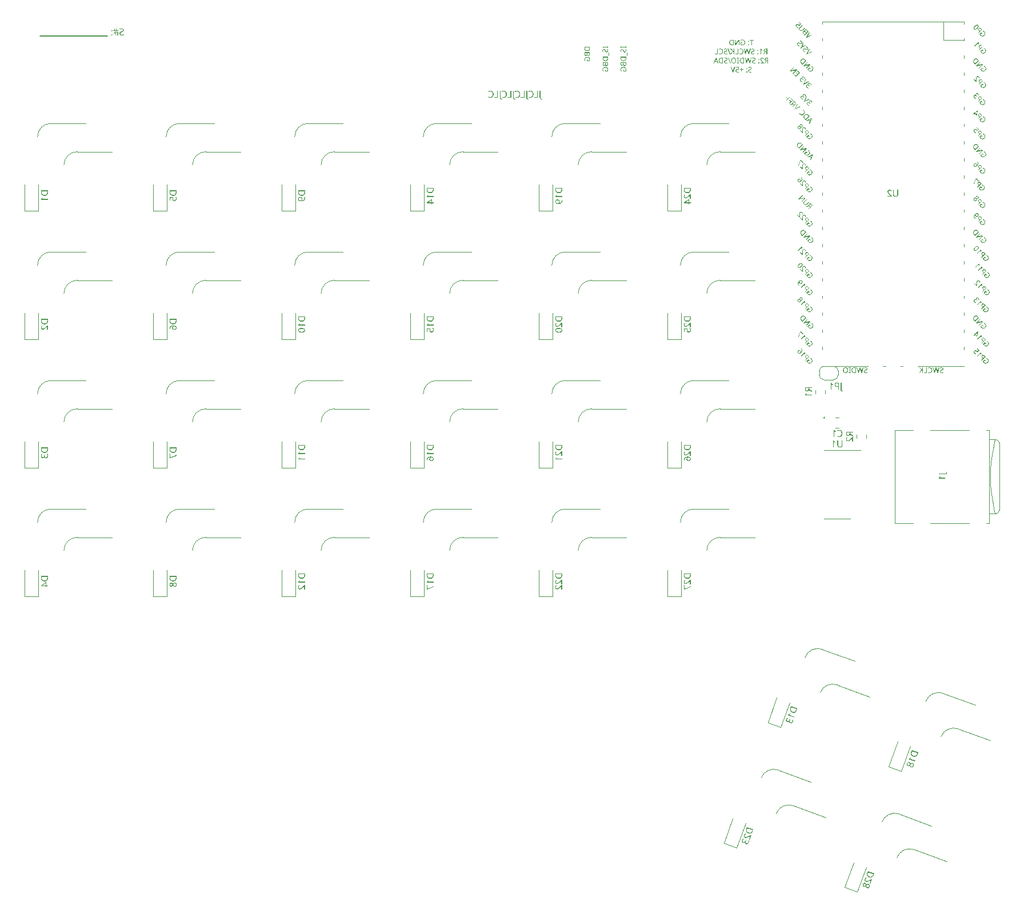
<source format=gbo>
%TF.GenerationSoftware,KiCad,Pcbnew,6.99.0-dfdedfa605*%
%TF.CreationDate,2022-05-26T14:32:38+01:00*%
%TF.ProjectId,keyboard-left,6b657962-6f61-4726-942d-6c6566742e6b,dev-1*%
%TF.SameCoordinates,Original*%
%TF.FileFunction,Legend,Bot*%
%TF.FilePolarity,Positive*%
%FSLAX46Y46*%
G04 Gerber Fmt 4.6, Leading zero omitted, Abs format (unit mm)*
G04 Created by KiCad (PCBNEW 6.99.0-dfdedfa605) date 2022-05-26 14:32:38*
%MOMM*%
%LPD*%
G01*
G04 APERTURE LIST*
%ADD10C,0.150000*%
%ADD11C,0.125000*%
%ADD12C,0.120000*%
G04 APERTURE END LIST*
D10*
X41598214Y-30750000D02*
X31598214Y-30750000D01*
G36*
X43418904Y-30395355D02*
G01*
X43419282Y-30411975D01*
X43420415Y-30428130D01*
X43422304Y-30443819D01*
X43424949Y-30459042D01*
X43428349Y-30473799D01*
X43432505Y-30488091D01*
X43437417Y-30501918D01*
X43443084Y-30515279D01*
X43449507Y-30528174D01*
X43456685Y-30540604D01*
X43464619Y-30552568D01*
X43473309Y-30564066D01*
X43482754Y-30575099D01*
X43492955Y-30585666D01*
X43503912Y-30595768D01*
X43515624Y-30605404D01*
X43527946Y-30614514D01*
X43540792Y-30623036D01*
X43554164Y-30630970D01*
X43568060Y-30638316D01*
X43582481Y-30645075D01*
X43597426Y-30651246D01*
X43612897Y-30656829D01*
X43628892Y-30661824D01*
X43645411Y-30666232D01*
X43662456Y-30670052D01*
X43680025Y-30673285D01*
X43698119Y-30675929D01*
X43716738Y-30677986D01*
X43735881Y-30679456D01*
X43745650Y-30679970D01*
X43755550Y-30680337D01*
X43765581Y-30680558D01*
X43775743Y-30680631D01*
X43786196Y-30680585D01*
X43796553Y-30680448D01*
X43806812Y-30680219D01*
X43816974Y-30679898D01*
X43827038Y-30679486D01*
X43837006Y-30678982D01*
X43846875Y-30678387D01*
X43856648Y-30677700D01*
X43871124Y-30676498D01*
X43885382Y-30675090D01*
X43899420Y-30673475D01*
X43913240Y-30671655D01*
X43926840Y-30669629D01*
X43931325Y-30668907D01*
X43944489Y-30666676D01*
X43957237Y-30664285D01*
X43969568Y-30661735D01*
X43981483Y-30659027D01*
X43992981Y-30656160D01*
X44004063Y-30653134D01*
X44014728Y-30649949D01*
X44024977Y-30646605D01*
X44034810Y-30643102D01*
X44044226Y-30639441D01*
X44050272Y-30636912D01*
X44050272Y-30518454D01*
X44040579Y-30522720D01*
X44030462Y-30526909D01*
X44019920Y-30531020D01*
X44008953Y-30535055D01*
X43997560Y-30539012D01*
X43985743Y-30542891D01*
X43973500Y-30546694D01*
X43960833Y-30550419D01*
X43947740Y-30554067D01*
X43934223Y-30557638D01*
X43924975Y-30559975D01*
X43910873Y-30563292D01*
X43896685Y-30566283D01*
X43882411Y-30568948D01*
X43868051Y-30571287D01*
X43853606Y-30573299D01*
X43839074Y-30574985D01*
X43829339Y-30575927D01*
X43819565Y-30576725D01*
X43809753Y-30577377D01*
X43799904Y-30577885D01*
X43790016Y-30578247D01*
X43780089Y-30578465D01*
X43770125Y-30578538D01*
X43756358Y-30578366D01*
X43743022Y-30577851D01*
X43730117Y-30576992D01*
X43717643Y-30575790D01*
X43705601Y-30574244D01*
X43693990Y-30572355D01*
X43682810Y-30570123D01*
X43672062Y-30567547D01*
X43661744Y-30564627D01*
X43651858Y-30561364D01*
X43642403Y-30557758D01*
X43633380Y-30553808D01*
X43620653Y-30547239D01*
X43608896Y-30539898D01*
X43601597Y-30534574D01*
X43591427Y-30526058D01*
X43582257Y-30516997D01*
X43574088Y-30507391D01*
X43566919Y-30497239D01*
X43560750Y-30486542D01*
X43555582Y-30475300D01*
X43551413Y-30463513D01*
X43548246Y-30451180D01*
X43546078Y-30438302D01*
X43544911Y-30424879D01*
X43544689Y-30415628D01*
X43545017Y-30403476D01*
X43546002Y-30391814D01*
X43547643Y-30380640D01*
X43549940Y-30369954D01*
X43552894Y-30359757D01*
X43556504Y-30350048D01*
X43560771Y-30340828D01*
X43565694Y-30332096D01*
X43571418Y-30323628D01*
X43578089Y-30315320D01*
X43585706Y-30307172D01*
X43594270Y-30299185D01*
X43603780Y-30291358D01*
X43614237Y-30283691D01*
X43622701Y-30278046D01*
X43631697Y-30272491D01*
X43637990Y-30268838D01*
X43647911Y-30263358D01*
X43658532Y-30257818D01*
X43669853Y-30252218D01*
X43681873Y-30246558D01*
X43694594Y-30240838D01*
X43708014Y-30235058D01*
X43717350Y-30231171D01*
X43726996Y-30227257D01*
X43736954Y-30223317D01*
X43747223Y-30219350D01*
X43757802Y-30215356D01*
X43768693Y-30211336D01*
X43779895Y-30207288D01*
X43795588Y-30201345D01*
X43810795Y-30195237D01*
X43825516Y-30188964D01*
X43839750Y-30182528D01*
X43853497Y-30175928D01*
X43866757Y-30169164D01*
X43879532Y-30162235D01*
X43891819Y-30155143D01*
X43903620Y-30147886D01*
X43914934Y-30140465D01*
X43925762Y-30132880D01*
X43936103Y-30125131D01*
X43945958Y-30117218D01*
X43955326Y-30109141D01*
X43964207Y-30100900D01*
X43972602Y-30092494D01*
X43980470Y-30083784D01*
X43987829Y-30074687D01*
X43994682Y-30065206D01*
X44001026Y-30055339D01*
X44006863Y-30045086D01*
X44012193Y-30034448D01*
X44017014Y-30023425D01*
X44021329Y-30012016D01*
X44025136Y-30000222D01*
X44028435Y-29988042D01*
X44031226Y-29975477D01*
X44033510Y-29962527D01*
X44035287Y-29949191D01*
X44036556Y-29935469D01*
X44037317Y-29921362D01*
X44037571Y-29906870D01*
X44037413Y-29896856D01*
X44036937Y-29887025D01*
X44035631Y-29872622D01*
X44033612Y-29858632D01*
X44030880Y-29845053D01*
X44027435Y-29831887D01*
X44023278Y-29819133D01*
X44018407Y-29806791D01*
X44012825Y-29794861D01*
X44006529Y-29783344D01*
X43999521Y-29772238D01*
X43997027Y-29768628D01*
X43989148Y-29758098D01*
X43980715Y-29748032D01*
X43971728Y-29738429D01*
X43962188Y-29729290D01*
X43952093Y-29720614D01*
X43941445Y-29712403D01*
X43930243Y-29704655D01*
X43918487Y-29697370D01*
X43906178Y-29690550D01*
X43893314Y-29684193D01*
X43884431Y-29680212D01*
X43875310Y-29676427D01*
X43866021Y-29672885D01*
X43856564Y-29669588D01*
X43846939Y-29666535D01*
X43837147Y-29663726D01*
X43827186Y-29661161D01*
X43817058Y-29658841D01*
X43806761Y-29656765D01*
X43796297Y-29654933D01*
X43785665Y-29653346D01*
X43774865Y-29652002D01*
X43763897Y-29650903D01*
X43752761Y-29650048D01*
X43741457Y-29649438D01*
X43729985Y-29649071D01*
X43718346Y-29648949D01*
X43708081Y-29649006D01*
X43697925Y-29649174D01*
X43687877Y-29649456D01*
X43677939Y-29649850D01*
X43668109Y-29650357D01*
X43653568Y-29651328D01*
X43639272Y-29652552D01*
X43625221Y-29654029D01*
X43611414Y-29655760D01*
X43597852Y-29657745D01*
X43584535Y-29659982D01*
X43571462Y-29662473D01*
X43567159Y-29663360D01*
X43554402Y-29666143D01*
X43541869Y-29669090D01*
X43529558Y-29672200D01*
X43517471Y-29675473D01*
X43505607Y-29678909D01*
X43493967Y-29682508D01*
X43482549Y-29686270D01*
X43471355Y-29690196D01*
X43460384Y-29694284D01*
X43449636Y-29698536D01*
X43442595Y-29701461D01*
X43481674Y-29810638D01*
X43491506Y-29805992D01*
X43501492Y-29801488D01*
X43511633Y-29797125D01*
X43521929Y-29792904D01*
X43532378Y-29788824D01*
X43542983Y-29784887D01*
X43553742Y-29781091D01*
X43564656Y-29777436D01*
X43575724Y-29773924D01*
X43586947Y-29770553D01*
X43594514Y-29768384D01*
X43605963Y-29765285D01*
X43617501Y-29762491D01*
X43629129Y-29760001D01*
X43640848Y-29757817D01*
X43652657Y-29755937D01*
X43664556Y-29754362D01*
X43676545Y-29753092D01*
X43688624Y-29752127D01*
X43700794Y-29751466D01*
X43713053Y-29751111D01*
X43721276Y-29751043D01*
X43732820Y-29751201D01*
X43744003Y-29751676D01*
X43754825Y-29752468D01*
X43765286Y-29753577D01*
X43775387Y-29755002D01*
X43785127Y-29756744D01*
X43799061Y-29759951D01*
X43812183Y-29763871D01*
X43824495Y-29768504D01*
X43835994Y-29773849D01*
X43846683Y-29779907D01*
X43856559Y-29786677D01*
X43862693Y-29791587D01*
X43871161Y-29799375D01*
X43878796Y-29807627D01*
X43885598Y-29816342D01*
X43891567Y-29825522D01*
X43896703Y-29835164D01*
X43901007Y-29845271D01*
X43904477Y-29855841D01*
X43907115Y-29866875D01*
X43908919Y-29878372D01*
X43909891Y-29890334D01*
X43910076Y-29898565D01*
X43909752Y-29911064D01*
X43908779Y-29923036D01*
X43907157Y-29934481D01*
X43904886Y-29945399D01*
X43901967Y-29955791D01*
X43898398Y-29965656D01*
X43894181Y-29974994D01*
X43889316Y-29983806D01*
X43883648Y-29992187D01*
X43877149Y-30000354D01*
X43869818Y-30008307D01*
X43861655Y-30016046D01*
X43852660Y-30023572D01*
X43842833Y-30030884D01*
X43832174Y-30037982D01*
X43823634Y-30043166D01*
X43820683Y-30044867D01*
X43811457Y-30049943D01*
X43801638Y-30055096D01*
X43791227Y-30060327D01*
X43780223Y-30065635D01*
X43768627Y-30071020D01*
X43756438Y-30076483D01*
X43743657Y-30082023D01*
X43730283Y-30087640D01*
X43721038Y-30091428D01*
X43711530Y-30095250D01*
X43701758Y-30099106D01*
X43691723Y-30102997D01*
X43680808Y-30107107D01*
X43670108Y-30111255D01*
X43659620Y-30115442D01*
X43649347Y-30119666D01*
X43639287Y-30123929D01*
X43629441Y-30128230D01*
X43619809Y-30132569D01*
X43610390Y-30136946D01*
X43601185Y-30141362D01*
X43592194Y-30145816D01*
X43583417Y-30150307D01*
X43570651Y-30157117D01*
X43558366Y-30164012D01*
X43546563Y-30170993D01*
X43542735Y-30173339D01*
X43531548Y-30180522D01*
X43520885Y-30187967D01*
X43510745Y-30195675D01*
X43501130Y-30203644D01*
X43492038Y-30211875D01*
X43483470Y-30220368D01*
X43475426Y-30229123D01*
X43467905Y-30238139D01*
X43460908Y-30247418D01*
X43454435Y-30256958D01*
X43450411Y-30263464D01*
X43444780Y-30273546D01*
X43439704Y-30284101D01*
X43435181Y-30295128D01*
X43431211Y-30306627D01*
X43427796Y-30318598D01*
X43424935Y-30331041D01*
X43422627Y-30343957D01*
X43420873Y-30357345D01*
X43419673Y-30371205D01*
X43419027Y-30385538D01*
X43418904Y-30395355D01*
G37*
G36*
X42760181Y-29953276D02*
G01*
X42961681Y-29953276D01*
X42905750Y-29664581D01*
X43006378Y-29664581D01*
X43062554Y-29953276D01*
X43266985Y-29953276D01*
X43266985Y-30055369D01*
X43079406Y-30055369D01*
X43124103Y-30274211D01*
X43318764Y-30274211D01*
X43318764Y-30376304D01*
X43142177Y-30376304D01*
X43195422Y-30665000D01*
X43097480Y-30665000D01*
X43042770Y-30376304D01*
X42842735Y-30376304D01*
X42900132Y-30665000D01*
X42800725Y-30665000D01*
X42743328Y-30376304D01*
X42533279Y-30376304D01*
X42533279Y-30274211D01*
X42725010Y-30274211D01*
X42681779Y-30055369D01*
X42781186Y-30055369D01*
X42824417Y-30274211D01*
X43024696Y-30274211D01*
X42981221Y-30055369D01*
X42781186Y-30055369D01*
X42681779Y-30055369D01*
X42485652Y-30055369D01*
X42485652Y-29953276D01*
X42663461Y-29953276D01*
X42607529Y-29664581D01*
X42704005Y-29664581D01*
X42760181Y-29953276D01*
G37*
G36*
X42349120Y-29992843D02*
G01*
X42348727Y-29980215D01*
X42347548Y-29968587D01*
X42345582Y-29957958D01*
X42342831Y-29948330D01*
X42338286Y-29937700D01*
X42332513Y-29928633D01*
X42325511Y-29921128D01*
X42323963Y-29919815D01*
X42315863Y-29913834D01*
X42307286Y-29908867D01*
X42298232Y-29904913D01*
X42288701Y-29901973D01*
X42278692Y-29900047D01*
X42268207Y-29899135D01*
X42263879Y-29899054D01*
X42252763Y-29899561D01*
X42242160Y-29901081D01*
X42232069Y-29903616D01*
X42222492Y-29907164D01*
X42213427Y-29911725D01*
X42204875Y-29917301D01*
X42201597Y-29919815D01*
X42194139Y-29927007D01*
X42187945Y-29935762D01*
X42183015Y-29946079D01*
X42179981Y-29955458D01*
X42177756Y-29965836D01*
X42176340Y-29977214D01*
X42175733Y-29989592D01*
X42175708Y-29992843D01*
X42176112Y-30004811D01*
X42177326Y-30015924D01*
X42179348Y-30026182D01*
X42182180Y-30035586D01*
X42186858Y-30046138D01*
X42192799Y-30055354D01*
X42200005Y-30063235D01*
X42201597Y-30064651D01*
X42209944Y-30070983D01*
X42218804Y-30076243D01*
X42228177Y-30080429D01*
X42238062Y-30083541D01*
X42248460Y-30085581D01*
X42259371Y-30086547D01*
X42263879Y-30086632D01*
X42274555Y-30086096D01*
X42284755Y-30084486D01*
X42294477Y-30081802D01*
X42303722Y-30078046D01*
X42312489Y-30073216D01*
X42320780Y-30067312D01*
X42323963Y-30064651D01*
X42331211Y-30057037D01*
X42337230Y-30048088D01*
X42342020Y-30037803D01*
X42345582Y-30026182D01*
X42347548Y-30015924D01*
X42348727Y-30004811D01*
X42349120Y-29992843D01*
G37*
G36*
X42349120Y-30586109D02*
G01*
X42348727Y-30573763D01*
X42347548Y-30562372D01*
X42345582Y-30551934D01*
X42342831Y-30542451D01*
X42338286Y-30531938D01*
X42332513Y-30522916D01*
X42325511Y-30515385D01*
X42323963Y-30514057D01*
X42315863Y-30508006D01*
X42307286Y-30502981D01*
X42298232Y-30498981D01*
X42288701Y-30496006D01*
X42278692Y-30494058D01*
X42268207Y-30493135D01*
X42263879Y-30493053D01*
X42252763Y-30493565D01*
X42242160Y-30495104D01*
X42232069Y-30497668D01*
X42222492Y-30501258D01*
X42213427Y-30505873D01*
X42204875Y-30511514D01*
X42201597Y-30514057D01*
X42194139Y-30521290D01*
X42187945Y-30530014D01*
X42183015Y-30540229D01*
X42179348Y-30551934D01*
X42177326Y-30562372D01*
X42176112Y-30573763D01*
X42175708Y-30586109D01*
X42176112Y-30598191D01*
X42177326Y-30609404D01*
X42179348Y-30619746D01*
X42182180Y-30629218D01*
X42186858Y-30639834D01*
X42192799Y-30649091D01*
X42200005Y-30656989D01*
X42201597Y-30658405D01*
X42209944Y-30664808D01*
X42218804Y-30670126D01*
X42228177Y-30674358D01*
X42238062Y-30677505D01*
X42248460Y-30679567D01*
X42259371Y-30680544D01*
X42263879Y-30680631D01*
X42274555Y-30680088D01*
X42284755Y-30678461D01*
X42294477Y-30675747D01*
X42303722Y-30671949D01*
X42312489Y-30667065D01*
X42320780Y-30661096D01*
X42323963Y-30658405D01*
X42331211Y-30650780D01*
X42337230Y-30641795D01*
X42342020Y-30631450D01*
X42345582Y-30619746D01*
X42347548Y-30609404D01*
X42348727Y-30598191D01*
X42349120Y-30586109D01*
G37*
G36*
X113104000Y-32591584D02*
G01*
X113103899Y-32603821D01*
X113103599Y-32615888D01*
X113103098Y-32627786D01*
X113102397Y-32639513D01*
X113101495Y-32651071D01*
X113100393Y-32662459D01*
X113099091Y-32673677D01*
X113097588Y-32684726D01*
X113095885Y-32695604D01*
X113093982Y-32706313D01*
X113091878Y-32716852D01*
X113089574Y-32727221D01*
X113087069Y-32737420D01*
X113084365Y-32747449D01*
X113081460Y-32757309D01*
X113078354Y-32766999D01*
X113075048Y-32776519D01*
X113071542Y-32785869D01*
X113067835Y-32795049D01*
X113063928Y-32804060D01*
X113059821Y-32812900D01*
X113055513Y-32821571D01*
X113051005Y-32830072D01*
X113046297Y-32838403D01*
X113041388Y-32846565D01*
X113036279Y-32854556D01*
X113030970Y-32862378D01*
X113025460Y-32870030D01*
X113019750Y-32877512D01*
X113013840Y-32884824D01*
X113007729Y-32891966D01*
X113001418Y-32898939D01*
X112994908Y-32905731D01*
X112988203Y-32912307D01*
X112981302Y-32918668D01*
X112974206Y-32924813D01*
X112966913Y-32930743D01*
X112959425Y-32936457D01*
X112951741Y-32941955D01*
X112943862Y-32947238D01*
X112935786Y-32952305D01*
X112927515Y-32957156D01*
X112919048Y-32961792D01*
X112910385Y-32966212D01*
X112901527Y-32970417D01*
X112892472Y-32974406D01*
X112883222Y-32978179D01*
X112873776Y-32981737D01*
X112864135Y-32985079D01*
X112854297Y-32988206D01*
X112844264Y-32991117D01*
X112834035Y-32993812D01*
X112823610Y-32996292D01*
X112812989Y-32998556D01*
X112802173Y-33000604D01*
X112791161Y-33002437D01*
X112779953Y-33004054D01*
X112768550Y-33005455D01*
X112756950Y-33006641D01*
X112745155Y-33007612D01*
X112733164Y-33008366D01*
X112720977Y-33008905D01*
X112708595Y-33009229D01*
X112696016Y-33009337D01*
X112687997Y-33009289D01*
X112680061Y-33009148D01*
X112664436Y-33008582D01*
X112649140Y-33007640D01*
X112634174Y-33006320D01*
X112619538Y-33004623D01*
X112605231Y-33002550D01*
X112591254Y-33000099D01*
X112577607Y-32997271D01*
X112564290Y-32994066D01*
X112551302Y-32990484D01*
X112538644Y-32986525D01*
X112526316Y-32982189D01*
X112514318Y-32977476D01*
X112502649Y-32972386D01*
X112491310Y-32966918D01*
X112480301Y-32961074D01*
X112469597Y-32954908D01*
X112459223Y-32948425D01*
X112449178Y-32941627D01*
X112439464Y-32934513D01*
X112430079Y-32927082D01*
X112421023Y-32919336D01*
X112412298Y-32911274D01*
X112403902Y-32902896D01*
X112395836Y-32894201D01*
X112388099Y-32885191D01*
X112380693Y-32875865D01*
X112373616Y-32866222D01*
X112366868Y-32856264D01*
X112360451Y-32845990D01*
X112354363Y-32835400D01*
X112348605Y-32824494D01*
X112343163Y-32813303D01*
X112338072Y-32801858D01*
X112333332Y-32790161D01*
X112328944Y-32778210D01*
X112324906Y-32766005D01*
X112321219Y-32753547D01*
X112317884Y-32740836D01*
X112314900Y-32727871D01*
X112312266Y-32714653D01*
X112309984Y-32701181D01*
X112308053Y-32687457D01*
X112306473Y-32673478D01*
X112305244Y-32659246D01*
X112304367Y-32644761D01*
X112303840Y-32630023D01*
X112303665Y-32615031D01*
X112303665Y-32600572D01*
X112385339Y-32600572D01*
X112385413Y-32609533D01*
X112385635Y-32618366D01*
X112386004Y-32627071D01*
X112386521Y-32635648D01*
X112387185Y-32644098D01*
X112387998Y-32652419D01*
X112388958Y-32660613D01*
X112390065Y-32668679D01*
X112391321Y-32676617D01*
X112392724Y-32684427D01*
X112395973Y-32699664D01*
X112399813Y-32714390D01*
X112404244Y-32728604D01*
X112409265Y-32742307D01*
X112414877Y-32755498D01*
X112421080Y-32768178D01*
X112427874Y-32780347D01*
X112435259Y-32792004D01*
X112443234Y-32803150D01*
X112451800Y-32813784D01*
X112460957Y-32823907D01*
X112470750Y-32833466D01*
X112481223Y-32842409D01*
X112492377Y-32850734D01*
X112504212Y-32858443D01*
X112516728Y-32865536D01*
X112529925Y-32872011D01*
X112543803Y-32877870D01*
X112558361Y-32883112D01*
X112565895Y-32885502D01*
X112573600Y-32887737D01*
X112581475Y-32889819D01*
X112589520Y-32891746D01*
X112597736Y-32893519D01*
X112606121Y-32895138D01*
X112614677Y-32896602D01*
X112623403Y-32897913D01*
X112632299Y-32899069D01*
X112641365Y-32900071D01*
X112650602Y-32900919D01*
X112660009Y-32901613D01*
X112669586Y-32902153D01*
X112679333Y-32902538D01*
X112689250Y-32902770D01*
X112699338Y-32902847D01*
X112719209Y-32902530D01*
X112738450Y-32901578D01*
X112757059Y-32899992D01*
X112775038Y-32897773D01*
X112792386Y-32894918D01*
X112809103Y-32891430D01*
X112825189Y-32887307D01*
X112840645Y-32882550D01*
X112855469Y-32877159D01*
X112869663Y-32871133D01*
X112883226Y-32864473D01*
X112896158Y-32857179D01*
X112908459Y-32849251D01*
X112920130Y-32840688D01*
X112931169Y-32831492D01*
X112941578Y-32821660D01*
X112951356Y-32811195D01*
X112960503Y-32800095D01*
X112969019Y-32788361D01*
X112976905Y-32775993D01*
X112984159Y-32762991D01*
X112990783Y-32749354D01*
X112996776Y-32735083D01*
X113002138Y-32720177D01*
X113006869Y-32704638D01*
X113010970Y-32688464D01*
X113014439Y-32671656D01*
X113017278Y-32654214D01*
X113019486Y-32636137D01*
X113021063Y-32617426D01*
X113022009Y-32598081D01*
X113022325Y-32578101D01*
X113022325Y-32469462D01*
X112385339Y-32469462D01*
X112385339Y-32600572D01*
X112303665Y-32600572D01*
X112303665Y-32368639D01*
X113104000Y-32368639D01*
X113104000Y-32591584D01*
G37*
G36*
X113104000Y-33467341D02*
G01*
X113103942Y-33475335D01*
X113103769Y-33483224D01*
X113103077Y-33498683D01*
X113101925Y-33513718D01*
X113100311Y-33528328D01*
X113098237Y-33542514D01*
X113095701Y-33556276D01*
X113092705Y-33569613D01*
X113089247Y-33582526D01*
X113085329Y-33595014D01*
X113080949Y-33607078D01*
X113076108Y-33618718D01*
X113070807Y-33629933D01*
X113065044Y-33640724D01*
X113058821Y-33651091D01*
X113052136Y-33661033D01*
X113044990Y-33670551D01*
X113037398Y-33679566D01*
X113029423Y-33687999D01*
X113021065Y-33695851D01*
X113012323Y-33703121D01*
X113003198Y-33709809D01*
X112993690Y-33715916D01*
X112983799Y-33721441D01*
X112973525Y-33726385D01*
X112962868Y-33730747D01*
X112951827Y-33734527D01*
X112940403Y-33737726D01*
X112928596Y-33740343D01*
X112916406Y-33742379D01*
X112903833Y-33743833D01*
X112890877Y-33744705D01*
X112877538Y-33744996D01*
X112869813Y-33744904D01*
X112858571Y-33744424D01*
X112847740Y-33743531D01*
X112837321Y-33742225D01*
X112827315Y-33740508D01*
X112817721Y-33738379D01*
X112808539Y-33735837D01*
X112799769Y-33732883D01*
X112791411Y-33729517D01*
X112783466Y-33725739D01*
X112775933Y-33721549D01*
X112771118Y-33718549D01*
X112764159Y-33713792D01*
X112757517Y-33708726D01*
X112751190Y-33703351D01*
X112745179Y-33697666D01*
X112739485Y-33691673D01*
X112734106Y-33685370D01*
X112729043Y-33678758D01*
X112724297Y-33671838D01*
X112719866Y-33664608D01*
X112715751Y-33657069D01*
X112713165Y-33651927D01*
X112709481Y-33644073D01*
X112706030Y-33636051D01*
X112702813Y-33627862D01*
X112699829Y-33619503D01*
X112697079Y-33610977D01*
X112694563Y-33602282D01*
X112692280Y-33593419D01*
X112690231Y-33584387D01*
X112688415Y-33575188D01*
X112686833Y-33565819D01*
X112681166Y-33565819D01*
X112679351Y-33574917D01*
X112677277Y-33583744D01*
X112674943Y-33592301D01*
X112672349Y-33600587D01*
X112669496Y-33608604D01*
X112666383Y-33616350D01*
X112663011Y-33623826D01*
X112659380Y-33631032D01*
X112655489Y-33637968D01*
X112651338Y-33644634D01*
X112644626Y-33654125D01*
X112637329Y-33663009D01*
X112629449Y-33671285D01*
X112620985Y-33678953D01*
X112611981Y-33685971D01*
X112602554Y-33692300D01*
X112592706Y-33697938D01*
X112582434Y-33702885D01*
X112571740Y-33707143D01*
X112560624Y-33710710D01*
X112552978Y-33712704D01*
X112545145Y-33714392D01*
X112537124Y-33715772D01*
X112528915Y-33716846D01*
X112520519Y-33717613D01*
X112511934Y-33718074D01*
X112503162Y-33718227D01*
X112489620Y-33717927D01*
X112476592Y-33717027D01*
X112464078Y-33715527D01*
X112452079Y-33713428D01*
X112440594Y-33710728D01*
X112429624Y-33707428D01*
X112419168Y-33703529D01*
X112409226Y-33699030D01*
X112399799Y-33693930D01*
X112390887Y-33688231D01*
X112382489Y-33681932D01*
X112374605Y-33675033D01*
X112367236Y-33667534D01*
X112360381Y-33659435D01*
X112354040Y-33650736D01*
X112348214Y-33641437D01*
X112345474Y-33636566D01*
X112340253Y-33626395D01*
X112335380Y-33615651D01*
X112330856Y-33604335D01*
X112326679Y-33592447D01*
X112322851Y-33579986D01*
X112319370Y-33566952D01*
X112316238Y-33553346D01*
X112313453Y-33539168D01*
X112311017Y-33524417D01*
X112308929Y-33509094D01*
X112308015Y-33501218D01*
X112307189Y-33493199D01*
X112306449Y-33485036D01*
X112305796Y-33476731D01*
X112305231Y-33468282D01*
X112304752Y-33459690D01*
X112304361Y-33450955D01*
X112304056Y-33442077D01*
X112303839Y-33433056D01*
X112303708Y-33423892D01*
X112303686Y-33419078D01*
X112385339Y-33419078D01*
X112385455Y-33431611D01*
X112385800Y-33443710D01*
X112386377Y-33455376D01*
X112387183Y-33466608D01*
X112388221Y-33477407D01*
X112389488Y-33487772D01*
X112390987Y-33497703D01*
X112392715Y-33507201D01*
X112394675Y-33516266D01*
X112396865Y-33524897D01*
X112399285Y-33533094D01*
X112401936Y-33540858D01*
X112404817Y-33548188D01*
X112409571Y-33558371D01*
X112414844Y-33567578D01*
X112416713Y-33570439D01*
X112422776Y-33578477D01*
X112429518Y-33585698D01*
X112436940Y-33592102D01*
X112445043Y-33597687D01*
X112453825Y-33602456D01*
X112463288Y-33606407D01*
X112473430Y-33609540D01*
X112484253Y-33611857D01*
X112495755Y-33613355D01*
X112503802Y-33613900D01*
X112512150Y-33614082D01*
X112516307Y-33614045D01*
X112524426Y-33613747D01*
X112532288Y-33613152D01*
X112543596Y-33611700D01*
X112554325Y-33609580D01*
X112564472Y-33606789D01*
X112574040Y-33603328D01*
X112583026Y-33599198D01*
X112591433Y-33594398D01*
X112599259Y-33588929D01*
X112606504Y-33582789D01*
X112613169Y-33575980D01*
X112615261Y-33573535D01*
X112621137Y-33565441D01*
X112626417Y-33556206D01*
X112631098Y-33545831D01*
X112633887Y-33538281D01*
X112636410Y-33530224D01*
X112638668Y-33521660D01*
X112640660Y-33512590D01*
X112642387Y-33503012D01*
X112643848Y-33492928D01*
X112645043Y-33482337D01*
X112645972Y-33471239D01*
X112646636Y-33459635D01*
X112647035Y-33447523D01*
X112647110Y-33440376D01*
X112728842Y-33440376D01*
X112728995Y-33453984D01*
X112729453Y-33467060D01*
X112730216Y-33479605D01*
X112731285Y-33491618D01*
X112732659Y-33503101D01*
X112734338Y-33514052D01*
X112736322Y-33524472D01*
X112738612Y-33534361D01*
X112741207Y-33543719D01*
X112744108Y-33552545D01*
X112747313Y-33560840D01*
X112750824Y-33568604D01*
X112754641Y-33575836D01*
X112760938Y-33585689D01*
X112767921Y-33594347D01*
X112775463Y-33602064D01*
X112783435Y-33609022D01*
X112791835Y-33615221D01*
X112800665Y-33620661D01*
X112809924Y-33625342D01*
X112819613Y-33629264D01*
X112829731Y-33632427D01*
X112840278Y-33634830D01*
X112851255Y-33636475D01*
X112862661Y-33637360D01*
X112870503Y-33637529D01*
X112878901Y-33637367D01*
X112887097Y-33636882D01*
X112895089Y-33636073D01*
X112902878Y-33634940D01*
X112914181Y-33632634D01*
X112925027Y-33629600D01*
X112935416Y-33625838D01*
X112945349Y-33621348D01*
X112954824Y-33616130D01*
X112963843Y-33610183D01*
X112972405Y-33603508D01*
X112980510Y-33596106D01*
X112987983Y-33587767D01*
X112994721Y-33578284D01*
X112998804Y-33571327D01*
X113002561Y-33563862D01*
X113005991Y-33555888D01*
X113009094Y-33547406D01*
X113011871Y-33538415D01*
X113014321Y-33528917D01*
X113016445Y-33518910D01*
X113018241Y-33508394D01*
X113019711Y-33497370D01*
X113020855Y-33485838D01*
X113021671Y-33473798D01*
X113022161Y-33461249D01*
X113022325Y-33448192D01*
X113022325Y-33286992D01*
X112728842Y-33286992D01*
X112728842Y-33440376D01*
X112647110Y-33440376D01*
X112647168Y-33434905D01*
X112647168Y-33286992D01*
X112385339Y-33286992D01*
X112385339Y-33419078D01*
X112303686Y-33419078D01*
X112303665Y-33414584D01*
X112303665Y-33186168D01*
X113104000Y-33186168D01*
X113104000Y-33467341D01*
G37*
G36*
X112678822Y-34261032D02*
G01*
X112678822Y-34537711D01*
X113078403Y-34537711D01*
X113080805Y-34529573D01*
X113083126Y-34521429D01*
X113085366Y-34513276D01*
X113087525Y-34505116D01*
X113089604Y-34496949D01*
X113091601Y-34488773D01*
X113093518Y-34480591D01*
X113095353Y-34472400D01*
X113097108Y-34464202D01*
X113098782Y-34455996D01*
X113100375Y-34447783D01*
X113101887Y-34439562D01*
X113103318Y-34431333D01*
X113104668Y-34423097D01*
X113105937Y-34414853D01*
X113107126Y-34406601D01*
X113108262Y-34398275D01*
X113109324Y-34389809D01*
X113110313Y-34381203D01*
X113111229Y-34372456D01*
X113112072Y-34363568D01*
X113112841Y-34354541D01*
X113113537Y-34345372D01*
X113114160Y-34336064D01*
X113114710Y-34326615D01*
X113115186Y-34317025D01*
X113115589Y-34307295D01*
X113115919Y-34297424D01*
X113116175Y-34287414D01*
X113116358Y-34277262D01*
X113116468Y-34266970D01*
X113116505Y-34256538D01*
X113116309Y-34241157D01*
X113115723Y-34226081D01*
X113114746Y-34211311D01*
X113113378Y-34196845D01*
X113111620Y-34182685D01*
X113109471Y-34168831D01*
X113106930Y-34155281D01*
X113104000Y-34142037D01*
X113100678Y-34129098D01*
X113096965Y-34116465D01*
X113092862Y-34104137D01*
X113088368Y-34092114D01*
X113083483Y-34080396D01*
X113078207Y-34068984D01*
X113072541Y-34057877D01*
X113066484Y-34047076D01*
X113060064Y-34036587D01*
X113053310Y-34026419D01*
X113046222Y-34016571D01*
X113038799Y-34007044D01*
X113031042Y-33997838D01*
X113022951Y-33988952D01*
X113014525Y-33980387D01*
X113005765Y-33972142D01*
X112996671Y-33964218D01*
X112987242Y-33956614D01*
X112977479Y-33949331D01*
X112967382Y-33942369D01*
X112956951Y-33935727D01*
X112946185Y-33929405D01*
X112935085Y-33923405D01*
X112923651Y-33917725D01*
X112911915Y-33912377D01*
X112899913Y-33907375D01*
X112887644Y-33902717D01*
X112875107Y-33898405D01*
X112862304Y-33894438D01*
X112849233Y-33890815D01*
X112835895Y-33887538D01*
X112822290Y-33884605D01*
X112808418Y-33882018D01*
X112794278Y-33879775D01*
X112779872Y-33877878D01*
X112765198Y-33876325D01*
X112750257Y-33875118D01*
X112735049Y-33874255D01*
X112719574Y-33873738D01*
X112711737Y-33873609D01*
X112703832Y-33873565D01*
X112695988Y-33873614D01*
X112680500Y-33873998D01*
X112665278Y-33874768D01*
X112650321Y-33875922D01*
X112635630Y-33877460D01*
X112621204Y-33879384D01*
X112607044Y-33881692D01*
X112593150Y-33884385D01*
X112579521Y-33887462D01*
X112566158Y-33890924D01*
X112553061Y-33894771D01*
X112540229Y-33899003D01*
X112527662Y-33903619D01*
X112515362Y-33908620D01*
X112503327Y-33914005D01*
X112491557Y-33919775D01*
X112485772Y-33922805D01*
X112474404Y-33929128D01*
X112463357Y-33935789D01*
X112452630Y-33942788D01*
X112442224Y-33950123D01*
X112432138Y-33957796D01*
X112422373Y-33965807D01*
X112412928Y-33974155D01*
X112403804Y-33982840D01*
X112395001Y-33991862D01*
X112386518Y-34001222D01*
X112378356Y-34010919D01*
X112370514Y-34020954D01*
X112362993Y-34031326D01*
X112355792Y-34042035D01*
X112348912Y-34053082D01*
X112342353Y-34064466D01*
X112336153Y-34076169D01*
X112330354Y-34088172D01*
X112324955Y-34100477D01*
X112319956Y-34113082D01*
X112315356Y-34125988D01*
X112311157Y-34139195D01*
X112307357Y-34152702D01*
X112303958Y-34166510D01*
X112300958Y-34180619D01*
X112298358Y-34195029D01*
X112296159Y-34209739D01*
X112294359Y-34224750D01*
X112292959Y-34240062D01*
X112291959Y-34255674D01*
X112291609Y-34263593D01*
X112291359Y-34271587D01*
X112291209Y-34279657D01*
X112291159Y-34287801D01*
X112291204Y-34296175D01*
X112291339Y-34304492D01*
X112291565Y-34312753D01*
X112291880Y-34320957D01*
X112292285Y-34329105D01*
X112292780Y-34337196D01*
X112293366Y-34345231D01*
X112294041Y-34353210D01*
X112294807Y-34361131D01*
X112295663Y-34368997D01*
X112296608Y-34376806D01*
X112297644Y-34384558D01*
X112299366Y-34396081D01*
X112301292Y-34407476D01*
X112302688Y-34415003D01*
X112304933Y-34426175D01*
X112307347Y-34437196D01*
X112309930Y-34448065D01*
X112312680Y-34458784D01*
X112315599Y-34469351D01*
X112318686Y-34479767D01*
X112321942Y-34490032D01*
X112325366Y-34500146D01*
X112328958Y-34510109D01*
X112332718Y-34519921D01*
X112335318Y-34526378D01*
X112420120Y-34488471D01*
X112416506Y-34480390D01*
X112412991Y-34472120D01*
X112409577Y-34463661D01*
X112406262Y-34455013D01*
X112403046Y-34446176D01*
X112399931Y-34437150D01*
X112396914Y-34427936D01*
X112393998Y-34418532D01*
X112391181Y-34408940D01*
X112388463Y-34399158D01*
X112386707Y-34392533D01*
X112384228Y-34382533D01*
X112381992Y-34372465D01*
X112380001Y-34362328D01*
X112378253Y-34352123D01*
X112376749Y-34341848D01*
X112375489Y-34331506D01*
X112374473Y-34321094D01*
X112373701Y-34310614D01*
X112373173Y-34300065D01*
X112372888Y-34289447D01*
X112372834Y-34282330D01*
X112372920Y-34273428D01*
X112373179Y-34264650D01*
X112373610Y-34255996D01*
X112374214Y-34247465D01*
X112374990Y-34239057D01*
X112375939Y-34230774D01*
X112377060Y-34222614D01*
X112378354Y-34214577D01*
X112379820Y-34206665D01*
X112381459Y-34198876D01*
X112383270Y-34191210D01*
X112387410Y-34176250D01*
X112392240Y-34161785D01*
X112397760Y-34147814D01*
X112403970Y-34134338D01*
X112410870Y-34121357D01*
X112418459Y-34108870D01*
X112426739Y-34096877D01*
X112435709Y-34085380D01*
X112445369Y-34074377D01*
X112455719Y-34063868D01*
X112461152Y-34058799D01*
X112472448Y-34049098D01*
X112484255Y-34040023D01*
X112496573Y-34031574D01*
X112509403Y-34023750D01*
X112522744Y-34016553D01*
X112536596Y-34009981D01*
X112550960Y-34004035D01*
X112558333Y-34001297D01*
X112565835Y-33998715D01*
X112573464Y-33996290D01*
X112581221Y-33994021D01*
X112589106Y-33991909D01*
X112597119Y-33989953D01*
X112605260Y-33988154D01*
X112613529Y-33986511D01*
X112621925Y-33985025D01*
X112630449Y-33983695D01*
X112639101Y-33982521D01*
X112647881Y-33981504D01*
X112656789Y-33980643D01*
X112665825Y-33979939D01*
X112674988Y-33979392D01*
X112684280Y-33979001D01*
X112693699Y-33978766D01*
X112703246Y-33978688D01*
X112715347Y-33978808D01*
X112727273Y-33979170D01*
X112739026Y-33979773D01*
X112750605Y-33980617D01*
X112762009Y-33981702D01*
X112773240Y-33983029D01*
X112784296Y-33984597D01*
X112795179Y-33986406D01*
X112805887Y-33988456D01*
X112816422Y-33990747D01*
X112826782Y-33993280D01*
X112836969Y-33996053D01*
X112846981Y-33999068D01*
X112856820Y-34002324D01*
X112866484Y-34005821D01*
X112875974Y-34009560D01*
X112885224Y-34013556D01*
X112894216Y-34017827D01*
X112902950Y-34022373D01*
X112911426Y-34027194D01*
X112919644Y-34032290D01*
X112927604Y-34037660D01*
X112935306Y-34043305D01*
X112942750Y-34049225D01*
X112949936Y-34055420D01*
X112956865Y-34061889D01*
X112963535Y-34068633D01*
X112969947Y-34075652D01*
X112976101Y-34082946D01*
X112981997Y-34090514D01*
X112987635Y-34098357D01*
X112993016Y-34106475D01*
X112998079Y-34114893D01*
X113002816Y-34123633D01*
X113007226Y-34132698D01*
X113011309Y-34142086D01*
X113015066Y-34151798D01*
X113018496Y-34161833D01*
X113021600Y-34172192D01*
X113024376Y-34182875D01*
X113026826Y-34193881D01*
X113028950Y-34205211D01*
X113030746Y-34216864D01*
X113032217Y-34228841D01*
X113033360Y-34241142D01*
X113034177Y-34253766D01*
X113034667Y-34266714D01*
X113034830Y-34279986D01*
X113034780Y-34289738D01*
X113034631Y-34299213D01*
X113034382Y-34308409D01*
X113034033Y-34317327D01*
X113033585Y-34325967D01*
X113033037Y-34334329D01*
X113032390Y-34342412D01*
X113031643Y-34350218D01*
X113030492Y-34360192D01*
X113029163Y-34369672D01*
X113027661Y-34378800D01*
X113026086Y-34387721D01*
X113024437Y-34396434D01*
X113022715Y-34404940D01*
X113020920Y-34413238D01*
X113019052Y-34421329D01*
X113017110Y-34429212D01*
X113015095Y-34436887D01*
X112766358Y-34436887D01*
X112766358Y-34261032D01*
X112678822Y-34261032D01*
G37*
G36*
X115792000Y-32593733D02*
G01*
X115792000Y-32304745D01*
X115734749Y-32304745D01*
X115713646Y-32398925D01*
X115082718Y-32398925D01*
X115060443Y-32304745D01*
X114991665Y-32304745D01*
X114991665Y-32593733D01*
X115060443Y-32593733D01*
X115082718Y-32499748D01*
X115713646Y-32499748D01*
X115734749Y-32593733D01*
X115792000Y-32593733D01*
G37*
G36*
X115576284Y-33201214D02*
G01*
X115589580Y-33200911D01*
X115602504Y-33200005D01*
X115615055Y-33198493D01*
X115627233Y-33196378D01*
X115639039Y-33193657D01*
X115650473Y-33190333D01*
X115661534Y-33186403D01*
X115672223Y-33181870D01*
X115682539Y-33176731D01*
X115692483Y-33170989D01*
X115702054Y-33164641D01*
X115711253Y-33157690D01*
X115720079Y-33150133D01*
X115728533Y-33141973D01*
X115736614Y-33133207D01*
X115744323Y-33123838D01*
X115751611Y-33113980D01*
X115758428Y-33103703D01*
X115764776Y-33093006D01*
X115770653Y-33081889D01*
X115776060Y-33070352D01*
X115780996Y-33058396D01*
X115785463Y-33046020D01*
X115789459Y-33033224D01*
X115792986Y-33020008D01*
X115796042Y-33006372D01*
X115798628Y-32992317D01*
X115800743Y-32977841D01*
X115802389Y-32962946D01*
X115803564Y-32947632D01*
X115803976Y-32939817D01*
X115804270Y-32931897D01*
X115804446Y-32923872D01*
X115804505Y-32915743D01*
X115804468Y-32907380D01*
X115804358Y-32899094D01*
X115804175Y-32890887D01*
X115803919Y-32882758D01*
X115803589Y-32874706D01*
X115803186Y-32866732D01*
X115802710Y-32858836D01*
X115802160Y-32851018D01*
X115801198Y-32839437D01*
X115800072Y-32828031D01*
X115798780Y-32816800D01*
X115797324Y-32805745D01*
X115795703Y-32794864D01*
X115795126Y-32791277D01*
X115793340Y-32780745D01*
X115791428Y-32770547D01*
X115789388Y-32760682D01*
X115787221Y-32751150D01*
X115784928Y-32741952D01*
X115782507Y-32733086D01*
X115779959Y-32724554D01*
X115777284Y-32716355D01*
X115774482Y-32708489D01*
X115771553Y-32700956D01*
X115769529Y-32696120D01*
X115674763Y-32696120D01*
X115678176Y-32703873D01*
X115681527Y-32711967D01*
X115684816Y-32720401D01*
X115688044Y-32729175D01*
X115691209Y-32738289D01*
X115694313Y-32747743D01*
X115697355Y-32757536D01*
X115700335Y-32767670D01*
X115703253Y-32778144D01*
X115706110Y-32788959D01*
X115707980Y-32796357D01*
X115710634Y-32807639D01*
X115713027Y-32818989D01*
X115715158Y-32830408D01*
X115717029Y-32841896D01*
X115718639Y-32853452D01*
X115719988Y-32865078D01*
X115720742Y-32872866D01*
X115721380Y-32880685D01*
X115721902Y-32888534D01*
X115722308Y-32896414D01*
X115722598Y-32904324D01*
X115722772Y-32912265D01*
X115722830Y-32920237D01*
X115722693Y-32931251D01*
X115722280Y-32941919D01*
X115721593Y-32952243D01*
X115720632Y-32962222D01*
X115719395Y-32971856D01*
X115717884Y-32981145D01*
X115716098Y-32990089D01*
X115714037Y-32998688D01*
X115711702Y-33006941D01*
X115709091Y-33014850D01*
X115706206Y-33022414D01*
X115703046Y-33029633D01*
X115697791Y-33039815D01*
X115691918Y-33049220D01*
X115687659Y-33055059D01*
X115680846Y-33063195D01*
X115673597Y-33070531D01*
X115665912Y-33077066D01*
X115657791Y-33082802D01*
X115649234Y-33087737D01*
X115640240Y-33091872D01*
X115630810Y-33095206D01*
X115620944Y-33097740D01*
X115610642Y-33099474D01*
X115599903Y-33100408D01*
X115592502Y-33100586D01*
X115582781Y-33100323D01*
X115573451Y-33099535D01*
X115564512Y-33098223D01*
X115555963Y-33096385D01*
X115547806Y-33094022D01*
X115540039Y-33091133D01*
X115532662Y-33087720D01*
X115525677Y-33083782D01*
X115518902Y-33079202D01*
X115512256Y-33073866D01*
X115505738Y-33067772D01*
X115499348Y-33060921D01*
X115493086Y-33053312D01*
X115486952Y-33044947D01*
X115482436Y-33038176D01*
X115477992Y-33030980D01*
X115475070Y-33025945D01*
X115470686Y-33018008D01*
X115466254Y-33009511D01*
X115461774Y-33000455D01*
X115457246Y-32990838D01*
X115452670Y-32980662D01*
X115448046Y-32969926D01*
X115444937Y-32962457D01*
X115441806Y-32954740D01*
X115438653Y-32946774D01*
X115435480Y-32938559D01*
X115432285Y-32930095D01*
X115429068Y-32921382D01*
X115425831Y-32912421D01*
X115421076Y-32899866D01*
X115416189Y-32887701D01*
X115411171Y-32875924D01*
X115406023Y-32864537D01*
X115400742Y-32853539D01*
X115395331Y-32842931D01*
X115389788Y-32832712D01*
X115384114Y-32822882D01*
X115378309Y-32813441D01*
X115372372Y-32804389D01*
X115366304Y-32795727D01*
X115360105Y-32787454D01*
X115353774Y-32779570D01*
X115347313Y-32772076D01*
X115340720Y-32764971D01*
X115333995Y-32758255D01*
X115327027Y-32751961D01*
X115319750Y-32746073D01*
X115312165Y-32740592D01*
X115304271Y-32735516D01*
X115296069Y-32730846D01*
X115287559Y-32726583D01*
X115278740Y-32722725D01*
X115269613Y-32719274D01*
X115260177Y-32716228D01*
X115250434Y-32713589D01*
X115240382Y-32711356D01*
X115230021Y-32709528D01*
X115219352Y-32708107D01*
X115208375Y-32707092D01*
X115197090Y-32706483D01*
X115185496Y-32706280D01*
X115177484Y-32706407D01*
X115169620Y-32706787D01*
X115158098Y-32707832D01*
X115146905Y-32709448D01*
X115136043Y-32711633D01*
X115125510Y-32714389D01*
X115115306Y-32717715D01*
X115105433Y-32721611D01*
X115095889Y-32726077D01*
X115086675Y-32731113D01*
X115077791Y-32736720D01*
X115074903Y-32738715D01*
X115066478Y-32745019D01*
X115058425Y-32751765D01*
X115050743Y-32758954D01*
X115043432Y-32766587D01*
X115036491Y-32774662D01*
X115029922Y-32783181D01*
X115023724Y-32792142D01*
X115017896Y-32801547D01*
X115012440Y-32811395D01*
X115007354Y-32821686D01*
X115004170Y-32828792D01*
X115001141Y-32836089D01*
X114998308Y-32843520D01*
X114995670Y-32851086D01*
X114993228Y-32858785D01*
X114990981Y-32866619D01*
X114988929Y-32874588D01*
X114987073Y-32882691D01*
X114985412Y-32890928D01*
X114983946Y-32899299D01*
X114982676Y-32907805D01*
X114981602Y-32916445D01*
X114980722Y-32925219D01*
X114980039Y-32934128D01*
X114979550Y-32943171D01*
X114979257Y-32952349D01*
X114979159Y-32961660D01*
X114979204Y-32969872D01*
X114979339Y-32977997D01*
X114979565Y-32986035D01*
X114979880Y-32993986D01*
X114980285Y-33001850D01*
X114981062Y-33013482D01*
X114982041Y-33024919D01*
X114983223Y-33036160D01*
X114984608Y-33047206D01*
X114986196Y-33058055D01*
X114987986Y-33068709D01*
X114989978Y-33079167D01*
X114990688Y-33082609D01*
X114992914Y-33092815D01*
X114995272Y-33102842D01*
X114997760Y-33112690D01*
X115000378Y-33122360D01*
X115003127Y-33131851D01*
X115006006Y-33141164D01*
X115009016Y-33150297D01*
X115012157Y-33159253D01*
X115015427Y-33168030D01*
X115018829Y-33176628D01*
X115021169Y-33182260D01*
X115108510Y-33150997D01*
X115104793Y-33143132D01*
X115101190Y-33135143D01*
X115097700Y-33127030D01*
X115094323Y-33118794D01*
X115091059Y-33110434D01*
X115087909Y-33101950D01*
X115084872Y-33093343D01*
X115081949Y-33084612D01*
X115079139Y-33075758D01*
X115076442Y-33066779D01*
X115074707Y-33060725D01*
X115072228Y-33051567D01*
X115069992Y-33042336D01*
X115068001Y-33033033D01*
X115066253Y-33023658D01*
X115064749Y-33014211D01*
X115063489Y-33004692D01*
X115062473Y-32995101D01*
X115061701Y-32985437D01*
X115061173Y-32975702D01*
X115060888Y-32965894D01*
X115060834Y-32959316D01*
X115060961Y-32950081D01*
X115061341Y-32941135D01*
X115061974Y-32932477D01*
X115062861Y-32924108D01*
X115064002Y-32916027D01*
X115065395Y-32908235D01*
X115067961Y-32897088D01*
X115071097Y-32886590D01*
X115074803Y-32876741D01*
X115079079Y-32867541D01*
X115083925Y-32858991D01*
X115089342Y-32851089D01*
X115093270Y-32846182D01*
X115099500Y-32839408D01*
X115106101Y-32833300D01*
X115113074Y-32827858D01*
X115120417Y-32823083D01*
X115128131Y-32818974D01*
X115136217Y-32815531D01*
X115144673Y-32812755D01*
X115153500Y-32810645D01*
X115162698Y-32809201D01*
X115172267Y-32808424D01*
X115178852Y-32808276D01*
X115188851Y-32808535D01*
X115198428Y-32809314D01*
X115207584Y-32810611D01*
X115216319Y-32812428D01*
X115224633Y-32814764D01*
X115232525Y-32817618D01*
X115239995Y-32820992D01*
X115247045Y-32824884D01*
X115253749Y-32829418D01*
X115260283Y-32834617D01*
X115266645Y-32840482D01*
X115272837Y-32847013D01*
X115278857Y-32854209D01*
X115284707Y-32862070D01*
X115290386Y-32870597D01*
X115294533Y-32877430D01*
X115295893Y-32879790D01*
X115299954Y-32887171D01*
X115304077Y-32895026D01*
X115308262Y-32903355D01*
X115312508Y-32912158D01*
X115316816Y-32921435D01*
X115321186Y-32931186D01*
X115325618Y-32941411D01*
X115330112Y-32952110D01*
X115333142Y-32959506D01*
X115336200Y-32967113D01*
X115339285Y-32974930D01*
X115342397Y-32982958D01*
X115345685Y-32991690D01*
X115349004Y-33000251D01*
X115352353Y-33008640D01*
X115355733Y-33016859D01*
X115359143Y-33024907D01*
X115362584Y-33032784D01*
X115366055Y-33040490D01*
X115369557Y-33048025D01*
X115373089Y-33055389D01*
X115376652Y-33062581D01*
X115380246Y-33069603D01*
X115385693Y-33079816D01*
X115391209Y-33089644D01*
X115396794Y-33099087D01*
X115398671Y-33102149D01*
X115404418Y-33111098D01*
X115410374Y-33119629D01*
X115416540Y-33127741D01*
X115422915Y-33135433D01*
X115429500Y-33142707D01*
X115436294Y-33149561D01*
X115443298Y-33155996D01*
X115450511Y-33162013D01*
X115457934Y-33167610D01*
X115465567Y-33172788D01*
X115470771Y-33176008D01*
X115478837Y-33180512D01*
X115487281Y-33184574D01*
X115496102Y-33188192D01*
X115505301Y-33191368D01*
X115514878Y-33194100D01*
X115524833Y-33196389D01*
X115535166Y-33198235D01*
X115545876Y-33199638D01*
X115556964Y-33200598D01*
X115568430Y-33201115D01*
X115576284Y-33201214D01*
G37*
G36*
X115967073Y-33752812D02*
G01*
X115967073Y-33251235D01*
X115892041Y-33251235D01*
X115892041Y-33752812D01*
X115967073Y-33752812D01*
G37*
G36*
X115792000Y-34082051D02*
G01*
X115791899Y-34094288D01*
X115791599Y-34106356D01*
X115791098Y-34118253D01*
X115790397Y-34129981D01*
X115789495Y-34141539D01*
X115788393Y-34152927D01*
X115787091Y-34164145D01*
X115785588Y-34175193D01*
X115783885Y-34186072D01*
X115781982Y-34196780D01*
X115779878Y-34207319D01*
X115777574Y-34217688D01*
X115775069Y-34227888D01*
X115772365Y-34237917D01*
X115769460Y-34247777D01*
X115766354Y-34257466D01*
X115763048Y-34266986D01*
X115759542Y-34276336D01*
X115755835Y-34285517D01*
X115751928Y-34294527D01*
X115747821Y-34303368D01*
X115743513Y-34312039D01*
X115739005Y-34320540D01*
X115734297Y-34328871D01*
X115729388Y-34337032D01*
X115724279Y-34345024D01*
X115718970Y-34352845D01*
X115713460Y-34360497D01*
X115707750Y-34367979D01*
X115701840Y-34375291D01*
X115695729Y-34382434D01*
X115689418Y-34389406D01*
X115682908Y-34396198D01*
X115676203Y-34402775D01*
X115669302Y-34409136D01*
X115662206Y-34415281D01*
X115654913Y-34421210D01*
X115647425Y-34426924D01*
X115639741Y-34432423D01*
X115631862Y-34437705D01*
X115623786Y-34442772D01*
X115615515Y-34447624D01*
X115607048Y-34452260D01*
X115598385Y-34456680D01*
X115589527Y-34460885D01*
X115580472Y-34464874D01*
X115571222Y-34468647D01*
X115561776Y-34472205D01*
X115552135Y-34475547D01*
X115542297Y-34478673D01*
X115532264Y-34481584D01*
X115522035Y-34484279D01*
X115511610Y-34486759D01*
X115500989Y-34489023D01*
X115490173Y-34491071D01*
X115479161Y-34492904D01*
X115467953Y-34494521D01*
X115456550Y-34495923D01*
X115444950Y-34497109D01*
X115433155Y-34498079D01*
X115421164Y-34498834D01*
X115408977Y-34499373D01*
X115396595Y-34499696D01*
X115384016Y-34499804D01*
X115375997Y-34499757D01*
X115368061Y-34499616D01*
X115352436Y-34499050D01*
X115337140Y-34498107D01*
X115322174Y-34496788D01*
X115307538Y-34495091D01*
X115293231Y-34493017D01*
X115279254Y-34490566D01*
X115265607Y-34487739D01*
X115252290Y-34484534D01*
X115239302Y-34480952D01*
X115226644Y-34476993D01*
X115214316Y-34472657D01*
X115202318Y-34467943D01*
X115190649Y-34462853D01*
X115179310Y-34457386D01*
X115168301Y-34451542D01*
X115157597Y-34445375D01*
X115147223Y-34438893D01*
X115137178Y-34432095D01*
X115127464Y-34424980D01*
X115118079Y-34417550D01*
X115109023Y-34409804D01*
X115100298Y-34401741D01*
X115091902Y-34393363D01*
X115083836Y-34384669D01*
X115076099Y-34375659D01*
X115068693Y-34366332D01*
X115061616Y-34356690D01*
X115054868Y-34346732D01*
X115048451Y-34336458D01*
X115042363Y-34325867D01*
X115036605Y-34314961D01*
X115031163Y-34303770D01*
X115026072Y-34292326D01*
X115021332Y-34280628D01*
X115016944Y-34268677D01*
X115012906Y-34256473D01*
X115009219Y-34244015D01*
X115005884Y-34231303D01*
X115002900Y-34218339D01*
X115000266Y-34205121D01*
X114997984Y-34191649D01*
X114996053Y-34177924D01*
X114994473Y-34163946D01*
X114993244Y-34149714D01*
X114992367Y-34135229D01*
X114991840Y-34120490D01*
X114991665Y-34105498D01*
X114991665Y-34091039D01*
X115073339Y-34091039D01*
X115073413Y-34100000D01*
X115073635Y-34108833D01*
X115074004Y-34117538D01*
X115074521Y-34126116D01*
X115075185Y-34134565D01*
X115075998Y-34142887D01*
X115076958Y-34151080D01*
X115078065Y-34159146D01*
X115079321Y-34167084D01*
X115080724Y-34174895D01*
X115083973Y-34190132D01*
X115087813Y-34204857D01*
X115092244Y-34219071D01*
X115097265Y-34232774D01*
X115102877Y-34245966D01*
X115109080Y-34258646D01*
X115115874Y-34270814D01*
X115123259Y-34282471D01*
X115131234Y-34293617D01*
X115139800Y-34304252D01*
X115148957Y-34314375D01*
X115158750Y-34323934D01*
X115169223Y-34332876D01*
X115180377Y-34341202D01*
X115192212Y-34348911D01*
X115204728Y-34356003D01*
X115217925Y-34362479D01*
X115231803Y-34368337D01*
X115246361Y-34373579D01*
X115253895Y-34375969D01*
X115261600Y-34378205D01*
X115269475Y-34380286D01*
X115277520Y-34382213D01*
X115285736Y-34383986D01*
X115294121Y-34385605D01*
X115302677Y-34387070D01*
X115311403Y-34388381D01*
X115320299Y-34389537D01*
X115329365Y-34390539D01*
X115338602Y-34391387D01*
X115348009Y-34392081D01*
X115357586Y-34392620D01*
X115367333Y-34393006D01*
X115377250Y-34393237D01*
X115387338Y-34393314D01*
X115407209Y-34392997D01*
X115426450Y-34392046D01*
X115445059Y-34390460D01*
X115463038Y-34388240D01*
X115480386Y-34385386D01*
X115497103Y-34381897D01*
X115513189Y-34377775D01*
X115528645Y-34373018D01*
X115543469Y-34367626D01*
X115557663Y-34361601D01*
X115571226Y-34354941D01*
X115584158Y-34347647D01*
X115596459Y-34339719D01*
X115608130Y-34331156D01*
X115619169Y-34321959D01*
X115629578Y-34312128D01*
X115639356Y-34301662D01*
X115648503Y-34290563D01*
X115657019Y-34278829D01*
X115664905Y-34266461D01*
X115672159Y-34253458D01*
X115678783Y-34239821D01*
X115684776Y-34225550D01*
X115690138Y-34210645D01*
X115694869Y-34195105D01*
X115698970Y-34178932D01*
X115702439Y-34162123D01*
X115705278Y-34144681D01*
X115707486Y-34126604D01*
X115709063Y-34107894D01*
X115710009Y-34088548D01*
X115710325Y-34068569D01*
X115710325Y-33959930D01*
X115073339Y-33959930D01*
X115073339Y-34091039D01*
X114991665Y-34091039D01*
X114991665Y-33859106D01*
X115792000Y-33859106D01*
X115792000Y-34082051D01*
G37*
G36*
X115792000Y-34957808D02*
G01*
X115791942Y-34965803D01*
X115791769Y-34973692D01*
X115791077Y-34989151D01*
X115789925Y-35004185D01*
X115788311Y-35018796D01*
X115786237Y-35032982D01*
X115783701Y-35046743D01*
X115780705Y-35060080D01*
X115777247Y-35072993D01*
X115773329Y-35085482D01*
X115768949Y-35097546D01*
X115764108Y-35109185D01*
X115758807Y-35120401D01*
X115753044Y-35131192D01*
X115746821Y-35141558D01*
X115740136Y-35151501D01*
X115732990Y-35161018D01*
X115725398Y-35170033D01*
X115717423Y-35178466D01*
X115709065Y-35186318D01*
X115700323Y-35193588D01*
X115691198Y-35200277D01*
X115681690Y-35206383D01*
X115671799Y-35211909D01*
X115661525Y-35216852D01*
X115650868Y-35221214D01*
X115639827Y-35224995D01*
X115628403Y-35228194D01*
X115616596Y-35230811D01*
X115604406Y-35232846D01*
X115591833Y-35234300D01*
X115578877Y-35235173D01*
X115565538Y-35235464D01*
X115557813Y-35235372D01*
X115546571Y-35234891D01*
X115535740Y-35233998D01*
X115525321Y-35232693D01*
X115515315Y-35230976D01*
X115505721Y-35228846D01*
X115496539Y-35226304D01*
X115487769Y-35223351D01*
X115479411Y-35219985D01*
X115471466Y-35216207D01*
X115463933Y-35212016D01*
X115459118Y-35209017D01*
X115452159Y-35204260D01*
X115445517Y-35199193D01*
X115439190Y-35193818D01*
X115433179Y-35188134D01*
X115427485Y-35182140D01*
X115422106Y-35175838D01*
X115417043Y-35169226D01*
X115412297Y-35162305D01*
X115407866Y-35155075D01*
X115403751Y-35147536D01*
X115401165Y-35142394D01*
X115397481Y-35134541D01*
X115394030Y-35126519D01*
X115390813Y-35118329D01*
X115387829Y-35109971D01*
X115385079Y-35101444D01*
X115382563Y-35092749D01*
X115380280Y-35083886D01*
X115378231Y-35074855D01*
X115376415Y-35065655D01*
X115374833Y-35056287D01*
X115369166Y-35056287D01*
X115367351Y-35065384D01*
X115365277Y-35074211D01*
X115362943Y-35082768D01*
X115360349Y-35091055D01*
X115357496Y-35099071D01*
X115354383Y-35106818D01*
X115351011Y-35114294D01*
X115347380Y-35121500D01*
X115343489Y-35128436D01*
X115339338Y-35135101D01*
X115332626Y-35144593D01*
X115325329Y-35153477D01*
X115317449Y-35161752D01*
X115308985Y-35169420D01*
X115299981Y-35176439D01*
X115290554Y-35182767D01*
X115280706Y-35188405D01*
X115270434Y-35193353D01*
X115259740Y-35197610D01*
X115248624Y-35201177D01*
X115240978Y-35203172D01*
X115233145Y-35204859D01*
X115225124Y-35206240D01*
X115216915Y-35207314D01*
X115208519Y-35208081D01*
X115199934Y-35208541D01*
X115191162Y-35208695D01*
X115177620Y-35208395D01*
X115164592Y-35207495D01*
X115152078Y-35205995D01*
X115140079Y-35203895D01*
X115128594Y-35201196D01*
X115117624Y-35197896D01*
X115107168Y-35193996D01*
X115097226Y-35189497D01*
X115087799Y-35184398D01*
X115078887Y-35178698D01*
X115070489Y-35172399D01*
X115062605Y-35165500D01*
X115055236Y-35158001D01*
X115048381Y-35149902D01*
X115042040Y-35141203D01*
X115036214Y-35131905D01*
X115033474Y-35127034D01*
X115028253Y-35116862D01*
X115023380Y-35106119D01*
X115018856Y-35094803D01*
X115014679Y-35082914D01*
X115010851Y-35070453D01*
X115007370Y-35057420D01*
X115004238Y-35043814D01*
X115001453Y-35029636D01*
X114999017Y-35014885D01*
X114996929Y-34999562D01*
X114996015Y-34991686D01*
X114995189Y-34983666D01*
X114994449Y-34975504D01*
X114993796Y-34967198D01*
X114993231Y-34958749D01*
X114992752Y-34950158D01*
X114992361Y-34941423D01*
X114992056Y-34932545D01*
X114991839Y-34923523D01*
X114991708Y-34914359D01*
X114991686Y-34909546D01*
X115073339Y-34909546D01*
X115073455Y-34922079D01*
X115073800Y-34934178D01*
X115074377Y-34945843D01*
X115075183Y-34957076D01*
X115076221Y-34967874D01*
X115077488Y-34978239D01*
X115078987Y-34988171D01*
X115080715Y-34997669D01*
X115082675Y-35006733D01*
X115084865Y-35015364D01*
X115087285Y-35023562D01*
X115089936Y-35031325D01*
X115092817Y-35038656D01*
X115097571Y-35048838D01*
X115102844Y-35058046D01*
X115104713Y-35060907D01*
X115110776Y-35068945D01*
X115117518Y-35076166D01*
X115124940Y-35082569D01*
X115133043Y-35088155D01*
X115141825Y-35092923D01*
X115151288Y-35096874D01*
X115161430Y-35100008D01*
X115172253Y-35102324D01*
X115183755Y-35103823D01*
X115191802Y-35104368D01*
X115200150Y-35104549D01*
X115204307Y-35104512D01*
X115212426Y-35104215D01*
X115220288Y-35103619D01*
X115231596Y-35102168D01*
X115242325Y-35100047D01*
X115252472Y-35097256D01*
X115262040Y-35093796D01*
X115271026Y-35089666D01*
X115279433Y-35084866D01*
X115287259Y-35079396D01*
X115294504Y-35073257D01*
X115301169Y-35066448D01*
X115303261Y-35064003D01*
X115309137Y-35055908D01*
X115314417Y-35046674D01*
X115319098Y-35036299D01*
X115321887Y-35028749D01*
X115324410Y-35020692D01*
X115326668Y-35012128D01*
X115328660Y-35003057D01*
X115330387Y-34993480D01*
X115331848Y-34983396D01*
X115333043Y-34972805D01*
X115333972Y-34961707D01*
X115334636Y-34950102D01*
X115335035Y-34937991D01*
X115335110Y-34930844D01*
X115416842Y-34930844D01*
X115416995Y-34944451D01*
X115417453Y-34957527D01*
X115418216Y-34970072D01*
X115419285Y-34982086D01*
X115420659Y-34993568D01*
X115422338Y-35004520D01*
X115424322Y-35014940D01*
X115426612Y-35024829D01*
X115429207Y-35034186D01*
X115432108Y-35043012D01*
X115435313Y-35051308D01*
X115438824Y-35059071D01*
X115442641Y-35066304D01*
X115448938Y-35076157D01*
X115455921Y-35084815D01*
X115463463Y-35092532D01*
X115471435Y-35099490D01*
X115479835Y-35105689D01*
X115488665Y-35111129D01*
X115497924Y-35115810D01*
X115507613Y-35119731D01*
X115517731Y-35122894D01*
X115528278Y-35125298D01*
X115539255Y-35126942D01*
X115550661Y-35127828D01*
X115558503Y-35127997D01*
X115566901Y-35127835D01*
X115575097Y-35127349D01*
X115583089Y-35126540D01*
X115590878Y-35125408D01*
X115602181Y-35123102D01*
X115613027Y-35120068D01*
X115623416Y-35116306D01*
X115633349Y-35111816D01*
X115642824Y-35106597D01*
X115651843Y-35100651D01*
X115660405Y-35093976D01*
X115668510Y-35086573D01*
X115675983Y-35078234D01*
X115682721Y-35068752D01*
X115686804Y-35061795D01*
X115690561Y-35054329D01*
X115693991Y-35046355D01*
X115697094Y-35037873D01*
X115699871Y-35028883D01*
X115702321Y-35019384D01*
X115704445Y-35009377D01*
X115706241Y-34998862D01*
X115707711Y-34987838D01*
X115708855Y-34976306D01*
X115709671Y-34964265D01*
X115710161Y-34951717D01*
X115710325Y-34938660D01*
X115710325Y-34777459D01*
X115416842Y-34777459D01*
X115416842Y-34930844D01*
X115335110Y-34930844D01*
X115335168Y-34925373D01*
X115335168Y-34777459D01*
X115073339Y-34777459D01*
X115073339Y-34909546D01*
X114991686Y-34909546D01*
X114991665Y-34905052D01*
X114991665Y-34676636D01*
X115792000Y-34676636D01*
X115792000Y-34957808D01*
G37*
G36*
X115366822Y-35751500D02*
G01*
X115366822Y-36028178D01*
X115766403Y-36028178D01*
X115768805Y-36020041D01*
X115771126Y-36011896D01*
X115773366Y-36003744D01*
X115775525Y-35995584D01*
X115777604Y-35987416D01*
X115779601Y-35979241D01*
X115781518Y-35971058D01*
X115783353Y-35962868D01*
X115785108Y-35954669D01*
X115786782Y-35946464D01*
X115788375Y-35938250D01*
X115789887Y-35930029D01*
X115791318Y-35921800D01*
X115792668Y-35913564D01*
X115793937Y-35905320D01*
X115795126Y-35897069D01*
X115796262Y-35888743D01*
X115797324Y-35880277D01*
X115798313Y-35871670D01*
X115799229Y-35862923D01*
X115800072Y-35854036D01*
X115800841Y-35845008D01*
X115801537Y-35835840D01*
X115802160Y-35826531D01*
X115802710Y-35817082D01*
X115803186Y-35807493D01*
X115803589Y-35797762D01*
X115803919Y-35787892D01*
X115804175Y-35777881D01*
X115804358Y-35767730D01*
X115804468Y-35757438D01*
X115804505Y-35747006D01*
X115804309Y-35731625D01*
X115803723Y-35716549D01*
X115802746Y-35701778D01*
X115801378Y-35687313D01*
X115799620Y-35673153D01*
X115797471Y-35659298D01*
X115794930Y-35645749D01*
X115792000Y-35632505D01*
X115788678Y-35619566D01*
X115784965Y-35606933D01*
X115780862Y-35594604D01*
X115776368Y-35582581D01*
X115771483Y-35570864D01*
X115766207Y-35559452D01*
X115760541Y-35548345D01*
X115754484Y-35537543D01*
X115748064Y-35527054D01*
X115741310Y-35516886D01*
X115734222Y-35507039D01*
X115726799Y-35497512D01*
X115719042Y-35488305D01*
X115710951Y-35479419D01*
X115702525Y-35470854D01*
X115693765Y-35462609D01*
X115684671Y-35454685D01*
X115675242Y-35447082D01*
X115665479Y-35439799D01*
X115655382Y-35432836D01*
X115644951Y-35426194D01*
X115634185Y-35419873D01*
X115623085Y-35413872D01*
X115611651Y-35408192D01*
X115599915Y-35402845D01*
X115587913Y-35397842D01*
X115575644Y-35393185D01*
X115563107Y-35388872D01*
X115550304Y-35384905D01*
X115537233Y-35381283D01*
X115523895Y-35378005D01*
X115510290Y-35375073D01*
X115496418Y-35372485D01*
X115482278Y-35370243D01*
X115467872Y-35368345D01*
X115453198Y-35366793D01*
X115438257Y-35365585D01*
X115423049Y-35364723D01*
X115407574Y-35364205D01*
X115399737Y-35364076D01*
X115391832Y-35364033D01*
X115383988Y-35364081D01*
X115368500Y-35364466D01*
X115353278Y-35365235D01*
X115338321Y-35366389D01*
X115323630Y-35367928D01*
X115309204Y-35369851D01*
X115295044Y-35372159D01*
X115281150Y-35374852D01*
X115267521Y-35377930D01*
X115254158Y-35381392D01*
X115241061Y-35385239D01*
X115228229Y-35389470D01*
X115215662Y-35394086D01*
X115203362Y-35399087D01*
X115191327Y-35404473D01*
X115179557Y-35410243D01*
X115173772Y-35413272D01*
X115162404Y-35419596D01*
X115151357Y-35426257D01*
X115140630Y-35433255D01*
X115130224Y-35440591D01*
X115120138Y-35448264D01*
X115110373Y-35456274D01*
X115100928Y-35464622D01*
X115091804Y-35473307D01*
X115083001Y-35482330D01*
X115074518Y-35491690D01*
X115066356Y-35501387D01*
X115058514Y-35511421D01*
X115050993Y-35521793D01*
X115043792Y-35532503D01*
X115036912Y-35543549D01*
X115030353Y-35554933D01*
X115024153Y-35566636D01*
X115018354Y-35578640D01*
X115012955Y-35590945D01*
X115007956Y-35603550D01*
X115003356Y-35616456D01*
X114999157Y-35629662D01*
X114995357Y-35643170D01*
X114991958Y-35656978D01*
X114988958Y-35671087D01*
X114986358Y-35685496D01*
X114984159Y-35700207D01*
X114982359Y-35715218D01*
X114980959Y-35730529D01*
X114979959Y-35746142D01*
X114979609Y-35754061D01*
X114979359Y-35762055D01*
X114979209Y-35770124D01*
X114979159Y-35778269D01*
X114979204Y-35786643D01*
X114979339Y-35794960D01*
X114979565Y-35803221D01*
X114979880Y-35811425D01*
X114980285Y-35819573D01*
X114980780Y-35827664D01*
X114981366Y-35835699D01*
X114982041Y-35843677D01*
X114982807Y-35851599D01*
X114983663Y-35859464D01*
X114984608Y-35867273D01*
X114985644Y-35875026D01*
X114987366Y-35886548D01*
X114989292Y-35897944D01*
X114990688Y-35905471D01*
X114992933Y-35916642D01*
X114995347Y-35927663D01*
X114997930Y-35938533D01*
X115000680Y-35949251D01*
X115003599Y-35959818D01*
X115006686Y-35970235D01*
X115009942Y-35980500D01*
X115013366Y-35990614D01*
X115016958Y-36000576D01*
X115020718Y-36010388D01*
X115023318Y-36016845D01*
X115108120Y-35978939D01*
X115104506Y-35970858D01*
X115100991Y-35962587D01*
X115097577Y-35954128D01*
X115094262Y-35945481D01*
X115091046Y-35936644D01*
X115087931Y-35927618D01*
X115084914Y-35918403D01*
X115081998Y-35909000D01*
X115079181Y-35899407D01*
X115076463Y-35889626D01*
X115074707Y-35883000D01*
X115072228Y-35873001D01*
X115069992Y-35862933D01*
X115068001Y-35852796D01*
X115066253Y-35842590D01*
X115064749Y-35832316D01*
X115063489Y-35821973D01*
X115062473Y-35811561D01*
X115061701Y-35801081D01*
X115061173Y-35790532D01*
X115060888Y-35779914D01*
X115060834Y-35772798D01*
X115060920Y-35763896D01*
X115061179Y-35755118D01*
X115061610Y-35746463D01*
X115062214Y-35737932D01*
X115062990Y-35729525D01*
X115063939Y-35721241D01*
X115065060Y-35713081D01*
X115066354Y-35705045D01*
X115067820Y-35697132D01*
X115069459Y-35689343D01*
X115071270Y-35681678D01*
X115075410Y-35666718D01*
X115080240Y-35652253D01*
X115085760Y-35638282D01*
X115091970Y-35624806D01*
X115098870Y-35611824D01*
X115106459Y-35599337D01*
X115114739Y-35587345D01*
X115123709Y-35575847D01*
X115133369Y-35564844D01*
X115143719Y-35554336D01*
X115149152Y-35549267D01*
X115160448Y-35539566D01*
X115172255Y-35530491D01*
X115184573Y-35522041D01*
X115197403Y-35514218D01*
X115210744Y-35507020D01*
X115224596Y-35500449D01*
X115238960Y-35494503D01*
X115246333Y-35491765D01*
X115253835Y-35489183D01*
X115261464Y-35486758D01*
X115269221Y-35484489D01*
X115277106Y-35482377D01*
X115285119Y-35480421D01*
X115293260Y-35478621D01*
X115301529Y-35476979D01*
X115309925Y-35475492D01*
X115318449Y-35474162D01*
X115327101Y-35472989D01*
X115335881Y-35471972D01*
X115344789Y-35471111D01*
X115353825Y-35470407D01*
X115362988Y-35469859D01*
X115372280Y-35469468D01*
X115381699Y-35469233D01*
X115391246Y-35469155D01*
X115403347Y-35469276D01*
X115415273Y-35469637D01*
X115427026Y-35470240D01*
X115438605Y-35471085D01*
X115450009Y-35472170D01*
X115461240Y-35473497D01*
X115472296Y-35475064D01*
X115483179Y-35476873D01*
X115493887Y-35478923D01*
X115504422Y-35481215D01*
X115514782Y-35483747D01*
X115524969Y-35486521D01*
X115534981Y-35489536D01*
X115544820Y-35492792D01*
X115554484Y-35496289D01*
X115563974Y-35500027D01*
X115573224Y-35504024D01*
X115582216Y-35508295D01*
X115590950Y-35512841D01*
X115599426Y-35517662D01*
X115607644Y-35522757D01*
X115615604Y-35528128D01*
X115623306Y-35533773D01*
X115630750Y-35539692D01*
X115637936Y-35545887D01*
X115644865Y-35552356D01*
X115651535Y-35559101D01*
X115657947Y-35566120D01*
X115664101Y-35573413D01*
X115669997Y-35580982D01*
X115675635Y-35588825D01*
X115681016Y-35596943D01*
X115686079Y-35605360D01*
X115690816Y-35614101D01*
X115695226Y-35623165D01*
X115699309Y-35632554D01*
X115703066Y-35642265D01*
X115706496Y-35652301D01*
X115709600Y-35662660D01*
X115712376Y-35673342D01*
X115714826Y-35684348D01*
X115716950Y-35695678D01*
X115718746Y-35707332D01*
X115720217Y-35719309D01*
X115721360Y-35731609D01*
X115722177Y-35744234D01*
X115722667Y-35757182D01*
X115722830Y-35770453D01*
X115722780Y-35780206D01*
X115722631Y-35789680D01*
X115722382Y-35798877D01*
X115722033Y-35807795D01*
X115721585Y-35816435D01*
X115721037Y-35824796D01*
X115720390Y-35832880D01*
X115719643Y-35840685D01*
X115718492Y-35850659D01*
X115717163Y-35860139D01*
X115715661Y-35869268D01*
X115714086Y-35878189D01*
X115712437Y-35886902D01*
X115710715Y-35895408D01*
X115708920Y-35903706D01*
X115707052Y-35911796D01*
X115705110Y-35919679D01*
X115703095Y-35927355D01*
X115454358Y-35927355D01*
X115454358Y-35751500D01*
X115366822Y-35751500D01*
G37*
G36*
X118480000Y-32593733D02*
G01*
X118480000Y-32304745D01*
X118422749Y-32304745D01*
X118401646Y-32398925D01*
X117770718Y-32398925D01*
X117748443Y-32304745D01*
X117679665Y-32304745D01*
X117679665Y-32593733D01*
X117748443Y-32593733D01*
X117770718Y-32499748D01*
X118401646Y-32499748D01*
X118422749Y-32593733D01*
X118480000Y-32593733D01*
G37*
G36*
X118264284Y-33201214D02*
G01*
X118277580Y-33200911D01*
X118290504Y-33200005D01*
X118303055Y-33198493D01*
X118315233Y-33196378D01*
X118327039Y-33193657D01*
X118338473Y-33190333D01*
X118349534Y-33186403D01*
X118360223Y-33181870D01*
X118370539Y-33176731D01*
X118380483Y-33170989D01*
X118390054Y-33164641D01*
X118399253Y-33157690D01*
X118408079Y-33150133D01*
X118416533Y-33141973D01*
X118424614Y-33133207D01*
X118432323Y-33123838D01*
X118439611Y-33113980D01*
X118446428Y-33103703D01*
X118452776Y-33093006D01*
X118458653Y-33081889D01*
X118464060Y-33070352D01*
X118468996Y-33058396D01*
X118473463Y-33046020D01*
X118477459Y-33033224D01*
X118480986Y-33020008D01*
X118484042Y-33006372D01*
X118486628Y-32992317D01*
X118488743Y-32977841D01*
X118490389Y-32962946D01*
X118491564Y-32947632D01*
X118491976Y-32939817D01*
X118492270Y-32931897D01*
X118492446Y-32923872D01*
X118492505Y-32915743D01*
X118492468Y-32907380D01*
X118492358Y-32899094D01*
X118492175Y-32890887D01*
X118491919Y-32882758D01*
X118491589Y-32874706D01*
X118491186Y-32866732D01*
X118490710Y-32858836D01*
X118490160Y-32851018D01*
X118489198Y-32839437D01*
X118488072Y-32828031D01*
X118486780Y-32816800D01*
X118485324Y-32805745D01*
X118483703Y-32794864D01*
X118483126Y-32791277D01*
X118481340Y-32780745D01*
X118479428Y-32770547D01*
X118477388Y-32760682D01*
X118475221Y-32751150D01*
X118472928Y-32741952D01*
X118470507Y-32733086D01*
X118467959Y-32724554D01*
X118465284Y-32716355D01*
X118462482Y-32708489D01*
X118459553Y-32700956D01*
X118457529Y-32696120D01*
X118362763Y-32696120D01*
X118366176Y-32703873D01*
X118369527Y-32711967D01*
X118372816Y-32720401D01*
X118376044Y-32729175D01*
X118379209Y-32738289D01*
X118382313Y-32747743D01*
X118385355Y-32757536D01*
X118388335Y-32767670D01*
X118391253Y-32778144D01*
X118394110Y-32788959D01*
X118395980Y-32796357D01*
X118398634Y-32807639D01*
X118401027Y-32818989D01*
X118403158Y-32830408D01*
X118405029Y-32841896D01*
X118406639Y-32853452D01*
X118407988Y-32865078D01*
X118408742Y-32872866D01*
X118409380Y-32880685D01*
X118409902Y-32888534D01*
X118410308Y-32896414D01*
X118410598Y-32904324D01*
X118410772Y-32912265D01*
X118410830Y-32920237D01*
X118410693Y-32931251D01*
X118410280Y-32941919D01*
X118409593Y-32952243D01*
X118408632Y-32962222D01*
X118407395Y-32971856D01*
X118405884Y-32981145D01*
X118404098Y-32990089D01*
X118402037Y-32998688D01*
X118399702Y-33006941D01*
X118397091Y-33014850D01*
X118394206Y-33022414D01*
X118391046Y-33029633D01*
X118385791Y-33039815D01*
X118379918Y-33049220D01*
X118375659Y-33055059D01*
X118368846Y-33063195D01*
X118361597Y-33070531D01*
X118353912Y-33077066D01*
X118345791Y-33082802D01*
X118337234Y-33087737D01*
X118328240Y-33091872D01*
X118318810Y-33095206D01*
X118308944Y-33097740D01*
X118298642Y-33099474D01*
X118287903Y-33100408D01*
X118280502Y-33100586D01*
X118270781Y-33100323D01*
X118261451Y-33099535D01*
X118252512Y-33098223D01*
X118243963Y-33096385D01*
X118235806Y-33094022D01*
X118228039Y-33091133D01*
X118220662Y-33087720D01*
X118213677Y-33083782D01*
X118206902Y-33079202D01*
X118200256Y-33073866D01*
X118193738Y-33067772D01*
X118187348Y-33060921D01*
X118181086Y-33053312D01*
X118174952Y-33044947D01*
X118170436Y-33038176D01*
X118165992Y-33030980D01*
X118163070Y-33025945D01*
X118158686Y-33018008D01*
X118154254Y-33009511D01*
X118149774Y-33000455D01*
X118145246Y-32990838D01*
X118140670Y-32980662D01*
X118136046Y-32969926D01*
X118132937Y-32962457D01*
X118129806Y-32954740D01*
X118126653Y-32946774D01*
X118123480Y-32938559D01*
X118120285Y-32930095D01*
X118117068Y-32921382D01*
X118113831Y-32912421D01*
X118109076Y-32899866D01*
X118104189Y-32887701D01*
X118099171Y-32875924D01*
X118094023Y-32864537D01*
X118088742Y-32853539D01*
X118083331Y-32842931D01*
X118077788Y-32832712D01*
X118072114Y-32822882D01*
X118066309Y-32813441D01*
X118060372Y-32804389D01*
X118054304Y-32795727D01*
X118048105Y-32787454D01*
X118041774Y-32779570D01*
X118035313Y-32772076D01*
X118028720Y-32764971D01*
X118021995Y-32758255D01*
X118015027Y-32751961D01*
X118007750Y-32746073D01*
X118000165Y-32740592D01*
X117992271Y-32735516D01*
X117984069Y-32730846D01*
X117975559Y-32726583D01*
X117966740Y-32722725D01*
X117957613Y-32719274D01*
X117948177Y-32716228D01*
X117938434Y-32713589D01*
X117928382Y-32711356D01*
X117918021Y-32709528D01*
X117907352Y-32708107D01*
X117896375Y-32707092D01*
X117885090Y-32706483D01*
X117873496Y-32706280D01*
X117865484Y-32706407D01*
X117857620Y-32706787D01*
X117846098Y-32707832D01*
X117834905Y-32709448D01*
X117824043Y-32711633D01*
X117813510Y-32714389D01*
X117803306Y-32717715D01*
X117793433Y-32721611D01*
X117783889Y-32726077D01*
X117774675Y-32731113D01*
X117765791Y-32736720D01*
X117762903Y-32738715D01*
X117754478Y-32745019D01*
X117746425Y-32751765D01*
X117738743Y-32758954D01*
X117731432Y-32766587D01*
X117724491Y-32774662D01*
X117717922Y-32783181D01*
X117711724Y-32792142D01*
X117705896Y-32801547D01*
X117700440Y-32811395D01*
X117695354Y-32821686D01*
X117692170Y-32828792D01*
X117689141Y-32836089D01*
X117686308Y-32843520D01*
X117683670Y-32851086D01*
X117681228Y-32858785D01*
X117678981Y-32866619D01*
X117676929Y-32874588D01*
X117675073Y-32882691D01*
X117673412Y-32890928D01*
X117671946Y-32899299D01*
X117670676Y-32907805D01*
X117669602Y-32916445D01*
X117668722Y-32925219D01*
X117668039Y-32934128D01*
X117667550Y-32943171D01*
X117667257Y-32952349D01*
X117667159Y-32961660D01*
X117667204Y-32969872D01*
X117667339Y-32977997D01*
X117667565Y-32986035D01*
X117667880Y-32993986D01*
X117668285Y-33001850D01*
X117669062Y-33013482D01*
X117670041Y-33024919D01*
X117671223Y-33036160D01*
X117672608Y-33047206D01*
X117674196Y-33058055D01*
X117675986Y-33068709D01*
X117677978Y-33079167D01*
X117678688Y-33082609D01*
X117680914Y-33092815D01*
X117683272Y-33102842D01*
X117685760Y-33112690D01*
X117688378Y-33122360D01*
X117691127Y-33131851D01*
X117694006Y-33141164D01*
X117697016Y-33150297D01*
X117700157Y-33159253D01*
X117703427Y-33168030D01*
X117706829Y-33176628D01*
X117709169Y-33182260D01*
X117796510Y-33150997D01*
X117792793Y-33143132D01*
X117789190Y-33135143D01*
X117785700Y-33127030D01*
X117782323Y-33118794D01*
X117779059Y-33110434D01*
X117775909Y-33101950D01*
X117772872Y-33093343D01*
X117769949Y-33084612D01*
X117767139Y-33075758D01*
X117764442Y-33066779D01*
X117762707Y-33060725D01*
X117760228Y-33051567D01*
X117757992Y-33042336D01*
X117756001Y-33033033D01*
X117754253Y-33023658D01*
X117752749Y-33014211D01*
X117751489Y-33004692D01*
X117750473Y-32995101D01*
X117749701Y-32985437D01*
X117749173Y-32975702D01*
X117748888Y-32965894D01*
X117748834Y-32959316D01*
X117748961Y-32950081D01*
X117749341Y-32941135D01*
X117749974Y-32932477D01*
X117750861Y-32924108D01*
X117752002Y-32916027D01*
X117753395Y-32908235D01*
X117755961Y-32897088D01*
X117759097Y-32886590D01*
X117762803Y-32876741D01*
X117767079Y-32867541D01*
X117771925Y-32858991D01*
X117777342Y-32851089D01*
X117781270Y-32846182D01*
X117787500Y-32839408D01*
X117794101Y-32833300D01*
X117801074Y-32827858D01*
X117808417Y-32823083D01*
X117816131Y-32818974D01*
X117824217Y-32815531D01*
X117832673Y-32812755D01*
X117841500Y-32810645D01*
X117850698Y-32809201D01*
X117860267Y-32808424D01*
X117866852Y-32808276D01*
X117876851Y-32808535D01*
X117886428Y-32809314D01*
X117895584Y-32810611D01*
X117904319Y-32812428D01*
X117912633Y-32814764D01*
X117920525Y-32817618D01*
X117927995Y-32820992D01*
X117935045Y-32824884D01*
X117941749Y-32829418D01*
X117948283Y-32834617D01*
X117954645Y-32840482D01*
X117960837Y-32847013D01*
X117966857Y-32854209D01*
X117972707Y-32862070D01*
X117978386Y-32870597D01*
X117982533Y-32877430D01*
X117983893Y-32879790D01*
X117987954Y-32887171D01*
X117992077Y-32895026D01*
X117996262Y-32903355D01*
X118000508Y-32912158D01*
X118004816Y-32921435D01*
X118009186Y-32931186D01*
X118013618Y-32941411D01*
X118018112Y-32952110D01*
X118021142Y-32959506D01*
X118024200Y-32967113D01*
X118027285Y-32974930D01*
X118030397Y-32982958D01*
X118033685Y-32991690D01*
X118037004Y-33000251D01*
X118040353Y-33008640D01*
X118043733Y-33016859D01*
X118047143Y-33024907D01*
X118050584Y-33032784D01*
X118054055Y-33040490D01*
X118057557Y-33048025D01*
X118061089Y-33055389D01*
X118064652Y-33062581D01*
X118068246Y-33069603D01*
X118073693Y-33079816D01*
X118079209Y-33089644D01*
X118084794Y-33099087D01*
X118086671Y-33102149D01*
X118092418Y-33111098D01*
X118098374Y-33119629D01*
X118104540Y-33127741D01*
X118110915Y-33135433D01*
X118117500Y-33142707D01*
X118124294Y-33149561D01*
X118131298Y-33155996D01*
X118138511Y-33162013D01*
X118145934Y-33167610D01*
X118153567Y-33172788D01*
X118158771Y-33176008D01*
X118166837Y-33180512D01*
X118175281Y-33184574D01*
X118184102Y-33188192D01*
X118193301Y-33191368D01*
X118202878Y-33194100D01*
X118212833Y-33196389D01*
X118223166Y-33198235D01*
X118233876Y-33199638D01*
X118244964Y-33200598D01*
X118256430Y-33201115D01*
X118264284Y-33201214D01*
G37*
G36*
X118655073Y-33752812D02*
G01*
X118655073Y-33251235D01*
X118580041Y-33251235D01*
X118580041Y-33752812D01*
X118655073Y-33752812D01*
G37*
G36*
X118480000Y-34082051D02*
G01*
X118479899Y-34094288D01*
X118479599Y-34106356D01*
X118479098Y-34118253D01*
X118478397Y-34129981D01*
X118477495Y-34141539D01*
X118476393Y-34152927D01*
X118475091Y-34164145D01*
X118473588Y-34175193D01*
X118471885Y-34186072D01*
X118469982Y-34196780D01*
X118467878Y-34207319D01*
X118465574Y-34217688D01*
X118463069Y-34227888D01*
X118460365Y-34237917D01*
X118457460Y-34247777D01*
X118454354Y-34257466D01*
X118451048Y-34266986D01*
X118447542Y-34276336D01*
X118443835Y-34285517D01*
X118439928Y-34294527D01*
X118435821Y-34303368D01*
X118431513Y-34312039D01*
X118427005Y-34320540D01*
X118422297Y-34328871D01*
X118417388Y-34337032D01*
X118412279Y-34345024D01*
X118406970Y-34352845D01*
X118401460Y-34360497D01*
X118395750Y-34367979D01*
X118389840Y-34375291D01*
X118383729Y-34382434D01*
X118377418Y-34389406D01*
X118370908Y-34396198D01*
X118364203Y-34402775D01*
X118357302Y-34409136D01*
X118350206Y-34415281D01*
X118342913Y-34421210D01*
X118335425Y-34426924D01*
X118327741Y-34432423D01*
X118319862Y-34437705D01*
X118311786Y-34442772D01*
X118303515Y-34447624D01*
X118295048Y-34452260D01*
X118286385Y-34456680D01*
X118277527Y-34460885D01*
X118268472Y-34464874D01*
X118259222Y-34468647D01*
X118249776Y-34472205D01*
X118240135Y-34475547D01*
X118230297Y-34478673D01*
X118220264Y-34481584D01*
X118210035Y-34484279D01*
X118199610Y-34486759D01*
X118188989Y-34489023D01*
X118178173Y-34491071D01*
X118167161Y-34492904D01*
X118155953Y-34494521D01*
X118144550Y-34495923D01*
X118132950Y-34497109D01*
X118121155Y-34498079D01*
X118109164Y-34498834D01*
X118096977Y-34499373D01*
X118084595Y-34499696D01*
X118072016Y-34499804D01*
X118063997Y-34499757D01*
X118056061Y-34499616D01*
X118040436Y-34499050D01*
X118025140Y-34498107D01*
X118010174Y-34496788D01*
X117995538Y-34495091D01*
X117981231Y-34493017D01*
X117967254Y-34490566D01*
X117953607Y-34487739D01*
X117940290Y-34484534D01*
X117927302Y-34480952D01*
X117914644Y-34476993D01*
X117902316Y-34472657D01*
X117890318Y-34467943D01*
X117878649Y-34462853D01*
X117867310Y-34457386D01*
X117856301Y-34451542D01*
X117845597Y-34445375D01*
X117835223Y-34438893D01*
X117825178Y-34432095D01*
X117815464Y-34424980D01*
X117806079Y-34417550D01*
X117797023Y-34409804D01*
X117788298Y-34401741D01*
X117779902Y-34393363D01*
X117771836Y-34384669D01*
X117764099Y-34375659D01*
X117756693Y-34366332D01*
X117749616Y-34356690D01*
X117742868Y-34346732D01*
X117736451Y-34336458D01*
X117730363Y-34325867D01*
X117724605Y-34314961D01*
X117719163Y-34303770D01*
X117714072Y-34292326D01*
X117709332Y-34280628D01*
X117704944Y-34268677D01*
X117700906Y-34256473D01*
X117697219Y-34244015D01*
X117693884Y-34231303D01*
X117690900Y-34218339D01*
X117688266Y-34205121D01*
X117685984Y-34191649D01*
X117684053Y-34177924D01*
X117682473Y-34163946D01*
X117681244Y-34149714D01*
X117680367Y-34135229D01*
X117679840Y-34120490D01*
X117679665Y-34105498D01*
X117679665Y-34091039D01*
X117761339Y-34091039D01*
X117761413Y-34100000D01*
X117761635Y-34108833D01*
X117762004Y-34117538D01*
X117762521Y-34126116D01*
X117763185Y-34134565D01*
X117763998Y-34142887D01*
X117764958Y-34151080D01*
X117766065Y-34159146D01*
X117767321Y-34167084D01*
X117768724Y-34174895D01*
X117771973Y-34190132D01*
X117775813Y-34204857D01*
X117780244Y-34219071D01*
X117785265Y-34232774D01*
X117790877Y-34245966D01*
X117797080Y-34258646D01*
X117803874Y-34270814D01*
X117811259Y-34282471D01*
X117819234Y-34293617D01*
X117827800Y-34304252D01*
X117836957Y-34314375D01*
X117846750Y-34323934D01*
X117857223Y-34332876D01*
X117868377Y-34341202D01*
X117880212Y-34348911D01*
X117892728Y-34356003D01*
X117905925Y-34362479D01*
X117919803Y-34368337D01*
X117934361Y-34373579D01*
X117941895Y-34375969D01*
X117949600Y-34378205D01*
X117957475Y-34380286D01*
X117965520Y-34382213D01*
X117973736Y-34383986D01*
X117982121Y-34385605D01*
X117990677Y-34387070D01*
X117999403Y-34388381D01*
X118008299Y-34389537D01*
X118017365Y-34390539D01*
X118026602Y-34391387D01*
X118036009Y-34392081D01*
X118045586Y-34392620D01*
X118055333Y-34393006D01*
X118065250Y-34393237D01*
X118075338Y-34393314D01*
X118095209Y-34392997D01*
X118114450Y-34392046D01*
X118133059Y-34390460D01*
X118151038Y-34388240D01*
X118168386Y-34385386D01*
X118185103Y-34381897D01*
X118201189Y-34377775D01*
X118216645Y-34373018D01*
X118231469Y-34367626D01*
X118245663Y-34361601D01*
X118259226Y-34354941D01*
X118272158Y-34347647D01*
X118284459Y-34339719D01*
X118296130Y-34331156D01*
X118307169Y-34321959D01*
X118317578Y-34312128D01*
X118327356Y-34301662D01*
X118336503Y-34290563D01*
X118345019Y-34278829D01*
X118352905Y-34266461D01*
X118360159Y-34253458D01*
X118366783Y-34239821D01*
X118372776Y-34225550D01*
X118378138Y-34210645D01*
X118382869Y-34195105D01*
X118386970Y-34178932D01*
X118390439Y-34162123D01*
X118393278Y-34144681D01*
X118395486Y-34126604D01*
X118397063Y-34107894D01*
X118398009Y-34088548D01*
X118398325Y-34068569D01*
X118398325Y-33959930D01*
X117761339Y-33959930D01*
X117761339Y-34091039D01*
X117679665Y-34091039D01*
X117679665Y-33859106D01*
X118480000Y-33859106D01*
X118480000Y-34082051D01*
G37*
G36*
X118480000Y-34957808D02*
G01*
X118479942Y-34965803D01*
X118479769Y-34973692D01*
X118479077Y-34989151D01*
X118477925Y-35004185D01*
X118476311Y-35018796D01*
X118474237Y-35032982D01*
X118471701Y-35046743D01*
X118468705Y-35060080D01*
X118465247Y-35072993D01*
X118461329Y-35085482D01*
X118456949Y-35097546D01*
X118452108Y-35109185D01*
X118446807Y-35120401D01*
X118441044Y-35131192D01*
X118434821Y-35141558D01*
X118428136Y-35151501D01*
X118420990Y-35161018D01*
X118413398Y-35170033D01*
X118405423Y-35178466D01*
X118397065Y-35186318D01*
X118388323Y-35193588D01*
X118379198Y-35200277D01*
X118369690Y-35206383D01*
X118359799Y-35211909D01*
X118349525Y-35216852D01*
X118338868Y-35221214D01*
X118327827Y-35224995D01*
X118316403Y-35228194D01*
X118304596Y-35230811D01*
X118292406Y-35232846D01*
X118279833Y-35234300D01*
X118266877Y-35235173D01*
X118253538Y-35235464D01*
X118245813Y-35235372D01*
X118234571Y-35234891D01*
X118223740Y-35233998D01*
X118213321Y-35232693D01*
X118203315Y-35230976D01*
X118193721Y-35228846D01*
X118184539Y-35226304D01*
X118175769Y-35223351D01*
X118167411Y-35219985D01*
X118159466Y-35216207D01*
X118151933Y-35212016D01*
X118147118Y-35209017D01*
X118140159Y-35204260D01*
X118133517Y-35199193D01*
X118127190Y-35193818D01*
X118121179Y-35188134D01*
X118115485Y-35182140D01*
X118110106Y-35175838D01*
X118105043Y-35169226D01*
X118100297Y-35162305D01*
X118095866Y-35155075D01*
X118091751Y-35147536D01*
X118089165Y-35142394D01*
X118085481Y-35134541D01*
X118082030Y-35126519D01*
X118078813Y-35118329D01*
X118075829Y-35109971D01*
X118073079Y-35101444D01*
X118070563Y-35092749D01*
X118068280Y-35083886D01*
X118066231Y-35074855D01*
X118064415Y-35065655D01*
X118062833Y-35056287D01*
X118057166Y-35056287D01*
X118055351Y-35065384D01*
X118053277Y-35074211D01*
X118050943Y-35082768D01*
X118048349Y-35091055D01*
X118045496Y-35099071D01*
X118042383Y-35106818D01*
X118039011Y-35114294D01*
X118035380Y-35121500D01*
X118031489Y-35128436D01*
X118027338Y-35135101D01*
X118020626Y-35144593D01*
X118013329Y-35153477D01*
X118005449Y-35161752D01*
X117996985Y-35169420D01*
X117987981Y-35176439D01*
X117978554Y-35182767D01*
X117968706Y-35188405D01*
X117958434Y-35193353D01*
X117947740Y-35197610D01*
X117936624Y-35201177D01*
X117928978Y-35203172D01*
X117921145Y-35204859D01*
X117913124Y-35206240D01*
X117904915Y-35207314D01*
X117896519Y-35208081D01*
X117887934Y-35208541D01*
X117879162Y-35208695D01*
X117865620Y-35208395D01*
X117852592Y-35207495D01*
X117840078Y-35205995D01*
X117828079Y-35203895D01*
X117816594Y-35201196D01*
X117805624Y-35197896D01*
X117795168Y-35193996D01*
X117785226Y-35189497D01*
X117775799Y-35184398D01*
X117766887Y-35178698D01*
X117758489Y-35172399D01*
X117750605Y-35165500D01*
X117743236Y-35158001D01*
X117736381Y-35149902D01*
X117730040Y-35141203D01*
X117724214Y-35131905D01*
X117721474Y-35127034D01*
X117716253Y-35116862D01*
X117711380Y-35106119D01*
X117706856Y-35094803D01*
X117702679Y-35082914D01*
X117698851Y-35070453D01*
X117695370Y-35057420D01*
X117692238Y-35043814D01*
X117689453Y-35029636D01*
X117687017Y-35014885D01*
X117684929Y-34999562D01*
X117684015Y-34991686D01*
X117683189Y-34983666D01*
X117682449Y-34975504D01*
X117681796Y-34967198D01*
X117681231Y-34958749D01*
X117680752Y-34950158D01*
X117680361Y-34941423D01*
X117680056Y-34932545D01*
X117679839Y-34923523D01*
X117679708Y-34914359D01*
X117679686Y-34909546D01*
X117761339Y-34909546D01*
X117761455Y-34922079D01*
X117761800Y-34934178D01*
X117762377Y-34945843D01*
X117763183Y-34957076D01*
X117764221Y-34967874D01*
X117765488Y-34978239D01*
X117766987Y-34988171D01*
X117768715Y-34997669D01*
X117770675Y-35006733D01*
X117772865Y-35015364D01*
X117775285Y-35023562D01*
X117777936Y-35031325D01*
X117780817Y-35038656D01*
X117785571Y-35048838D01*
X117790844Y-35058046D01*
X117792713Y-35060907D01*
X117798776Y-35068945D01*
X117805518Y-35076166D01*
X117812940Y-35082569D01*
X117821043Y-35088155D01*
X117829825Y-35092923D01*
X117839288Y-35096874D01*
X117849430Y-35100008D01*
X117860253Y-35102324D01*
X117871755Y-35103823D01*
X117879802Y-35104368D01*
X117888150Y-35104549D01*
X117892307Y-35104512D01*
X117900426Y-35104215D01*
X117908288Y-35103619D01*
X117919596Y-35102168D01*
X117930325Y-35100047D01*
X117940472Y-35097256D01*
X117950040Y-35093796D01*
X117959026Y-35089666D01*
X117967433Y-35084866D01*
X117975259Y-35079396D01*
X117982504Y-35073257D01*
X117989169Y-35066448D01*
X117991261Y-35064003D01*
X117997137Y-35055908D01*
X118002417Y-35046674D01*
X118007098Y-35036299D01*
X118009887Y-35028749D01*
X118012410Y-35020692D01*
X118014668Y-35012128D01*
X118016660Y-35003057D01*
X118018387Y-34993480D01*
X118019848Y-34983396D01*
X118021043Y-34972805D01*
X118021972Y-34961707D01*
X118022636Y-34950102D01*
X118023035Y-34937991D01*
X118023110Y-34930844D01*
X118104842Y-34930844D01*
X118104995Y-34944451D01*
X118105453Y-34957527D01*
X118106216Y-34970072D01*
X118107285Y-34982086D01*
X118108659Y-34993568D01*
X118110338Y-35004520D01*
X118112322Y-35014940D01*
X118114612Y-35024829D01*
X118117207Y-35034186D01*
X118120108Y-35043012D01*
X118123313Y-35051308D01*
X118126824Y-35059071D01*
X118130641Y-35066304D01*
X118136938Y-35076157D01*
X118143921Y-35084815D01*
X118151463Y-35092532D01*
X118159435Y-35099490D01*
X118167835Y-35105689D01*
X118176665Y-35111129D01*
X118185924Y-35115810D01*
X118195613Y-35119731D01*
X118205731Y-35122894D01*
X118216278Y-35125298D01*
X118227255Y-35126942D01*
X118238661Y-35127828D01*
X118246503Y-35127997D01*
X118254901Y-35127835D01*
X118263097Y-35127349D01*
X118271089Y-35126540D01*
X118278878Y-35125408D01*
X118290181Y-35123102D01*
X118301027Y-35120068D01*
X118311416Y-35116306D01*
X118321349Y-35111816D01*
X118330824Y-35106597D01*
X118339843Y-35100651D01*
X118348405Y-35093976D01*
X118356510Y-35086573D01*
X118363983Y-35078234D01*
X118370721Y-35068752D01*
X118374804Y-35061795D01*
X118378561Y-35054329D01*
X118381991Y-35046355D01*
X118385094Y-35037873D01*
X118387871Y-35028883D01*
X118390321Y-35019384D01*
X118392445Y-35009377D01*
X118394241Y-34998862D01*
X118395711Y-34987838D01*
X118396855Y-34976306D01*
X118397671Y-34964265D01*
X118398161Y-34951717D01*
X118398325Y-34938660D01*
X118398325Y-34777459D01*
X118104842Y-34777459D01*
X118104842Y-34930844D01*
X118023110Y-34930844D01*
X118023168Y-34925373D01*
X118023168Y-34777459D01*
X117761339Y-34777459D01*
X117761339Y-34909546D01*
X117679686Y-34909546D01*
X117679665Y-34905052D01*
X117679665Y-34676636D01*
X118480000Y-34676636D01*
X118480000Y-34957808D01*
G37*
G36*
X118054822Y-35751500D02*
G01*
X118054822Y-36028178D01*
X118454403Y-36028178D01*
X118456805Y-36020041D01*
X118459126Y-36011896D01*
X118461366Y-36003744D01*
X118463525Y-35995584D01*
X118465604Y-35987416D01*
X118467601Y-35979241D01*
X118469518Y-35971058D01*
X118471353Y-35962868D01*
X118473108Y-35954669D01*
X118474782Y-35946464D01*
X118476375Y-35938250D01*
X118477887Y-35930029D01*
X118479318Y-35921800D01*
X118480668Y-35913564D01*
X118481937Y-35905320D01*
X118483126Y-35897069D01*
X118484262Y-35888743D01*
X118485324Y-35880277D01*
X118486313Y-35871670D01*
X118487229Y-35862923D01*
X118488072Y-35854036D01*
X118488841Y-35845008D01*
X118489537Y-35835840D01*
X118490160Y-35826531D01*
X118490710Y-35817082D01*
X118491186Y-35807493D01*
X118491589Y-35797762D01*
X118491919Y-35787892D01*
X118492175Y-35777881D01*
X118492358Y-35767730D01*
X118492468Y-35757438D01*
X118492505Y-35747006D01*
X118492309Y-35731625D01*
X118491723Y-35716549D01*
X118490746Y-35701778D01*
X118489378Y-35687313D01*
X118487620Y-35673153D01*
X118485471Y-35659298D01*
X118482930Y-35645749D01*
X118480000Y-35632505D01*
X118476678Y-35619566D01*
X118472965Y-35606933D01*
X118468862Y-35594604D01*
X118464368Y-35582581D01*
X118459483Y-35570864D01*
X118454207Y-35559452D01*
X118448541Y-35548345D01*
X118442484Y-35537543D01*
X118436064Y-35527054D01*
X118429310Y-35516886D01*
X118422222Y-35507039D01*
X118414799Y-35497512D01*
X118407042Y-35488305D01*
X118398951Y-35479419D01*
X118390525Y-35470854D01*
X118381765Y-35462609D01*
X118372671Y-35454685D01*
X118363242Y-35447082D01*
X118353479Y-35439799D01*
X118343382Y-35432836D01*
X118332951Y-35426194D01*
X118322185Y-35419873D01*
X118311085Y-35413872D01*
X118299651Y-35408192D01*
X118287915Y-35402845D01*
X118275913Y-35397842D01*
X118263644Y-35393185D01*
X118251107Y-35388872D01*
X118238304Y-35384905D01*
X118225233Y-35381283D01*
X118211895Y-35378005D01*
X118198290Y-35375073D01*
X118184418Y-35372485D01*
X118170278Y-35370243D01*
X118155872Y-35368345D01*
X118141198Y-35366793D01*
X118126257Y-35365585D01*
X118111049Y-35364723D01*
X118095574Y-35364205D01*
X118087737Y-35364076D01*
X118079832Y-35364033D01*
X118071988Y-35364081D01*
X118056500Y-35364466D01*
X118041278Y-35365235D01*
X118026321Y-35366389D01*
X118011630Y-35367928D01*
X117997204Y-35369851D01*
X117983044Y-35372159D01*
X117969150Y-35374852D01*
X117955521Y-35377930D01*
X117942158Y-35381392D01*
X117929061Y-35385239D01*
X117916229Y-35389470D01*
X117903662Y-35394086D01*
X117891362Y-35399087D01*
X117879327Y-35404473D01*
X117867557Y-35410243D01*
X117861772Y-35413272D01*
X117850404Y-35419596D01*
X117839357Y-35426257D01*
X117828630Y-35433255D01*
X117818224Y-35440591D01*
X117808138Y-35448264D01*
X117798373Y-35456274D01*
X117788928Y-35464622D01*
X117779804Y-35473307D01*
X117771001Y-35482330D01*
X117762518Y-35491690D01*
X117754356Y-35501387D01*
X117746514Y-35511421D01*
X117738993Y-35521793D01*
X117731792Y-35532503D01*
X117724912Y-35543549D01*
X117718353Y-35554933D01*
X117712153Y-35566636D01*
X117706354Y-35578640D01*
X117700955Y-35590945D01*
X117695956Y-35603550D01*
X117691356Y-35616456D01*
X117687157Y-35629662D01*
X117683357Y-35643170D01*
X117679958Y-35656978D01*
X117676958Y-35671087D01*
X117674358Y-35685496D01*
X117672159Y-35700207D01*
X117670359Y-35715218D01*
X117668959Y-35730529D01*
X117667959Y-35746142D01*
X117667609Y-35754061D01*
X117667359Y-35762055D01*
X117667209Y-35770124D01*
X117667159Y-35778269D01*
X117667204Y-35786643D01*
X117667339Y-35794960D01*
X117667565Y-35803221D01*
X117667880Y-35811425D01*
X117668285Y-35819573D01*
X117668780Y-35827664D01*
X117669366Y-35835699D01*
X117670041Y-35843677D01*
X117670807Y-35851599D01*
X117671663Y-35859464D01*
X117672608Y-35867273D01*
X117673644Y-35875026D01*
X117675366Y-35886548D01*
X117677292Y-35897944D01*
X117678688Y-35905471D01*
X117680933Y-35916642D01*
X117683347Y-35927663D01*
X117685930Y-35938533D01*
X117688680Y-35949251D01*
X117691599Y-35959818D01*
X117694686Y-35970235D01*
X117697942Y-35980500D01*
X117701366Y-35990614D01*
X117704958Y-36000576D01*
X117708718Y-36010388D01*
X117711318Y-36016845D01*
X117796120Y-35978939D01*
X117792506Y-35970858D01*
X117788991Y-35962587D01*
X117785577Y-35954128D01*
X117782262Y-35945481D01*
X117779046Y-35936644D01*
X117775931Y-35927618D01*
X117772914Y-35918403D01*
X117769998Y-35909000D01*
X117767181Y-35899407D01*
X117764463Y-35889626D01*
X117762707Y-35883000D01*
X117760228Y-35873001D01*
X117757992Y-35862933D01*
X117756001Y-35852796D01*
X117754253Y-35842590D01*
X117752749Y-35832316D01*
X117751489Y-35821973D01*
X117750473Y-35811561D01*
X117749701Y-35801081D01*
X117749173Y-35790532D01*
X117748888Y-35779914D01*
X117748834Y-35772798D01*
X117748920Y-35763896D01*
X117749179Y-35755118D01*
X117749610Y-35746463D01*
X117750214Y-35737932D01*
X117750990Y-35729525D01*
X117751939Y-35721241D01*
X117753060Y-35713081D01*
X117754354Y-35705045D01*
X117755820Y-35697132D01*
X117757459Y-35689343D01*
X117759270Y-35681678D01*
X117763410Y-35666718D01*
X117768240Y-35652253D01*
X117773760Y-35638282D01*
X117779970Y-35624806D01*
X117786870Y-35611824D01*
X117794459Y-35599337D01*
X117802739Y-35587345D01*
X117811709Y-35575847D01*
X117821369Y-35564844D01*
X117831719Y-35554336D01*
X117837152Y-35549267D01*
X117848448Y-35539566D01*
X117860255Y-35530491D01*
X117872573Y-35522041D01*
X117885403Y-35514218D01*
X117898744Y-35507020D01*
X117912596Y-35500449D01*
X117926960Y-35494503D01*
X117934333Y-35491765D01*
X117941835Y-35489183D01*
X117949464Y-35486758D01*
X117957221Y-35484489D01*
X117965106Y-35482377D01*
X117973119Y-35480421D01*
X117981260Y-35478621D01*
X117989529Y-35476979D01*
X117997925Y-35475492D01*
X118006449Y-35474162D01*
X118015101Y-35472989D01*
X118023881Y-35471972D01*
X118032789Y-35471111D01*
X118041825Y-35470407D01*
X118050988Y-35469859D01*
X118060280Y-35469468D01*
X118069699Y-35469233D01*
X118079246Y-35469155D01*
X118091347Y-35469276D01*
X118103273Y-35469637D01*
X118115026Y-35470240D01*
X118126605Y-35471085D01*
X118138009Y-35472170D01*
X118149240Y-35473497D01*
X118160296Y-35475064D01*
X118171179Y-35476873D01*
X118181887Y-35478923D01*
X118192422Y-35481215D01*
X118202782Y-35483747D01*
X118212969Y-35486521D01*
X118222981Y-35489536D01*
X118232820Y-35492792D01*
X118242484Y-35496289D01*
X118251974Y-35500027D01*
X118261224Y-35504024D01*
X118270216Y-35508295D01*
X118278950Y-35512841D01*
X118287426Y-35517662D01*
X118295644Y-35522757D01*
X118303604Y-35528128D01*
X118311306Y-35533773D01*
X118318750Y-35539692D01*
X118325936Y-35545887D01*
X118332865Y-35552356D01*
X118339535Y-35559101D01*
X118345947Y-35566120D01*
X118352101Y-35573413D01*
X118357997Y-35580982D01*
X118363635Y-35588825D01*
X118369016Y-35596943D01*
X118374079Y-35605360D01*
X118378816Y-35614101D01*
X118383226Y-35623165D01*
X118387309Y-35632554D01*
X118391066Y-35642265D01*
X118394496Y-35652301D01*
X118397600Y-35662660D01*
X118400376Y-35673342D01*
X118402826Y-35684348D01*
X118404950Y-35695678D01*
X118406746Y-35707332D01*
X118408217Y-35719309D01*
X118409360Y-35731609D01*
X118410177Y-35744234D01*
X118410667Y-35757182D01*
X118410830Y-35770453D01*
X118410780Y-35780206D01*
X118410631Y-35789680D01*
X118410382Y-35798877D01*
X118410033Y-35807795D01*
X118409585Y-35816435D01*
X118409037Y-35824796D01*
X118408390Y-35832880D01*
X118407643Y-35840685D01*
X118406492Y-35850659D01*
X118405163Y-35860139D01*
X118403661Y-35869268D01*
X118402086Y-35878189D01*
X118400437Y-35886902D01*
X118398715Y-35895408D01*
X118396920Y-35903706D01*
X118395052Y-35911796D01*
X118393110Y-35919679D01*
X118391095Y-35927355D01*
X118142358Y-35927355D01*
X118142358Y-35751500D01*
X118054822Y-35751500D01*
G37*
G36*
X105929673Y-40177736D02*
G01*
X105939927Y-40177628D01*
X105949775Y-40177306D01*
X105961058Y-40176637D01*
X105971757Y-40175658D01*
X105981872Y-40174370D01*
X105988291Y-40173339D01*
X105999124Y-40171276D01*
X106009395Y-40168932D01*
X106019106Y-40166307D01*
X106029517Y-40162964D01*
X106033232Y-40161616D01*
X106033232Y-40061965D01*
X106023273Y-40064257D01*
X106013056Y-40066433D01*
X106002583Y-40068491D01*
X105991852Y-40070433D01*
X105985605Y-40071490D01*
X105974458Y-40073108D01*
X105964681Y-40074178D01*
X105954697Y-40074957D01*
X105944508Y-40075444D01*
X105934112Y-40075638D01*
X105932360Y-40075642D01*
X105921529Y-40075296D01*
X105910864Y-40074259D01*
X105900367Y-40072530D01*
X105890037Y-40070109D01*
X105879874Y-40066996D01*
X105869877Y-40063192D01*
X105865926Y-40061476D01*
X105856372Y-40056536D01*
X105847402Y-40050571D01*
X105839017Y-40043580D01*
X105831217Y-40035563D01*
X105824000Y-40026521D01*
X105817368Y-40016453D01*
X105814879Y-40012139D01*
X105810299Y-40002904D01*
X105806330Y-39992783D01*
X105802972Y-39981777D01*
X105800224Y-39969885D01*
X105798087Y-39957108D01*
X105796885Y-39946944D01*
X105796026Y-39936283D01*
X105795511Y-39925123D01*
X105795340Y-39913465D01*
X105795340Y-38911581D01*
X105669310Y-38911581D01*
X105669310Y-39896124D01*
X105669589Y-39913871D01*
X105670425Y-39931028D01*
X105671818Y-39947592D01*
X105673768Y-39963565D01*
X105676275Y-39978947D01*
X105679339Y-39993737D01*
X105682961Y-40007935D01*
X105687140Y-40021542D01*
X105691876Y-40034558D01*
X105697169Y-40046982D01*
X105703020Y-40058814D01*
X105709427Y-40070055D01*
X105716392Y-40080705D01*
X105723914Y-40090762D01*
X105731993Y-40100229D01*
X105740629Y-40109103D01*
X105749725Y-40117414D01*
X105759184Y-40125189D01*
X105769005Y-40132428D01*
X105779189Y-40139130D01*
X105789735Y-40145296D01*
X105800644Y-40150926D01*
X105811916Y-40156020D01*
X105823550Y-40160578D01*
X105835546Y-40164599D01*
X105847905Y-40168084D01*
X105860627Y-40171033D01*
X105873711Y-40173446D01*
X105887158Y-40175323D01*
X105900967Y-40176663D01*
X105915139Y-40177468D01*
X105929673Y-40177736D01*
G37*
G36*
X105406261Y-39912000D02*
G01*
X105406261Y-38911581D01*
X105280231Y-38911581D01*
X105280231Y-39802579D01*
X104843525Y-39802579D01*
X104843525Y-39912000D01*
X105406261Y-39912000D01*
G37*
G36*
X104272485Y-38998043D02*
G01*
X104282478Y-38998151D01*
X104292338Y-38998475D01*
X104311656Y-38999772D01*
X104330440Y-39001933D01*
X104348689Y-39004958D01*
X104366404Y-39008848D01*
X104383585Y-39013602D01*
X104400232Y-39019220D01*
X104416344Y-39025703D01*
X104431923Y-39033051D01*
X104446966Y-39041262D01*
X104461476Y-39050338D01*
X104475451Y-39060279D01*
X104488892Y-39071084D01*
X104501799Y-39082753D01*
X104514171Y-39095287D01*
X104526009Y-39108685D01*
X104537189Y-39122835D01*
X104547648Y-39137624D01*
X104557385Y-39153052D01*
X104566401Y-39169120D01*
X104574696Y-39185826D01*
X104582269Y-39203172D01*
X104589121Y-39221158D01*
X104595252Y-39239782D01*
X104598047Y-39249334D01*
X104600662Y-39259046D01*
X104603096Y-39268917D01*
X104605350Y-39278949D01*
X104607424Y-39289140D01*
X104609317Y-39299491D01*
X104611030Y-39310002D01*
X104612563Y-39320672D01*
X104613915Y-39331503D01*
X104615087Y-39342493D01*
X104616079Y-39353643D01*
X104616891Y-39364953D01*
X104617522Y-39376422D01*
X104617973Y-39388052D01*
X104618243Y-39399841D01*
X104618333Y-39411790D01*
X104618249Y-39423650D01*
X104617997Y-39435354D01*
X104617578Y-39446902D01*
X104616990Y-39458296D01*
X104616234Y-39469533D01*
X104615311Y-39480615D01*
X104614219Y-39491542D01*
X104612960Y-39502313D01*
X104611533Y-39512928D01*
X104609937Y-39523388D01*
X104608174Y-39533693D01*
X104606243Y-39543842D01*
X104604144Y-39553835D01*
X104601877Y-39563673D01*
X104599443Y-39573355D01*
X104596840Y-39582882D01*
X104594069Y-39592254D01*
X104588024Y-39610530D01*
X104581308Y-39628184D01*
X104573919Y-39645216D01*
X104565859Y-39661626D01*
X104557128Y-39677414D01*
X104547724Y-39692580D01*
X104537649Y-39707124D01*
X104532360Y-39714163D01*
X104521247Y-39727650D01*
X104509462Y-39740266D01*
X104497006Y-39752013D01*
X104483878Y-39762889D01*
X104470078Y-39772896D01*
X104455606Y-39782032D01*
X104440463Y-39790298D01*
X104424649Y-39797694D01*
X104408162Y-39804220D01*
X104391004Y-39809875D01*
X104373174Y-39814661D01*
X104354673Y-39818577D01*
X104335500Y-39821622D01*
X104325662Y-39822818D01*
X104315655Y-39823797D01*
X104305481Y-39824559D01*
X104295139Y-39825102D01*
X104284629Y-39825429D01*
X104273951Y-39825538D01*
X104261650Y-39825437D01*
X104249479Y-39825134D01*
X104237436Y-39824629D01*
X104225522Y-39823923D01*
X104213737Y-39823015D01*
X104202080Y-39821905D01*
X104190553Y-39820594D01*
X104179154Y-39819080D01*
X104167884Y-39817365D01*
X104156743Y-39815448D01*
X104149387Y-39814058D01*
X104138376Y-39811856D01*
X104127417Y-39809556D01*
X104116509Y-39807157D01*
X104105652Y-39804659D01*
X104094847Y-39802062D01*
X104084094Y-39799366D01*
X104073392Y-39796572D01*
X104062742Y-39793679D01*
X104052143Y-39790687D01*
X104041596Y-39787597D01*
X104034593Y-39785482D01*
X104034593Y-39890506D01*
X104045112Y-39894032D01*
X104055696Y-39897373D01*
X104066344Y-39900529D01*
X104077057Y-39903501D01*
X104087834Y-39906288D01*
X104098675Y-39908890D01*
X104109581Y-39911308D01*
X104120551Y-39913541D01*
X104131586Y-39915590D01*
X104142685Y-39917454D01*
X104150120Y-39918594D01*
X104161452Y-39920209D01*
X104173192Y-39921665D01*
X104185340Y-39922963D01*
X104197896Y-39924101D01*
X104210860Y-39925081D01*
X104224231Y-39925901D01*
X104238011Y-39926563D01*
X104252198Y-39927066D01*
X104266793Y-39927410D01*
X104276750Y-39927552D01*
X104286888Y-39927622D01*
X104292025Y-39927631D01*
X104310910Y-39927384D01*
X104329402Y-39926643D01*
X104347500Y-39925407D01*
X104365206Y-39923677D01*
X104382519Y-39921453D01*
X104399438Y-39918735D01*
X104415965Y-39915523D01*
X104432098Y-39911816D01*
X104447838Y-39907616D01*
X104463186Y-39902921D01*
X104478140Y-39897731D01*
X104492701Y-39892048D01*
X104506869Y-39885870D01*
X104520644Y-39879198D01*
X104534026Y-39872032D01*
X104547014Y-39864372D01*
X104559577Y-39856257D01*
X104571740Y-39847725D01*
X104583505Y-39838778D01*
X104594871Y-39829415D01*
X104605838Y-39819636D01*
X104616406Y-39809440D01*
X104626575Y-39798829D01*
X104636346Y-39787802D01*
X104645718Y-39776359D01*
X104654691Y-39764500D01*
X104663265Y-39752225D01*
X104671441Y-39739534D01*
X104679217Y-39726426D01*
X104686595Y-39712903D01*
X104693574Y-39698964D01*
X104700155Y-39684609D01*
X104706336Y-39669857D01*
X104712119Y-39654785D01*
X104717503Y-39639395D01*
X104722488Y-39623686D01*
X104727074Y-39607659D01*
X104731261Y-39591312D01*
X104735050Y-39574648D01*
X104738440Y-39557664D01*
X104741431Y-39540362D01*
X104744023Y-39522741D01*
X104746216Y-39504802D01*
X104748011Y-39486544D01*
X104749407Y-39467967D01*
X104750404Y-39449072D01*
X104751002Y-39429857D01*
X104751201Y-39410325D01*
X104750986Y-39391505D01*
X104750339Y-39372963D01*
X104749261Y-39354700D01*
X104747751Y-39336716D01*
X104745811Y-39319010D01*
X104743439Y-39301583D01*
X104740636Y-39284435D01*
X104737402Y-39267565D01*
X104733736Y-39250973D01*
X104729639Y-39234661D01*
X104725111Y-39218626D01*
X104720152Y-39202871D01*
X104714761Y-39187394D01*
X104708940Y-39172196D01*
X104702687Y-39157276D01*
X104696002Y-39142635D01*
X104688897Y-39128331D01*
X104681382Y-39114424D01*
X104673457Y-39100915D01*
X104665121Y-39087802D01*
X104656375Y-39075086D01*
X104647219Y-39062767D01*
X104637652Y-39050845D01*
X104627676Y-39039320D01*
X104617289Y-39028191D01*
X104606491Y-39017460D01*
X104595284Y-39007126D01*
X104583666Y-38997188D01*
X104571638Y-38987647D01*
X104559200Y-38978503D01*
X104546351Y-38969756D01*
X104533092Y-38961406D01*
X104519418Y-38953480D01*
X104505382Y-38946065D01*
X104490986Y-38939161D01*
X104476230Y-38932769D01*
X104461112Y-38926888D01*
X104445634Y-38921518D01*
X104429796Y-38916660D01*
X104413597Y-38912314D01*
X104397037Y-38908478D01*
X104380116Y-38905154D01*
X104362835Y-38902342D01*
X104345193Y-38900040D01*
X104327191Y-38898250D01*
X104308828Y-38896972D01*
X104290104Y-38896205D01*
X104271020Y-38895949D01*
X104261183Y-38896003D01*
X104241744Y-38896434D01*
X104222621Y-38897297D01*
X104203812Y-38898591D01*
X104185319Y-38900316D01*
X104167140Y-38902472D01*
X104149276Y-38905059D01*
X104131726Y-38908078D01*
X104114492Y-38911528D01*
X104097572Y-38915409D01*
X104080968Y-38919721D01*
X104064678Y-38924465D01*
X104048703Y-38929640D01*
X104033043Y-38935246D01*
X104017697Y-38941283D01*
X104002667Y-38947752D01*
X103995270Y-38951148D01*
X104045584Y-39060325D01*
X104054375Y-39055880D01*
X104063347Y-39051521D01*
X104072499Y-39047247D01*
X104081831Y-39043060D01*
X104091344Y-39038958D01*
X104101036Y-39034943D01*
X104110910Y-39031013D01*
X104120963Y-39027169D01*
X104131197Y-39023411D01*
X104141611Y-39019738D01*
X104148654Y-39017338D01*
X104159371Y-39013890D01*
X104170273Y-39010781D01*
X104181359Y-39008011D01*
X104192629Y-39005580D01*
X104204085Y-39003488D01*
X104215725Y-39001736D01*
X104227549Y-39000323D01*
X104239558Y-38999249D01*
X104251752Y-38998514D01*
X104264131Y-38998118D01*
X104272485Y-38998043D01*
G37*
G36*
X103958145Y-40177736D02*
G01*
X103968399Y-40177628D01*
X103978247Y-40177306D01*
X103989530Y-40176637D01*
X104000229Y-40175658D01*
X104010344Y-40174370D01*
X104016763Y-40173339D01*
X104027596Y-40171276D01*
X104037867Y-40168932D01*
X104047578Y-40166307D01*
X104057989Y-40162964D01*
X104061704Y-40161616D01*
X104061704Y-40061965D01*
X104051744Y-40064257D01*
X104041528Y-40066433D01*
X104031054Y-40068491D01*
X104020324Y-40070433D01*
X104014076Y-40071490D01*
X104002930Y-40073108D01*
X103993153Y-40074178D01*
X103983169Y-40074957D01*
X103972980Y-40075444D01*
X103962584Y-40075638D01*
X103960831Y-40075642D01*
X103950000Y-40075296D01*
X103939336Y-40074259D01*
X103928839Y-40072530D01*
X103918509Y-40070109D01*
X103908346Y-40066996D01*
X103898349Y-40063192D01*
X103894397Y-40061476D01*
X103884844Y-40056536D01*
X103875874Y-40050571D01*
X103867489Y-40043580D01*
X103859688Y-40035563D01*
X103852472Y-40026521D01*
X103845840Y-40016453D01*
X103843351Y-40012139D01*
X103838771Y-40002904D01*
X103834802Y-39992783D01*
X103831444Y-39981777D01*
X103828696Y-39969885D01*
X103826559Y-39957108D01*
X103825357Y-39946944D01*
X103824498Y-39936283D01*
X103823983Y-39925123D01*
X103823811Y-39913465D01*
X103823811Y-38911581D01*
X103697782Y-38911581D01*
X103697782Y-39896124D01*
X103698061Y-39913871D01*
X103698896Y-39931028D01*
X103700289Y-39947592D01*
X103702239Y-39963565D01*
X103704747Y-39978947D01*
X103707811Y-39993737D01*
X103711433Y-40007935D01*
X103715612Y-40021542D01*
X103720348Y-40034558D01*
X103725641Y-40046982D01*
X103731491Y-40058814D01*
X103737899Y-40070055D01*
X103744864Y-40080705D01*
X103752385Y-40090762D01*
X103760465Y-40100229D01*
X103769101Y-40109103D01*
X103778197Y-40117414D01*
X103787656Y-40125189D01*
X103797477Y-40132428D01*
X103807661Y-40139130D01*
X103818207Y-40145296D01*
X103829116Y-40150926D01*
X103840387Y-40156020D01*
X103852021Y-40160578D01*
X103864018Y-40164599D01*
X103876377Y-40168084D01*
X103889099Y-40171033D01*
X103902183Y-40173446D01*
X103915629Y-40175323D01*
X103929439Y-40176663D01*
X103943610Y-40177468D01*
X103958145Y-40177736D01*
G37*
G36*
X103434732Y-39912000D02*
G01*
X103434732Y-38911581D01*
X103308703Y-38911581D01*
X103308703Y-39802579D01*
X102871997Y-39802579D01*
X102871997Y-39912000D01*
X103434732Y-39912000D01*
G37*
G36*
X102300957Y-38998043D02*
G01*
X102310950Y-38998151D01*
X102320809Y-38998475D01*
X102340128Y-38999772D01*
X102358911Y-39001933D01*
X102377161Y-39004958D01*
X102394876Y-39008848D01*
X102412057Y-39013602D01*
X102428704Y-39019220D01*
X102444816Y-39025703D01*
X102460394Y-39033051D01*
X102475438Y-39041262D01*
X102489948Y-39050338D01*
X102503923Y-39060279D01*
X102517364Y-39071084D01*
X102530271Y-39082753D01*
X102542643Y-39095287D01*
X102554481Y-39108685D01*
X102565661Y-39122835D01*
X102576120Y-39137624D01*
X102585857Y-39153052D01*
X102594873Y-39169120D01*
X102603168Y-39185826D01*
X102610741Y-39203172D01*
X102617593Y-39221158D01*
X102623724Y-39239782D01*
X102626519Y-39249334D01*
X102629134Y-39259046D01*
X102631568Y-39268917D01*
X102633822Y-39278949D01*
X102635896Y-39289140D01*
X102637789Y-39299491D01*
X102639502Y-39310002D01*
X102641035Y-39320672D01*
X102642387Y-39331503D01*
X102643559Y-39342493D01*
X102644551Y-39353643D01*
X102645362Y-39364953D01*
X102645994Y-39376422D01*
X102646444Y-39388052D01*
X102646715Y-39399841D01*
X102646805Y-39411790D01*
X102646721Y-39423650D01*
X102646469Y-39435354D01*
X102646049Y-39446902D01*
X102645462Y-39458296D01*
X102644706Y-39469533D01*
X102643782Y-39480615D01*
X102642691Y-39491542D01*
X102641432Y-39502313D01*
X102640004Y-39512928D01*
X102638409Y-39523388D01*
X102636646Y-39533693D01*
X102634715Y-39543842D01*
X102632616Y-39553835D01*
X102630349Y-39563673D01*
X102627914Y-39573355D01*
X102625312Y-39582882D01*
X102622541Y-39592254D01*
X102616496Y-39610530D01*
X102609779Y-39628184D01*
X102602391Y-39645216D01*
X102594331Y-39661626D01*
X102585599Y-39677414D01*
X102576196Y-39692580D01*
X102566121Y-39707124D01*
X102560831Y-39714163D01*
X102549718Y-39727650D01*
X102537934Y-39740266D01*
X102525477Y-39752013D01*
X102512349Y-39762889D01*
X102498550Y-39772896D01*
X102484078Y-39782032D01*
X102468935Y-39790298D01*
X102453120Y-39797694D01*
X102436634Y-39804220D01*
X102419476Y-39809875D01*
X102401646Y-39814661D01*
X102383145Y-39818577D01*
X102363972Y-39821622D01*
X102354133Y-39822818D01*
X102344127Y-39823797D01*
X102333953Y-39824559D01*
X102323611Y-39825102D01*
X102313101Y-39825429D01*
X102302423Y-39825538D01*
X102290122Y-39825437D01*
X102277951Y-39825134D01*
X102265908Y-39824629D01*
X102253994Y-39823923D01*
X102242209Y-39823015D01*
X102230552Y-39821905D01*
X102219025Y-39820594D01*
X102207626Y-39819080D01*
X102196356Y-39817365D01*
X102185215Y-39815448D01*
X102177859Y-39814058D01*
X102166848Y-39811856D01*
X102155888Y-39809556D01*
X102144980Y-39807157D01*
X102134124Y-39804659D01*
X102123319Y-39802062D01*
X102112566Y-39799366D01*
X102101864Y-39796572D01*
X102091214Y-39793679D01*
X102080615Y-39790687D01*
X102070067Y-39787597D01*
X102063065Y-39785482D01*
X102063065Y-39890506D01*
X102073584Y-39894032D01*
X102084168Y-39897373D01*
X102094816Y-39900529D01*
X102105528Y-39903501D01*
X102116305Y-39906288D01*
X102127147Y-39908890D01*
X102138053Y-39911308D01*
X102149023Y-39913541D01*
X102160057Y-39915590D01*
X102171156Y-39917454D01*
X102178591Y-39918594D01*
X102189924Y-39920209D01*
X102201664Y-39921665D01*
X102213812Y-39922963D01*
X102226368Y-39924101D01*
X102239331Y-39925081D01*
X102252703Y-39925901D01*
X102266482Y-39926563D01*
X102280670Y-39927066D01*
X102295265Y-39927410D01*
X102305222Y-39927552D01*
X102315360Y-39927622D01*
X102320497Y-39927631D01*
X102339381Y-39927384D01*
X102357873Y-39926643D01*
X102375972Y-39925407D01*
X102393678Y-39923677D01*
X102410990Y-39921453D01*
X102427910Y-39918735D01*
X102444436Y-39915523D01*
X102460570Y-39911816D01*
X102476310Y-39907616D01*
X102491657Y-39902921D01*
X102506611Y-39897731D01*
X102521173Y-39892048D01*
X102535341Y-39885870D01*
X102549115Y-39879198D01*
X102562497Y-39872032D01*
X102575486Y-39864372D01*
X102588048Y-39856257D01*
X102600212Y-39847725D01*
X102611977Y-39838778D01*
X102623342Y-39829415D01*
X102634309Y-39819636D01*
X102644878Y-39809440D01*
X102655047Y-39798829D01*
X102664818Y-39787802D01*
X102674190Y-39776359D01*
X102683163Y-39764500D01*
X102691737Y-39752225D01*
X102699913Y-39739534D01*
X102707689Y-39726426D01*
X102715067Y-39712903D01*
X102722046Y-39698964D01*
X102728626Y-39684609D01*
X102734808Y-39669857D01*
X102740590Y-39654785D01*
X102745974Y-39639395D01*
X102750959Y-39623686D01*
X102755546Y-39607659D01*
X102759733Y-39591312D01*
X102763522Y-39574648D01*
X102766911Y-39557664D01*
X102769902Y-39540362D01*
X102772495Y-39522741D01*
X102774688Y-39504802D01*
X102776483Y-39486544D01*
X102777878Y-39467967D01*
X102778875Y-39449072D01*
X102779474Y-39429857D01*
X102779673Y-39410325D01*
X102779457Y-39391505D01*
X102778811Y-39372963D01*
X102777732Y-39354700D01*
X102776223Y-39336716D01*
X102774283Y-39319010D01*
X102771911Y-39301583D01*
X102769108Y-39284435D01*
X102765873Y-39267565D01*
X102762208Y-39250973D01*
X102758111Y-39234661D01*
X102753583Y-39218626D01*
X102748624Y-39202871D01*
X102743233Y-39187394D01*
X102737411Y-39172196D01*
X102731158Y-39157276D01*
X102724474Y-39142635D01*
X102717369Y-39128331D01*
X102709854Y-39114424D01*
X102701928Y-39100915D01*
X102693593Y-39087802D01*
X102684847Y-39075086D01*
X102675691Y-39062767D01*
X102666124Y-39050845D01*
X102656147Y-39039320D01*
X102645760Y-39028191D01*
X102634963Y-39017460D01*
X102623756Y-39007126D01*
X102612138Y-38997188D01*
X102600110Y-38987647D01*
X102587671Y-38978503D01*
X102574823Y-38969756D01*
X102561564Y-38961406D01*
X102547889Y-38953480D01*
X102533854Y-38946065D01*
X102519458Y-38939161D01*
X102504701Y-38932769D01*
X102489584Y-38926888D01*
X102474106Y-38921518D01*
X102458268Y-38916660D01*
X102442068Y-38912314D01*
X102425509Y-38908478D01*
X102408588Y-38905154D01*
X102391307Y-38902342D01*
X102373665Y-38900040D01*
X102355663Y-38898250D01*
X102337300Y-38896972D01*
X102318576Y-38896205D01*
X102299492Y-38895949D01*
X102289654Y-38896003D01*
X102270216Y-38896434D01*
X102251093Y-38897297D01*
X102232284Y-38898591D01*
X102213790Y-38900316D01*
X102195611Y-38902472D01*
X102177747Y-38905059D01*
X102160198Y-38908078D01*
X102142964Y-38911528D01*
X102126044Y-38915409D01*
X102109439Y-38919721D01*
X102093150Y-38924465D01*
X102077175Y-38929640D01*
X102061514Y-38935246D01*
X102046169Y-38941283D01*
X102031139Y-38947752D01*
X102023741Y-38951148D01*
X102074056Y-39060325D01*
X102082847Y-39055880D01*
X102091818Y-39051521D01*
X102100970Y-39047247D01*
X102110303Y-39043060D01*
X102119815Y-39038958D01*
X102129508Y-39034943D01*
X102139381Y-39031013D01*
X102149435Y-39027169D01*
X102159669Y-39023411D01*
X102170083Y-39019738D01*
X102177126Y-39017338D01*
X102187843Y-39013890D01*
X102198744Y-39010781D01*
X102209830Y-39008011D01*
X102221101Y-39005580D01*
X102232556Y-39003488D01*
X102244196Y-39001736D01*
X102256021Y-39000323D01*
X102268030Y-38999249D01*
X102280224Y-38998514D01*
X102292602Y-38998118D01*
X102300957Y-38998043D01*
G37*
G36*
X101986617Y-40177736D02*
G01*
X101996870Y-40177628D01*
X102006719Y-40177306D01*
X102018002Y-40176637D01*
X102028701Y-40175658D01*
X102038816Y-40174370D01*
X102045235Y-40173339D01*
X102056067Y-40171276D01*
X102066339Y-40168932D01*
X102076050Y-40166307D01*
X102086460Y-40162964D01*
X102090176Y-40161616D01*
X102090176Y-40061965D01*
X102080216Y-40064257D01*
X102070000Y-40066433D01*
X102059526Y-40068491D01*
X102048795Y-40070433D01*
X102042548Y-40071490D01*
X102031402Y-40073108D01*
X102021624Y-40074178D01*
X102011641Y-40074957D01*
X102001451Y-40075444D01*
X101991056Y-40075638D01*
X101989303Y-40075642D01*
X101978472Y-40075296D01*
X101967808Y-40074259D01*
X101957311Y-40072530D01*
X101946981Y-40070109D01*
X101936817Y-40066996D01*
X101926821Y-40063192D01*
X101922869Y-40061476D01*
X101913315Y-40056536D01*
X101904346Y-40050571D01*
X101895961Y-40043580D01*
X101888160Y-40035563D01*
X101880944Y-40026521D01*
X101874312Y-40016453D01*
X101871822Y-40012139D01*
X101867243Y-40002904D01*
X101863274Y-39992783D01*
X101859916Y-39981777D01*
X101857168Y-39969885D01*
X101855031Y-39957108D01*
X101853829Y-39946944D01*
X101852970Y-39936283D01*
X101852455Y-39925123D01*
X101852283Y-39913465D01*
X101852283Y-38911581D01*
X101726254Y-38911581D01*
X101726254Y-39896124D01*
X101726532Y-39913871D01*
X101727368Y-39931028D01*
X101728761Y-39947592D01*
X101730711Y-39963565D01*
X101733218Y-39978947D01*
X101736283Y-39993737D01*
X101739905Y-40007935D01*
X101744083Y-40021542D01*
X101748819Y-40034558D01*
X101754113Y-40046982D01*
X101759963Y-40058814D01*
X101766371Y-40070055D01*
X101773335Y-40080705D01*
X101780857Y-40090762D01*
X101788936Y-40100229D01*
X101797573Y-40109103D01*
X101806669Y-40117414D01*
X101816127Y-40125189D01*
X101825949Y-40132428D01*
X101836132Y-40139130D01*
X101846679Y-40145296D01*
X101857588Y-40150926D01*
X101868859Y-40156020D01*
X101880493Y-40160578D01*
X101892490Y-40164599D01*
X101904849Y-40168084D01*
X101917570Y-40171033D01*
X101930654Y-40173446D01*
X101944101Y-40175323D01*
X101957910Y-40176663D01*
X101972082Y-40177468D01*
X101986617Y-40177736D01*
G37*
G36*
X101463204Y-39912000D02*
G01*
X101463204Y-38911581D01*
X101337175Y-38911581D01*
X101337175Y-39802579D01*
X100900469Y-39802579D01*
X100900469Y-39912000D01*
X101463204Y-39912000D01*
G37*
G36*
X100329429Y-38998043D02*
G01*
X100339422Y-38998151D01*
X100349281Y-38998475D01*
X100368599Y-38999772D01*
X100387383Y-39001933D01*
X100405633Y-39004958D01*
X100423348Y-39008848D01*
X100440529Y-39013602D01*
X100457175Y-39019220D01*
X100473288Y-39025703D01*
X100488866Y-39033051D01*
X100503910Y-39041262D01*
X100518419Y-39050338D01*
X100532395Y-39060279D01*
X100545836Y-39071084D01*
X100558742Y-39082753D01*
X100571115Y-39095287D01*
X100582953Y-39108685D01*
X100594133Y-39122835D01*
X100604591Y-39137624D01*
X100614329Y-39153052D01*
X100623345Y-39169120D01*
X100631639Y-39185826D01*
X100639213Y-39203172D01*
X100646065Y-39221158D01*
X100652196Y-39239782D01*
X100654991Y-39249334D01*
X100657605Y-39259046D01*
X100660040Y-39268917D01*
X100662294Y-39278949D01*
X100664367Y-39289140D01*
X100666261Y-39299491D01*
X100667974Y-39310002D01*
X100669506Y-39320672D01*
X100670859Y-39331503D01*
X100672031Y-39342493D01*
X100673023Y-39353643D01*
X100673834Y-39364953D01*
X100674465Y-39376422D01*
X100674916Y-39388052D01*
X100675187Y-39399841D01*
X100675277Y-39411790D01*
X100675193Y-39423650D01*
X100674941Y-39435354D01*
X100674521Y-39446902D01*
X100673933Y-39458296D01*
X100673178Y-39469533D01*
X100672254Y-39480615D01*
X100671163Y-39491542D01*
X100669903Y-39502313D01*
X100668476Y-39512928D01*
X100666881Y-39523388D01*
X100665118Y-39533693D01*
X100663187Y-39543842D01*
X100661088Y-39553835D01*
X100658821Y-39563673D01*
X100656386Y-39573355D01*
X100653783Y-39582882D01*
X100651013Y-39592254D01*
X100644968Y-39610530D01*
X100638251Y-39628184D01*
X100630863Y-39645216D01*
X100622803Y-39661626D01*
X100614071Y-39677414D01*
X100604668Y-39692580D01*
X100594593Y-39707124D01*
X100589303Y-39714163D01*
X100578190Y-39727650D01*
X100566405Y-39740266D01*
X100553949Y-39752013D01*
X100540821Y-39762889D01*
X100527021Y-39772896D01*
X100512550Y-39782032D01*
X100497407Y-39790298D01*
X100481592Y-39797694D01*
X100465106Y-39804220D01*
X100447948Y-39809875D01*
X100430118Y-39814661D01*
X100411617Y-39818577D01*
X100392443Y-39821622D01*
X100382605Y-39822818D01*
X100372599Y-39823797D01*
X100362425Y-39824559D01*
X100352082Y-39825102D01*
X100341572Y-39825429D01*
X100330894Y-39825538D01*
X100318594Y-39825437D01*
X100306422Y-39825134D01*
X100294380Y-39824629D01*
X100282466Y-39823923D01*
X100270680Y-39823015D01*
X100259024Y-39821905D01*
X100247496Y-39820594D01*
X100236098Y-39819080D01*
X100224828Y-39817365D01*
X100213686Y-39815448D01*
X100206330Y-39814058D01*
X100195319Y-39811856D01*
X100184360Y-39809556D01*
X100173452Y-39807157D01*
X100162596Y-39804659D01*
X100151791Y-39802062D01*
X100141037Y-39799366D01*
X100130336Y-39796572D01*
X100119685Y-39793679D01*
X100109086Y-39790687D01*
X100098539Y-39787597D01*
X100091536Y-39785482D01*
X100091536Y-39890506D01*
X100102056Y-39894032D01*
X100112639Y-39897373D01*
X100123288Y-39900529D01*
X100134000Y-39903501D01*
X100144777Y-39906288D01*
X100155619Y-39908890D01*
X100166524Y-39911308D01*
X100177495Y-39913541D01*
X100188529Y-39915590D01*
X100199628Y-39917454D01*
X100207063Y-39918594D01*
X100218395Y-39920209D01*
X100230136Y-39921665D01*
X100242284Y-39922963D01*
X100254839Y-39924101D01*
X100267803Y-39925081D01*
X100281175Y-39925901D01*
X100294954Y-39926563D01*
X100309141Y-39927066D01*
X100323737Y-39927410D01*
X100333693Y-39927552D01*
X100343831Y-39927622D01*
X100348968Y-39927631D01*
X100367853Y-39927384D01*
X100386345Y-39926643D01*
X100404444Y-39925407D01*
X100422150Y-39923677D01*
X100439462Y-39921453D01*
X100456382Y-39918735D01*
X100472908Y-39915523D01*
X100489042Y-39911816D01*
X100504782Y-39907616D01*
X100520129Y-39902921D01*
X100535083Y-39897731D01*
X100549644Y-39892048D01*
X100563812Y-39885870D01*
X100577587Y-39879198D01*
X100590969Y-39872032D01*
X100603958Y-39864372D01*
X100616520Y-39856257D01*
X100628684Y-39847725D01*
X100640448Y-39838778D01*
X100651814Y-39829415D01*
X100662781Y-39819636D01*
X100673349Y-39809440D01*
X100683519Y-39798829D01*
X100693290Y-39787802D01*
X100702661Y-39776359D01*
X100711635Y-39764500D01*
X100720209Y-39752225D01*
X100728384Y-39739534D01*
X100736161Y-39726426D01*
X100743539Y-39712903D01*
X100750518Y-39698964D01*
X100757098Y-39684609D01*
X100763280Y-39669857D01*
X100769062Y-39654785D01*
X100774446Y-39639395D01*
X100779431Y-39623686D01*
X100784017Y-39607659D01*
X100788205Y-39591312D01*
X100791993Y-39574648D01*
X100795383Y-39557664D01*
X100798374Y-39540362D01*
X100800966Y-39522741D01*
X100803160Y-39504802D01*
X100804954Y-39486544D01*
X100806350Y-39467967D01*
X100807347Y-39449072D01*
X100807945Y-39429857D01*
X100808145Y-39410325D01*
X100807929Y-39391505D01*
X100807282Y-39372963D01*
X100806204Y-39354700D01*
X100804695Y-39336716D01*
X100802754Y-39319010D01*
X100800382Y-39301583D01*
X100797579Y-39284435D01*
X100794345Y-39267565D01*
X100790680Y-39250973D01*
X100786583Y-39234661D01*
X100782055Y-39218626D01*
X100777095Y-39202871D01*
X100771705Y-39187394D01*
X100765883Y-39172196D01*
X100759630Y-39157276D01*
X100752946Y-39142635D01*
X100745841Y-39128331D01*
X100738326Y-39114424D01*
X100730400Y-39100915D01*
X100722064Y-39087802D01*
X100713318Y-39075086D01*
X100704162Y-39062767D01*
X100694596Y-39050845D01*
X100684619Y-39039320D01*
X100674232Y-39028191D01*
X100663435Y-39017460D01*
X100652227Y-39007126D01*
X100640609Y-38997188D01*
X100628581Y-38987647D01*
X100616143Y-38978503D01*
X100603295Y-38969756D01*
X100590036Y-38961406D01*
X100576361Y-38953480D01*
X100562326Y-38946065D01*
X100547930Y-38939161D01*
X100533173Y-38932769D01*
X100518056Y-38926888D01*
X100502578Y-38921518D01*
X100486739Y-38916660D01*
X100470540Y-38912314D01*
X100453980Y-38908478D01*
X100437060Y-38905154D01*
X100419779Y-38902342D01*
X100402137Y-38900040D01*
X100384134Y-38898250D01*
X100365771Y-38896972D01*
X100347048Y-38896205D01*
X100327963Y-38895949D01*
X100318126Y-38896003D01*
X100298688Y-38896434D01*
X100279564Y-38897297D01*
X100260756Y-38898591D01*
X100242262Y-38900316D01*
X100224083Y-38902472D01*
X100206219Y-38905059D01*
X100188670Y-38908078D01*
X100171435Y-38911528D01*
X100154516Y-38915409D01*
X100137911Y-38919721D01*
X100121621Y-38924465D01*
X100105646Y-38929640D01*
X100089986Y-38935246D01*
X100074641Y-38941283D01*
X100059610Y-38947752D01*
X100052213Y-38951148D01*
X100102527Y-39060325D01*
X100111319Y-39055880D01*
X100120290Y-39051521D01*
X100129442Y-39047247D01*
X100138774Y-39043060D01*
X100148287Y-39038958D01*
X100157980Y-39034943D01*
X100167853Y-39031013D01*
X100177907Y-39027169D01*
X100188141Y-39023411D01*
X100198555Y-39019738D01*
X100205598Y-39017338D01*
X100216315Y-39013890D01*
X100227216Y-39010781D01*
X100238302Y-39008011D01*
X100249573Y-39005580D01*
X100261028Y-39003488D01*
X100272668Y-39001736D01*
X100284493Y-39000323D01*
X100296502Y-38999249D01*
X100308696Y-38998514D01*
X100321074Y-38998118D01*
X100329429Y-38998043D01*
G37*
G36*
X100015088Y-40177736D02*
G01*
X100025342Y-40177628D01*
X100035191Y-40177306D01*
X100046474Y-40176637D01*
X100057172Y-40175658D01*
X100067288Y-40174370D01*
X100073707Y-40173339D01*
X100084539Y-40171276D01*
X100094811Y-40168932D01*
X100104521Y-40166307D01*
X100114932Y-40162964D01*
X100118647Y-40161616D01*
X100118647Y-40061965D01*
X100108688Y-40064257D01*
X100098471Y-40066433D01*
X100087998Y-40068491D01*
X100077267Y-40070433D01*
X100071020Y-40071490D01*
X100059873Y-40073108D01*
X100050096Y-40074178D01*
X100040113Y-40074957D01*
X100029923Y-40075444D01*
X100019528Y-40075638D01*
X100017775Y-40075642D01*
X100006944Y-40075296D01*
X99996280Y-40074259D01*
X99985782Y-40072530D01*
X99975452Y-40070109D01*
X99965289Y-40066996D01*
X99955293Y-40063192D01*
X99951341Y-40061476D01*
X99941787Y-40056536D01*
X99932818Y-40050571D01*
X99924432Y-40043580D01*
X99916632Y-40035563D01*
X99909415Y-40026521D01*
X99902783Y-40016453D01*
X99900294Y-40012139D01*
X99895715Y-40002904D01*
X99891746Y-39992783D01*
X99888387Y-39981777D01*
X99885640Y-39969885D01*
X99883502Y-39957108D01*
X99882300Y-39946944D01*
X99881442Y-39936283D01*
X99880926Y-39925123D01*
X99880755Y-39913465D01*
X99880755Y-38911581D01*
X99754725Y-38911581D01*
X99754725Y-39896124D01*
X99755004Y-39913871D01*
X99755840Y-39931028D01*
X99757233Y-39947592D01*
X99759183Y-39963565D01*
X99761690Y-39978947D01*
X99764755Y-39993737D01*
X99768376Y-40007935D01*
X99772555Y-40021542D01*
X99777291Y-40034558D01*
X99782584Y-40046982D01*
X99788435Y-40058814D01*
X99794842Y-40070055D01*
X99801807Y-40080705D01*
X99809329Y-40090762D01*
X99817408Y-40100229D01*
X99826044Y-40109103D01*
X99835140Y-40117414D01*
X99844599Y-40125189D01*
X99854420Y-40132428D01*
X99864604Y-40139130D01*
X99875151Y-40145296D01*
X99886059Y-40150926D01*
X99897331Y-40156020D01*
X99908965Y-40160578D01*
X99920961Y-40164599D01*
X99933320Y-40168084D01*
X99946042Y-40171033D01*
X99959126Y-40173446D01*
X99972573Y-40175323D01*
X99986382Y-40176663D01*
X100000554Y-40177468D01*
X100015088Y-40177736D01*
G37*
G36*
X99491676Y-39912000D02*
G01*
X99491676Y-38911581D01*
X99365647Y-38911581D01*
X99365647Y-39802579D01*
X98928940Y-39802579D01*
X98928940Y-39912000D01*
X99491676Y-39912000D01*
G37*
G36*
X98357901Y-38998043D02*
G01*
X98367894Y-38998151D01*
X98377753Y-38998475D01*
X98397071Y-38999772D01*
X98415855Y-39001933D01*
X98434104Y-39004958D01*
X98451820Y-39008848D01*
X98469001Y-39013602D01*
X98485647Y-39019220D01*
X98501760Y-39025703D01*
X98517338Y-39033051D01*
X98532382Y-39041262D01*
X98546891Y-39050338D01*
X98560866Y-39060279D01*
X98574307Y-39071084D01*
X98587214Y-39082753D01*
X98599587Y-39095287D01*
X98611425Y-39108685D01*
X98622604Y-39122835D01*
X98633063Y-39137624D01*
X98642800Y-39153052D01*
X98651816Y-39169120D01*
X98660111Y-39185826D01*
X98667684Y-39203172D01*
X98674537Y-39221158D01*
X98680668Y-39239782D01*
X98683462Y-39249334D01*
X98686077Y-39259046D01*
X98688511Y-39268917D01*
X98690765Y-39278949D01*
X98692839Y-39289140D01*
X98694732Y-39299491D01*
X98696445Y-39310002D01*
X98697978Y-39320672D01*
X98699331Y-39331503D01*
X98700503Y-39342493D01*
X98701494Y-39353643D01*
X98702306Y-39364953D01*
X98702937Y-39376422D01*
X98703388Y-39388052D01*
X98703658Y-39399841D01*
X98703748Y-39411790D01*
X98703664Y-39423650D01*
X98703413Y-39435354D01*
X98702993Y-39446902D01*
X98702405Y-39458296D01*
X98701649Y-39469533D01*
X98700726Y-39480615D01*
X98699634Y-39491542D01*
X98698375Y-39502313D01*
X98696948Y-39512928D01*
X98695353Y-39523388D01*
X98693589Y-39533693D01*
X98691658Y-39543842D01*
X98689559Y-39553835D01*
X98687293Y-39563673D01*
X98684858Y-39573355D01*
X98682255Y-39582882D01*
X98679484Y-39592254D01*
X98673439Y-39610530D01*
X98666723Y-39628184D01*
X98659334Y-39645216D01*
X98651274Y-39661626D01*
X98642543Y-39677414D01*
X98633139Y-39692580D01*
X98623064Y-39707124D01*
X98617775Y-39714163D01*
X98606662Y-39727650D01*
X98594877Y-39740266D01*
X98582421Y-39752013D01*
X98569293Y-39762889D01*
X98555493Y-39772896D01*
X98541022Y-39782032D01*
X98525879Y-39790298D01*
X98510064Y-39797694D01*
X98493577Y-39804220D01*
X98476419Y-39809875D01*
X98458590Y-39814661D01*
X98440088Y-39818577D01*
X98420915Y-39821622D01*
X98411077Y-39822818D01*
X98401071Y-39823797D01*
X98390896Y-39824559D01*
X98380554Y-39825102D01*
X98370044Y-39825429D01*
X98359366Y-39825538D01*
X98347066Y-39825437D01*
X98334894Y-39825134D01*
X98322851Y-39824629D01*
X98310937Y-39823923D01*
X98299152Y-39823015D01*
X98287496Y-39821905D01*
X98275968Y-39820594D01*
X98264569Y-39819080D01*
X98253299Y-39817365D01*
X98242158Y-39815448D01*
X98234802Y-39814058D01*
X98223791Y-39811856D01*
X98212832Y-39809556D01*
X98201924Y-39807157D01*
X98191067Y-39804659D01*
X98180263Y-39802062D01*
X98169509Y-39799366D01*
X98158807Y-39796572D01*
X98148157Y-39793679D01*
X98137558Y-39790687D01*
X98127011Y-39787597D01*
X98120008Y-39785482D01*
X98120008Y-39890506D01*
X98130527Y-39894032D01*
X98141111Y-39897373D01*
X98151759Y-39900529D01*
X98162472Y-39903501D01*
X98173249Y-39906288D01*
X98184090Y-39908890D01*
X98194996Y-39911308D01*
X98205966Y-39913541D01*
X98217001Y-39915590D01*
X98228100Y-39917454D01*
X98235535Y-39918594D01*
X98246867Y-39920209D01*
X98258607Y-39921665D01*
X98270755Y-39922963D01*
X98283311Y-39924101D01*
X98296275Y-39925081D01*
X98309646Y-39925901D01*
X98323426Y-39926563D01*
X98337613Y-39927066D01*
X98352208Y-39927410D01*
X98362165Y-39927552D01*
X98372303Y-39927622D01*
X98377440Y-39927631D01*
X98396325Y-39927384D01*
X98414817Y-39926643D01*
X98432916Y-39925407D01*
X98450621Y-39923677D01*
X98467934Y-39921453D01*
X98484853Y-39918735D01*
X98501380Y-39915523D01*
X98517513Y-39911816D01*
X98533254Y-39907616D01*
X98548601Y-39902921D01*
X98563555Y-39897731D01*
X98578116Y-39892048D01*
X98592284Y-39885870D01*
X98606059Y-39879198D01*
X98619441Y-39872032D01*
X98632430Y-39864372D01*
X98644992Y-39856257D01*
X98657155Y-39847725D01*
X98668920Y-39838778D01*
X98680286Y-39829415D01*
X98691253Y-39819636D01*
X98701821Y-39809440D01*
X98711991Y-39798829D01*
X98721761Y-39787802D01*
X98731133Y-39776359D01*
X98740106Y-39764500D01*
X98748681Y-39752225D01*
X98756856Y-39739534D01*
X98764633Y-39726426D01*
X98772011Y-39712903D01*
X98778990Y-39698964D01*
X98785570Y-39684609D01*
X98791751Y-39669857D01*
X98797534Y-39654785D01*
X98802918Y-39639395D01*
X98807903Y-39623686D01*
X98812489Y-39607659D01*
X98816676Y-39591312D01*
X98820465Y-39574648D01*
X98823855Y-39557664D01*
X98826846Y-39540362D01*
X98829438Y-39522741D01*
X98831632Y-39504802D01*
X98833426Y-39486544D01*
X98834822Y-39467967D01*
X98835819Y-39449072D01*
X98836417Y-39429857D01*
X98836617Y-39410325D01*
X98836401Y-39391505D01*
X98835754Y-39372963D01*
X98834676Y-39354700D01*
X98833167Y-39336716D01*
X98831226Y-39319010D01*
X98828854Y-39301583D01*
X98826051Y-39284435D01*
X98822817Y-39267565D01*
X98819151Y-39250973D01*
X98815054Y-39234661D01*
X98810526Y-39218626D01*
X98805567Y-39202871D01*
X98800177Y-39187394D01*
X98794355Y-39172196D01*
X98788102Y-39157276D01*
X98781418Y-39142635D01*
X98774313Y-39128331D01*
X98766797Y-39114424D01*
X98758872Y-39100915D01*
X98750536Y-39087802D01*
X98741790Y-39075086D01*
X98732634Y-39062767D01*
X98723067Y-39050845D01*
X98713091Y-39039320D01*
X98702704Y-39028191D01*
X98691906Y-39017460D01*
X98680699Y-39007126D01*
X98669081Y-38997188D01*
X98657053Y-38987647D01*
X98644615Y-38978503D01*
X98631766Y-38969756D01*
X98618508Y-38961406D01*
X98604833Y-38953480D01*
X98590798Y-38946065D01*
X98576402Y-38939161D01*
X98561645Y-38932769D01*
X98546528Y-38926888D01*
X98531050Y-38921518D01*
X98515211Y-38916660D01*
X98499012Y-38912314D01*
X98482452Y-38908478D01*
X98465532Y-38905154D01*
X98448250Y-38902342D01*
X98430609Y-38900040D01*
X98412606Y-38898250D01*
X98394243Y-38896972D01*
X98375519Y-38896205D01*
X98356435Y-38895949D01*
X98346598Y-38896003D01*
X98327160Y-38896434D01*
X98308036Y-38897297D01*
X98289228Y-38898591D01*
X98270734Y-38900316D01*
X98252555Y-38902472D01*
X98234691Y-38905059D01*
X98217142Y-38908078D01*
X98199907Y-38911528D01*
X98182988Y-38915409D01*
X98166383Y-38919721D01*
X98150093Y-38924465D01*
X98134118Y-38929640D01*
X98118458Y-38935246D01*
X98103113Y-38941283D01*
X98088082Y-38947752D01*
X98080685Y-38951148D01*
X98130999Y-39060325D01*
X98139790Y-39055880D01*
X98148762Y-39051521D01*
X98157914Y-39047247D01*
X98167246Y-39043060D01*
X98176759Y-39038958D01*
X98186452Y-39034943D01*
X98196325Y-39031013D01*
X98206378Y-39027169D01*
X98216612Y-39023411D01*
X98227026Y-39019738D01*
X98234069Y-39017338D01*
X98244786Y-39013890D01*
X98255688Y-39010781D01*
X98266774Y-39008011D01*
X98278045Y-39005580D01*
X98289500Y-39003488D01*
X98301140Y-39001736D01*
X98312964Y-39000323D01*
X98324974Y-38999249D01*
X98337167Y-38998514D01*
X98349546Y-38998118D01*
X98357901Y-38998043D01*
G37*
D11*
G36*
X147805330Y-87333948D02*
G01*
X147665990Y-87333948D01*
X147665990Y-87384994D01*
X147805330Y-87384994D01*
X147805330Y-87529342D01*
X147855766Y-87529342D01*
X147855766Y-87384994D01*
X147994985Y-87384994D01*
X147994985Y-87333948D01*
X147855766Y-87333948D01*
X147855766Y-87193264D01*
X147805330Y-87193264D01*
X147805330Y-87333948D01*
G37*
D10*
G36*
X137026754Y-32136000D02*
G01*
X137127382Y-32136000D01*
X137127382Y-31417339D01*
X137377291Y-31417339D01*
X137377291Y-31335665D01*
X136778017Y-31335665D01*
X136778017Y-31417339D01*
X137026754Y-31417339D01*
X137026754Y-32136000D01*
G37*
G36*
X136685595Y-31598274D02*
G01*
X136685281Y-31588172D01*
X136684337Y-31578869D01*
X136682765Y-31570367D01*
X136680564Y-31562664D01*
X136676928Y-31554160D01*
X136672309Y-31546906D01*
X136666708Y-31540902D01*
X136665470Y-31539852D01*
X136658990Y-31535067D01*
X136652128Y-31531093D01*
X136644885Y-31527930D01*
X136637260Y-31525579D01*
X136629253Y-31524038D01*
X136620865Y-31523308D01*
X136617403Y-31523243D01*
X136608510Y-31523649D01*
X136600027Y-31524865D01*
X136591955Y-31526892D01*
X136584293Y-31529731D01*
X136577041Y-31533380D01*
X136570199Y-31537840D01*
X136567577Y-31539852D01*
X136561610Y-31545606D01*
X136556655Y-31552609D01*
X136552711Y-31560863D01*
X136550284Y-31568366D01*
X136548504Y-31576669D01*
X136547371Y-31585771D01*
X136546886Y-31595674D01*
X136546865Y-31598274D01*
X136547189Y-31607849D01*
X136548160Y-31616739D01*
X136549778Y-31624946D01*
X136552043Y-31632468D01*
X136555785Y-31640910D01*
X136560538Y-31648283D01*
X136566303Y-31654588D01*
X136567577Y-31655720D01*
X136574255Y-31660786D01*
X136581343Y-31664994D01*
X136588841Y-31668343D01*
X136596749Y-31670833D01*
X136605067Y-31672464D01*
X136613796Y-31673237D01*
X136617403Y-31673306D01*
X136625944Y-31672877D01*
X136634103Y-31671589D01*
X136641880Y-31669442D01*
X136649276Y-31666437D01*
X136656291Y-31662573D01*
X136662923Y-31657850D01*
X136665470Y-31655720D01*
X136671268Y-31649630D01*
X136676083Y-31642470D01*
X136679915Y-31634242D01*
X136682765Y-31624946D01*
X136684337Y-31616739D01*
X136685281Y-31607849D01*
X136685595Y-31598274D01*
G37*
G36*
X136685595Y-32072887D02*
G01*
X136685281Y-32063011D01*
X136684337Y-32053897D01*
X136682765Y-32045547D01*
X136680564Y-32037960D01*
X136676928Y-32029550D01*
X136672309Y-32022333D01*
X136666708Y-32016308D01*
X136665470Y-32015246D01*
X136658990Y-32010405D01*
X136652128Y-32006384D01*
X136644885Y-32003184D01*
X136637260Y-32000805D01*
X136629253Y-31999246D01*
X136620865Y-31998508D01*
X136617403Y-31998442D01*
X136608510Y-31998852D01*
X136600027Y-32000083D01*
X136591955Y-32002134D01*
X136584293Y-32005006D01*
X136577041Y-32008698D01*
X136570199Y-32013211D01*
X136567577Y-32015246D01*
X136561610Y-32021032D01*
X136556655Y-32028011D01*
X136552711Y-32036183D01*
X136549778Y-32045547D01*
X136548160Y-32053897D01*
X136547189Y-32063011D01*
X136546865Y-32072887D01*
X136547189Y-32082553D01*
X136548160Y-32091523D01*
X136549778Y-32099797D01*
X136552043Y-32107374D01*
X136555785Y-32115867D01*
X136560538Y-32123273D01*
X136566303Y-32129591D01*
X136567577Y-32130724D01*
X136574255Y-32135846D01*
X136581343Y-32140100D01*
X136588841Y-32143486D01*
X136596749Y-32146004D01*
X136605067Y-32147654D01*
X136613796Y-32148435D01*
X136617403Y-32148505D01*
X136625944Y-32148071D01*
X136634103Y-32146768D01*
X136641880Y-32144598D01*
X136649276Y-32141559D01*
X136656291Y-32137652D01*
X136662923Y-32132877D01*
X136665470Y-32130724D01*
X136671268Y-32124624D01*
X136676083Y-32117436D01*
X136679915Y-32109160D01*
X136682765Y-32099797D01*
X136684337Y-32091523D01*
X136685281Y-32082553D01*
X136685595Y-32072887D01*
G37*
G36*
X135719566Y-31710822D02*
G01*
X135442888Y-31710822D01*
X135442888Y-32110403D01*
X135451025Y-32112805D01*
X135459170Y-32115126D01*
X135467322Y-32117366D01*
X135475482Y-32119525D01*
X135483650Y-32121604D01*
X135491825Y-32123601D01*
X135500008Y-32125518D01*
X135508198Y-32127353D01*
X135516396Y-32129108D01*
X135524602Y-32130782D01*
X135532816Y-32132375D01*
X135541037Y-32133887D01*
X135549265Y-32135318D01*
X135557502Y-32136668D01*
X135565746Y-32137937D01*
X135573997Y-32139126D01*
X135582323Y-32140262D01*
X135590789Y-32141324D01*
X135599395Y-32142313D01*
X135608142Y-32143229D01*
X135617030Y-32144072D01*
X135626058Y-32144841D01*
X135635226Y-32145537D01*
X135644535Y-32146160D01*
X135653984Y-32146710D01*
X135663573Y-32147186D01*
X135673303Y-32147589D01*
X135683174Y-32147919D01*
X135693185Y-32148175D01*
X135703336Y-32148358D01*
X135713628Y-32148468D01*
X135724060Y-32148505D01*
X135739441Y-32148309D01*
X135754517Y-32147723D01*
X135769288Y-32146746D01*
X135783753Y-32145378D01*
X135797913Y-32143620D01*
X135811768Y-32141471D01*
X135825317Y-32138930D01*
X135838561Y-32136000D01*
X135851500Y-32132678D01*
X135864133Y-32128965D01*
X135876461Y-32124862D01*
X135888484Y-32120368D01*
X135900202Y-32115483D01*
X135911614Y-32110207D01*
X135922721Y-32104541D01*
X135933523Y-32098484D01*
X135944011Y-32092064D01*
X135954180Y-32085310D01*
X135964027Y-32078222D01*
X135973554Y-32070799D01*
X135982761Y-32063042D01*
X135991646Y-32054951D01*
X136000212Y-32046525D01*
X136008456Y-32037765D01*
X136016381Y-32028671D01*
X136023984Y-32019242D01*
X136031267Y-32009479D01*
X136038230Y-31999382D01*
X136044871Y-31988951D01*
X136051193Y-31978185D01*
X136057194Y-31967085D01*
X136062874Y-31955651D01*
X136068221Y-31943915D01*
X136073224Y-31931913D01*
X136077881Y-31919644D01*
X136082193Y-31907107D01*
X136086161Y-31894304D01*
X136089783Y-31881233D01*
X136093061Y-31867895D01*
X136095993Y-31854290D01*
X136098580Y-31840418D01*
X136100823Y-31826278D01*
X136102720Y-31811872D01*
X136104273Y-31797198D01*
X136105480Y-31782257D01*
X136106343Y-31767049D01*
X136106860Y-31751574D01*
X136106990Y-31743737D01*
X136107033Y-31735832D01*
X136106985Y-31727988D01*
X136106600Y-31712500D01*
X136105831Y-31697278D01*
X136104677Y-31682321D01*
X136103138Y-31667630D01*
X136101215Y-31653204D01*
X136098906Y-31639044D01*
X136096214Y-31625150D01*
X136093136Y-31611521D01*
X136089674Y-31598158D01*
X136085827Y-31585061D01*
X136081596Y-31572229D01*
X136076980Y-31559662D01*
X136071979Y-31547362D01*
X136066593Y-31535327D01*
X136060823Y-31523557D01*
X136057793Y-31517772D01*
X136051470Y-31506404D01*
X136044809Y-31495357D01*
X136037811Y-31484630D01*
X136030475Y-31474224D01*
X136022802Y-31464138D01*
X136014791Y-31454373D01*
X136006444Y-31444928D01*
X135997759Y-31435804D01*
X135988736Y-31427001D01*
X135979376Y-31418518D01*
X135969679Y-31410356D01*
X135959644Y-31402514D01*
X135949273Y-31394993D01*
X135938563Y-31387792D01*
X135927517Y-31380912D01*
X135916133Y-31374353D01*
X135904430Y-31368153D01*
X135892426Y-31362354D01*
X135880121Y-31356955D01*
X135867516Y-31351956D01*
X135854610Y-31347356D01*
X135841403Y-31343157D01*
X135827896Y-31339357D01*
X135814088Y-31335958D01*
X135799979Y-31332958D01*
X135785570Y-31330358D01*
X135770859Y-31328159D01*
X135755848Y-31326359D01*
X135740537Y-31324959D01*
X135724924Y-31323959D01*
X135717005Y-31323609D01*
X135709011Y-31323359D01*
X135700942Y-31323209D01*
X135692797Y-31323159D01*
X135684423Y-31323204D01*
X135676106Y-31323339D01*
X135667845Y-31323565D01*
X135659641Y-31323880D01*
X135651493Y-31324285D01*
X135643402Y-31324780D01*
X135635367Y-31325366D01*
X135627389Y-31326041D01*
X135619467Y-31326807D01*
X135611601Y-31327663D01*
X135603793Y-31328608D01*
X135596040Y-31329644D01*
X135584517Y-31331366D01*
X135573122Y-31333292D01*
X135565595Y-31334688D01*
X135554423Y-31336933D01*
X135543403Y-31339347D01*
X135532533Y-31341930D01*
X135521815Y-31344680D01*
X135511247Y-31347599D01*
X135500831Y-31350686D01*
X135490566Y-31353942D01*
X135480452Y-31357366D01*
X135470489Y-31360958D01*
X135460678Y-31364718D01*
X135454221Y-31367318D01*
X135492127Y-31452120D01*
X135500208Y-31448506D01*
X135508478Y-31444991D01*
X135516937Y-31441577D01*
X135525585Y-31438262D01*
X135534422Y-31435046D01*
X135543448Y-31431931D01*
X135552662Y-31428914D01*
X135562066Y-31425998D01*
X135571658Y-31423181D01*
X135581440Y-31420463D01*
X135588066Y-31418707D01*
X135598065Y-31416228D01*
X135608133Y-31413992D01*
X135618270Y-31412001D01*
X135628476Y-31410253D01*
X135638750Y-31408749D01*
X135649093Y-31407489D01*
X135659504Y-31406473D01*
X135669985Y-31405701D01*
X135680534Y-31405173D01*
X135691151Y-31404888D01*
X135698268Y-31404834D01*
X135707170Y-31404920D01*
X135715948Y-31405179D01*
X135724603Y-31405610D01*
X135733134Y-31406214D01*
X135741541Y-31406990D01*
X135749825Y-31407939D01*
X135757985Y-31409060D01*
X135766021Y-31410354D01*
X135773934Y-31411820D01*
X135781723Y-31413459D01*
X135789388Y-31415270D01*
X135804348Y-31419410D01*
X135818813Y-31424240D01*
X135832784Y-31429760D01*
X135846260Y-31435970D01*
X135859242Y-31442870D01*
X135871729Y-31450459D01*
X135883721Y-31458739D01*
X135895219Y-31467709D01*
X135906222Y-31477369D01*
X135916730Y-31487719D01*
X135921799Y-31493152D01*
X135931500Y-31504448D01*
X135940575Y-31516255D01*
X135949024Y-31528573D01*
X135956848Y-31541403D01*
X135964045Y-31554744D01*
X135970617Y-31568596D01*
X135976563Y-31582960D01*
X135979301Y-31590333D01*
X135981883Y-31597835D01*
X135984308Y-31605464D01*
X135986577Y-31613221D01*
X135988689Y-31621106D01*
X135990645Y-31629119D01*
X135992444Y-31637260D01*
X135994087Y-31645529D01*
X135995574Y-31653925D01*
X135996904Y-31662449D01*
X135998077Y-31671101D01*
X135999094Y-31679881D01*
X135999955Y-31688789D01*
X136000659Y-31697825D01*
X136001207Y-31706988D01*
X136001598Y-31716280D01*
X136001832Y-31725699D01*
X136001911Y-31735246D01*
X136001790Y-31747347D01*
X136001428Y-31759273D01*
X136000825Y-31771026D01*
X135999981Y-31782605D01*
X135998896Y-31794009D01*
X135997569Y-31805240D01*
X135996002Y-31816296D01*
X135994193Y-31827179D01*
X135992143Y-31837887D01*
X135989851Y-31848422D01*
X135987319Y-31858782D01*
X135984545Y-31868969D01*
X135981530Y-31878981D01*
X135978274Y-31888820D01*
X135974777Y-31898484D01*
X135971038Y-31907974D01*
X135967042Y-31917224D01*
X135962771Y-31926216D01*
X135958225Y-31934950D01*
X135953404Y-31943426D01*
X135948309Y-31951644D01*
X135942938Y-31959604D01*
X135937293Y-31967306D01*
X135931373Y-31974750D01*
X135925179Y-31981936D01*
X135918709Y-31988865D01*
X135911965Y-31995535D01*
X135904946Y-32001947D01*
X135897653Y-32008101D01*
X135890084Y-32013997D01*
X135882241Y-32019635D01*
X135874123Y-32025016D01*
X135865706Y-32030079D01*
X135856965Y-32034816D01*
X135847900Y-32039226D01*
X135838512Y-32043309D01*
X135828801Y-32047066D01*
X135818765Y-32050496D01*
X135808406Y-32053600D01*
X135797724Y-32056376D01*
X135786717Y-32058826D01*
X135775388Y-32060950D01*
X135763734Y-32062746D01*
X135751757Y-32064217D01*
X135739457Y-32065360D01*
X135726832Y-32066177D01*
X135713884Y-32066667D01*
X135700613Y-32066830D01*
X135690860Y-32066780D01*
X135681385Y-32066631D01*
X135672189Y-32066382D01*
X135663271Y-32066033D01*
X135654631Y-32065585D01*
X135646269Y-32065037D01*
X135638186Y-32064390D01*
X135630381Y-32063643D01*
X135620406Y-32062492D01*
X135610927Y-32061163D01*
X135601798Y-32059661D01*
X135592877Y-32058086D01*
X135584164Y-32056437D01*
X135575658Y-32054715D01*
X135567360Y-32052920D01*
X135559269Y-32051052D01*
X135551386Y-32049110D01*
X135543711Y-32047095D01*
X135543711Y-31798358D01*
X135719566Y-31798358D01*
X135719566Y-31710822D01*
G37*
G36*
X134617738Y-32136000D02*
G01*
X134735365Y-32136000D01*
X135163083Y-31480842D01*
X135167577Y-31480842D01*
X135167021Y-31490808D01*
X135166581Y-31498666D01*
X135166119Y-31506854D01*
X135165637Y-31515372D01*
X135165135Y-31524220D01*
X135164611Y-31533397D01*
X135164068Y-31542905D01*
X135163503Y-31552741D01*
X135162918Y-31562908D01*
X135162313Y-31573404D01*
X135162106Y-31576976D01*
X135161478Y-31587777D01*
X135160911Y-31598635D01*
X135160406Y-31609553D01*
X135159963Y-31620528D01*
X135159582Y-31631562D01*
X135159262Y-31642654D01*
X135159005Y-31653805D01*
X135158809Y-31665014D01*
X135158675Y-31676281D01*
X135158603Y-31687607D01*
X135158589Y-31695190D01*
X135158589Y-32136000D01*
X135251597Y-32136000D01*
X135251597Y-31335665D01*
X135135142Y-31335665D01*
X134708401Y-31997660D01*
X134703907Y-31997660D01*
X134704447Y-31988945D01*
X134704956Y-31980120D01*
X134705411Y-31971811D01*
X134705895Y-31962634D01*
X134706302Y-31954667D01*
X134706728Y-31946144D01*
X134706837Y-31943927D01*
X134707231Y-31934838D01*
X134707631Y-31925548D01*
X134708037Y-31916056D01*
X134708449Y-31906362D01*
X134708868Y-31896467D01*
X134709292Y-31886371D01*
X134709723Y-31876073D01*
X134710049Y-31868218D01*
X134710159Y-31865574D01*
X134710438Y-31857645D01*
X134710768Y-31847256D01*
X134711049Y-31837074D01*
X134711281Y-31827100D01*
X134711464Y-31817333D01*
X134711599Y-31807774D01*
X134711684Y-31798423D01*
X134711721Y-31789279D01*
X134711722Y-31787025D01*
X134711722Y-31335665D01*
X134617738Y-31335665D01*
X134617738Y-32136000D01*
G37*
G36*
X134400459Y-32136000D02*
G01*
X134177514Y-32136000D01*
X134165277Y-32135899D01*
X134153210Y-32135599D01*
X134141312Y-32135098D01*
X134129585Y-32134397D01*
X134118027Y-32133495D01*
X134106639Y-32132393D01*
X134095421Y-32131091D01*
X134084372Y-32129588D01*
X134073494Y-32127885D01*
X134062785Y-32125982D01*
X134052246Y-32123878D01*
X134041877Y-32121574D01*
X134031678Y-32119069D01*
X134021648Y-32116365D01*
X134011789Y-32113460D01*
X134002099Y-32110354D01*
X133992579Y-32107048D01*
X133983229Y-32103542D01*
X133974049Y-32099835D01*
X133965038Y-32095928D01*
X133956198Y-32091821D01*
X133947527Y-32087513D01*
X133939026Y-32083005D01*
X133930695Y-32078297D01*
X133922533Y-32073388D01*
X133914542Y-32068279D01*
X133906720Y-32062970D01*
X133899068Y-32057460D01*
X133891586Y-32051750D01*
X133884274Y-32045840D01*
X133877132Y-32039729D01*
X133870159Y-32033418D01*
X133863367Y-32026908D01*
X133856791Y-32020203D01*
X133850430Y-32013302D01*
X133844285Y-32006206D01*
X133838355Y-31998913D01*
X133832641Y-31991425D01*
X133827143Y-31983741D01*
X133821860Y-31975862D01*
X133816793Y-31967786D01*
X133811942Y-31959515D01*
X133807306Y-31951048D01*
X133802885Y-31942385D01*
X133798681Y-31933527D01*
X133794692Y-31924472D01*
X133790919Y-31915222D01*
X133787361Y-31905776D01*
X133784019Y-31896135D01*
X133780892Y-31886297D01*
X133777981Y-31876264D01*
X133775286Y-31866035D01*
X133772806Y-31855610D01*
X133770542Y-31844989D01*
X133768494Y-31834173D01*
X133766661Y-31823161D01*
X133765044Y-31811953D01*
X133763643Y-31800550D01*
X133762457Y-31788950D01*
X133761486Y-31777155D01*
X133760732Y-31765164D01*
X133760193Y-31752977D01*
X133759869Y-31740595D01*
X133759790Y-31731338D01*
X133866251Y-31731338D01*
X133866568Y-31751209D01*
X133867520Y-31770450D01*
X133869105Y-31789059D01*
X133871325Y-31807038D01*
X133874180Y-31824386D01*
X133877668Y-31841103D01*
X133881791Y-31857189D01*
X133886548Y-31872645D01*
X133891939Y-31887469D01*
X133897965Y-31901663D01*
X133904624Y-31915226D01*
X133911919Y-31928158D01*
X133919847Y-31940459D01*
X133928410Y-31952130D01*
X133937606Y-31963169D01*
X133947438Y-31973578D01*
X133957903Y-31983356D01*
X133969003Y-31992503D01*
X133980737Y-32001019D01*
X133993105Y-32008905D01*
X134006107Y-32016159D01*
X134019744Y-32022783D01*
X134034015Y-32028776D01*
X134048920Y-32034138D01*
X134064460Y-32038869D01*
X134080634Y-32042970D01*
X134097442Y-32046439D01*
X134114884Y-32049278D01*
X134132961Y-32051486D01*
X134151672Y-32053063D01*
X134171017Y-32054009D01*
X134190997Y-32054325D01*
X134299636Y-32054325D01*
X134299636Y-31417339D01*
X134168526Y-31417339D01*
X134159565Y-31417413D01*
X134150732Y-31417635D01*
X134142027Y-31418004D01*
X134133450Y-31418521D01*
X134125000Y-31419185D01*
X134116679Y-31419998D01*
X134108485Y-31420958D01*
X134100419Y-31422065D01*
X134092481Y-31423321D01*
X134084671Y-31424724D01*
X134069434Y-31427973D01*
X134054708Y-31431813D01*
X134040494Y-31436244D01*
X134026791Y-31441265D01*
X134013600Y-31446877D01*
X134000920Y-31453080D01*
X133988751Y-31459874D01*
X133977094Y-31467259D01*
X133965948Y-31475234D01*
X133955314Y-31483800D01*
X133945191Y-31492957D01*
X133935631Y-31502750D01*
X133926689Y-31513223D01*
X133918364Y-31524377D01*
X133910655Y-31536212D01*
X133903562Y-31548728D01*
X133897087Y-31561925D01*
X133891228Y-31575803D01*
X133885986Y-31590361D01*
X133883596Y-31597895D01*
X133881361Y-31605600D01*
X133879279Y-31613475D01*
X133877352Y-31621520D01*
X133875579Y-31629736D01*
X133873960Y-31638121D01*
X133872495Y-31646677D01*
X133871185Y-31655403D01*
X133870029Y-31664299D01*
X133869026Y-31673365D01*
X133868178Y-31682602D01*
X133867485Y-31692009D01*
X133866945Y-31701586D01*
X133866560Y-31711333D01*
X133866328Y-31721250D01*
X133866251Y-31731338D01*
X133759790Y-31731338D01*
X133759761Y-31728016D01*
X133759808Y-31719997D01*
X133759950Y-31712061D01*
X133760515Y-31696436D01*
X133761458Y-31681140D01*
X133762778Y-31666174D01*
X133764474Y-31651538D01*
X133766548Y-31637231D01*
X133768999Y-31623254D01*
X133771827Y-31609607D01*
X133775032Y-31596290D01*
X133778614Y-31583302D01*
X133782573Y-31570644D01*
X133786909Y-31558316D01*
X133791622Y-31546318D01*
X133796712Y-31534649D01*
X133802179Y-31523310D01*
X133808024Y-31512301D01*
X133814190Y-31501597D01*
X133820672Y-31491223D01*
X133827471Y-31481178D01*
X133834585Y-31471464D01*
X133842015Y-31462079D01*
X133849762Y-31453023D01*
X133857824Y-31444298D01*
X133866202Y-31435902D01*
X133874897Y-31427836D01*
X133883907Y-31420099D01*
X133893233Y-31412693D01*
X133902875Y-31405616D01*
X133912834Y-31398868D01*
X133923108Y-31392451D01*
X133933698Y-31386363D01*
X133944604Y-31380605D01*
X133955795Y-31375163D01*
X133967240Y-31370072D01*
X133978937Y-31365332D01*
X133990888Y-31360944D01*
X134003093Y-31356906D01*
X134015551Y-31353219D01*
X134028262Y-31349884D01*
X134041227Y-31346900D01*
X134054445Y-31344266D01*
X134067916Y-31341984D01*
X134081641Y-31340053D01*
X134095620Y-31338473D01*
X134109851Y-31337244D01*
X134124337Y-31336367D01*
X134139075Y-31335840D01*
X134154067Y-31335665D01*
X134400459Y-31335665D01*
X134400459Y-32136000D01*
G37*
G36*
X139373634Y-33480000D02*
G01*
X139272811Y-33480000D01*
X139272811Y-33149002D01*
X139113760Y-33149002D01*
X138920124Y-33480000D01*
X138802497Y-33480000D01*
X139021925Y-33122233D01*
X139016908Y-33120360D01*
X139009441Y-33117395D01*
X139002043Y-33114246D01*
X138994714Y-33110911D01*
X138987453Y-33107390D01*
X138980261Y-33103684D01*
X138973137Y-33099793D01*
X138966082Y-33095716D01*
X138959096Y-33091453D01*
X138952179Y-33087006D01*
X138945330Y-33082372D01*
X138940814Y-33079153D01*
X138934231Y-33074071D01*
X138927879Y-33068682D01*
X138921757Y-33062988D01*
X138915864Y-33056988D01*
X138910202Y-33050683D01*
X138904770Y-33044072D01*
X138899569Y-33037155D01*
X138894597Y-33029932D01*
X138889855Y-33022404D01*
X138885344Y-33014570D01*
X138881119Y-33006360D01*
X138877309Y-32997775D01*
X138873915Y-32988815D01*
X138870937Y-32979482D01*
X138868374Y-32969774D01*
X138866227Y-32959691D01*
X138864495Y-32949234D01*
X138863179Y-32938403D01*
X138862278Y-32927198D01*
X138861794Y-32915618D01*
X138861731Y-32910230D01*
X138966042Y-32910230D01*
X138966086Y-32915029D01*
X138966435Y-32924408D01*
X138967134Y-32933494D01*
X138968183Y-32942287D01*
X138969581Y-32950786D01*
X138971329Y-32958993D01*
X138973427Y-32966906D01*
X138975874Y-32974527D01*
X138978670Y-32981854D01*
X138983520Y-32992295D01*
X138989157Y-33002077D01*
X138995581Y-33011200D01*
X139002791Y-33019663D01*
X139010787Y-33027466D01*
X139013635Y-33029919D01*
X139022798Y-33036809D01*
X139029421Y-33041013D01*
X139036457Y-33044905D01*
X139043905Y-33048487D01*
X139051765Y-33051756D01*
X139060037Y-33054715D01*
X139068722Y-33057362D01*
X139077818Y-33059697D01*
X139087327Y-33061721D01*
X139097248Y-33063434D01*
X139107581Y-33064836D01*
X139118326Y-33065925D01*
X139129483Y-33066704D01*
X139141053Y-33067171D01*
X139153034Y-33067327D01*
X139272811Y-33067327D01*
X139272811Y-32761339D01*
X139158505Y-32761339D01*
X139146397Y-32761473D01*
X139134692Y-32761874D01*
X139123389Y-32762541D01*
X139112490Y-32763476D01*
X139101993Y-32764679D01*
X139091900Y-32766148D01*
X139082210Y-32767884D01*
X139072922Y-32769888D01*
X139064038Y-32772159D01*
X139055557Y-32774696D01*
X139047478Y-32777501D01*
X139039803Y-32780573D01*
X139032531Y-32783913D01*
X139022378Y-32789423D01*
X139013132Y-32795533D01*
X139010235Y-32797704D01*
X139002095Y-32804763D01*
X138994783Y-32812642D01*
X138988299Y-32821343D01*
X138982643Y-32830864D01*
X138977814Y-32841207D01*
X138975055Y-32848558D01*
X138972664Y-32856273D01*
X138970640Y-32864354D01*
X138968985Y-32872800D01*
X138967697Y-32881610D01*
X138966778Y-32890785D01*
X138966226Y-32900325D01*
X138966042Y-32910230D01*
X138861731Y-32910230D01*
X138861701Y-32907690D01*
X138861979Y-32893603D01*
X138862813Y-32879968D01*
X138864202Y-32866785D01*
X138866146Y-32854054D01*
X138868647Y-32841775D01*
X138871703Y-32829947D01*
X138875315Y-32818572D01*
X138879482Y-32807648D01*
X138884205Y-32797176D01*
X138889484Y-32787156D01*
X138895318Y-32777588D01*
X138901708Y-32768471D01*
X138908654Y-32759807D01*
X138916155Y-32751594D01*
X138924212Y-32743833D01*
X138932825Y-32736524D01*
X138942020Y-32729639D01*
X138951824Y-32723198D01*
X138962237Y-32717201D01*
X138973259Y-32711648D01*
X138984890Y-32706540D01*
X138997131Y-32701875D01*
X139009980Y-32697655D01*
X139023439Y-32693879D01*
X139037507Y-32690548D01*
X139052183Y-32687660D01*
X139067469Y-32685217D01*
X139075340Y-32684162D01*
X139083364Y-32683218D01*
X139091540Y-32682385D01*
X139099868Y-32681664D01*
X139108348Y-32681053D01*
X139116981Y-32680553D01*
X139125766Y-32680164D01*
X139134703Y-32679887D01*
X139143792Y-32679720D01*
X139153034Y-32679665D01*
X139373634Y-32679665D01*
X139373634Y-33480000D01*
G37*
G36*
X138388261Y-33480000D02*
G01*
X138484590Y-33480000D01*
X138484590Y-32928792D01*
X138484582Y-32920054D01*
X138484556Y-32911646D01*
X138484513Y-32903568D01*
X138484429Y-32893310D01*
X138484315Y-32883638D01*
X138484170Y-32874552D01*
X138483994Y-32866052D01*
X138483788Y-32858139D01*
X138483613Y-32852588D01*
X138483218Y-32843560D01*
X138482766Y-32834427D01*
X138482257Y-32825188D01*
X138481690Y-32815845D01*
X138481066Y-32806397D01*
X138480385Y-32796844D01*
X138480096Y-32792993D01*
X138486721Y-32799395D01*
X138493111Y-32805413D01*
X138499269Y-32811046D01*
X138505192Y-32816294D01*
X138511808Y-32821931D01*
X138512727Y-32822693D01*
X138519436Y-32828311D01*
X138525797Y-32833633D01*
X138532722Y-32839421D01*
X138538922Y-32844602D01*
X138545514Y-32850107D01*
X138549657Y-32853565D01*
X138634653Y-32921953D01*
X138686237Y-32856887D01*
X138470131Y-32679665D01*
X138388261Y-32679665D01*
X138388261Y-33480000D01*
G37*
G36*
X138065079Y-32942274D02*
G01*
X138064764Y-32932172D01*
X138063821Y-32922869D01*
X138062249Y-32914367D01*
X138060047Y-32906664D01*
X138056411Y-32898160D01*
X138051793Y-32890906D01*
X138046191Y-32884902D01*
X138044953Y-32883852D01*
X138038473Y-32879067D01*
X138031611Y-32875093D01*
X138024368Y-32871930D01*
X138016743Y-32869579D01*
X138008737Y-32868038D01*
X138000348Y-32867308D01*
X137996886Y-32867243D01*
X137987993Y-32867649D01*
X137979511Y-32868865D01*
X137971438Y-32870892D01*
X137963776Y-32873731D01*
X137956524Y-32877380D01*
X137949682Y-32881840D01*
X137947061Y-32883852D01*
X137941094Y-32889606D01*
X137936138Y-32896609D01*
X137932194Y-32904863D01*
X137929767Y-32912366D01*
X137927987Y-32920669D01*
X137926855Y-32929771D01*
X137926369Y-32939674D01*
X137926349Y-32942274D01*
X137926672Y-32951849D01*
X137927643Y-32960739D01*
X137929261Y-32968946D01*
X137931527Y-32976468D01*
X137935269Y-32984910D01*
X137940022Y-32992283D01*
X137945786Y-32998588D01*
X137947061Y-32999720D01*
X137953738Y-33004786D01*
X137960826Y-33008994D01*
X137968324Y-33012343D01*
X137976232Y-33014833D01*
X137984551Y-33016464D01*
X137993280Y-33017237D01*
X137996886Y-33017306D01*
X138005427Y-33016877D01*
X138013586Y-33015589D01*
X138021364Y-33013442D01*
X138028760Y-33010437D01*
X138035774Y-33006573D01*
X138042407Y-33001850D01*
X138044953Y-32999720D01*
X138050751Y-32993630D01*
X138055566Y-32986470D01*
X138059399Y-32978242D01*
X138062249Y-32968946D01*
X138063821Y-32960739D01*
X138064764Y-32951849D01*
X138065079Y-32942274D01*
G37*
G36*
X138065079Y-33416887D02*
G01*
X138064764Y-33407011D01*
X138063821Y-33397897D01*
X138062249Y-33389547D01*
X138060047Y-33381960D01*
X138056411Y-33373550D01*
X138051793Y-33366333D01*
X138046191Y-33360308D01*
X138044953Y-33359246D01*
X138038473Y-33354405D01*
X138031611Y-33350384D01*
X138024368Y-33347184D01*
X138016743Y-33344805D01*
X138008737Y-33343246D01*
X138000348Y-33342508D01*
X137996886Y-33342442D01*
X137987993Y-33342852D01*
X137979511Y-33344083D01*
X137971438Y-33346134D01*
X137963776Y-33349006D01*
X137956524Y-33352698D01*
X137949682Y-33357211D01*
X137947061Y-33359246D01*
X137941094Y-33365032D01*
X137936138Y-33372011D01*
X137932194Y-33380183D01*
X137929261Y-33389547D01*
X137927643Y-33397897D01*
X137926672Y-33407011D01*
X137926349Y-33416887D01*
X137926672Y-33426553D01*
X137927643Y-33435523D01*
X137929261Y-33443797D01*
X137931527Y-33451374D01*
X137935269Y-33459867D01*
X137940022Y-33467273D01*
X137945786Y-33473591D01*
X137947061Y-33474724D01*
X137953738Y-33479846D01*
X137960826Y-33484100D01*
X137968324Y-33487486D01*
X137976232Y-33490004D01*
X137984551Y-33491654D01*
X137993280Y-33492435D01*
X137996886Y-33492505D01*
X138005427Y-33492071D01*
X138013586Y-33490768D01*
X138021364Y-33488598D01*
X138028760Y-33485559D01*
X138035774Y-33481652D01*
X138042407Y-33476877D01*
X138044953Y-33474724D01*
X138050751Y-33468624D01*
X138055566Y-33461436D01*
X138059399Y-33453160D01*
X138062249Y-33443797D01*
X138063821Y-33435523D01*
X138064764Y-33426553D01*
X138065079Y-33416887D01*
G37*
G36*
X136992755Y-33264284D02*
G01*
X136993057Y-33277580D01*
X136993964Y-33290504D01*
X136995475Y-33303055D01*
X136997591Y-33315233D01*
X137000311Y-33327039D01*
X137003636Y-33338473D01*
X137007565Y-33349534D01*
X137012099Y-33360223D01*
X137017237Y-33370539D01*
X137022980Y-33380483D01*
X137029327Y-33390054D01*
X137036279Y-33399253D01*
X137043835Y-33408079D01*
X137051996Y-33416533D01*
X137060761Y-33424614D01*
X137070131Y-33432323D01*
X137079989Y-33439611D01*
X137090266Y-33446428D01*
X137100963Y-33452776D01*
X137112080Y-33458653D01*
X137123617Y-33464060D01*
X137135573Y-33468996D01*
X137147949Y-33473463D01*
X137160745Y-33477459D01*
X137173961Y-33480986D01*
X137187597Y-33484042D01*
X137201652Y-33486628D01*
X137216127Y-33488743D01*
X137231022Y-33490389D01*
X137246337Y-33491564D01*
X137254152Y-33491976D01*
X137262072Y-33492270D01*
X137270096Y-33492446D01*
X137278226Y-33492505D01*
X137286589Y-33492468D01*
X137294874Y-33492358D01*
X137303082Y-33492175D01*
X137311211Y-33491919D01*
X137319263Y-33491589D01*
X137327236Y-33491186D01*
X137335132Y-33490710D01*
X137342950Y-33490160D01*
X137354532Y-33489198D01*
X137365937Y-33488072D01*
X137377168Y-33486780D01*
X137388224Y-33485324D01*
X137399104Y-33483703D01*
X137402692Y-33483126D01*
X137413223Y-33481340D01*
X137423422Y-33479428D01*
X137433286Y-33477388D01*
X137442818Y-33475221D01*
X137452017Y-33472928D01*
X137460882Y-33470507D01*
X137469415Y-33467959D01*
X137477614Y-33465284D01*
X137485480Y-33462482D01*
X137493012Y-33459553D01*
X137497849Y-33457529D01*
X137497849Y-33362763D01*
X137490095Y-33366176D01*
X137482002Y-33369527D01*
X137473568Y-33372816D01*
X137464794Y-33376044D01*
X137455680Y-33379209D01*
X137446226Y-33382313D01*
X137436432Y-33385355D01*
X137426298Y-33388335D01*
X137415824Y-33391253D01*
X137405010Y-33394110D01*
X137397612Y-33395980D01*
X137386330Y-33398634D01*
X137374980Y-33401027D01*
X137363561Y-33403158D01*
X137352073Y-33405029D01*
X137340516Y-33406639D01*
X137328891Y-33407988D01*
X137321103Y-33408742D01*
X137313284Y-33409380D01*
X137305435Y-33409902D01*
X137297555Y-33410308D01*
X137289644Y-33410598D01*
X137281703Y-33410772D01*
X137273732Y-33410830D01*
X137262718Y-33410693D01*
X137252049Y-33410280D01*
X137241725Y-33409593D01*
X137231747Y-33408632D01*
X137222113Y-33407395D01*
X137212824Y-33405884D01*
X137203880Y-33404098D01*
X137195281Y-33402037D01*
X137187027Y-33399702D01*
X137179118Y-33397091D01*
X137171555Y-33394206D01*
X137164336Y-33391046D01*
X137154154Y-33385791D01*
X137144749Y-33379918D01*
X137138910Y-33375659D01*
X137130774Y-33368846D01*
X137123438Y-33361597D01*
X137116902Y-33353912D01*
X137111167Y-33345791D01*
X137106232Y-33337234D01*
X137102097Y-33328240D01*
X137098763Y-33318810D01*
X137096228Y-33308944D01*
X137094495Y-33298642D01*
X137093561Y-33287903D01*
X137093383Y-33280502D01*
X137093646Y-33270781D01*
X137094433Y-33261451D01*
X137095746Y-33252512D01*
X137097584Y-33243963D01*
X137099947Y-33235806D01*
X137102835Y-33228039D01*
X137106249Y-33220662D01*
X137110187Y-33213677D01*
X137114767Y-33206902D01*
X137120103Y-33200256D01*
X137126197Y-33193738D01*
X137133048Y-33187348D01*
X137140656Y-33181086D01*
X137149022Y-33174952D01*
X137155792Y-33170436D01*
X137162989Y-33165992D01*
X137168024Y-33163070D01*
X137175961Y-33158686D01*
X137184457Y-33154254D01*
X137193514Y-33149774D01*
X137203131Y-33145246D01*
X137213307Y-33140670D01*
X137224043Y-33136046D01*
X137231512Y-33132937D01*
X137239229Y-33129806D01*
X137247195Y-33126653D01*
X137255410Y-33123480D01*
X137263874Y-33120285D01*
X137272586Y-33117068D01*
X137281548Y-33113831D01*
X137294103Y-33109076D01*
X137306268Y-33104189D01*
X137318045Y-33099171D01*
X137329432Y-33094023D01*
X137340429Y-33088742D01*
X137351038Y-33083331D01*
X137361257Y-33077788D01*
X137371087Y-33072114D01*
X137380528Y-33066309D01*
X137389579Y-33060372D01*
X137398242Y-33054304D01*
X137406515Y-33048105D01*
X137414398Y-33041774D01*
X137421893Y-33035313D01*
X137428998Y-33028720D01*
X137435714Y-33021995D01*
X137442008Y-33015027D01*
X137447895Y-33007750D01*
X137453377Y-33000165D01*
X137458453Y-32992271D01*
X137463122Y-32984069D01*
X137467386Y-32975559D01*
X137471244Y-32966740D01*
X137474695Y-32957613D01*
X137477740Y-32948177D01*
X137480380Y-32938434D01*
X137482613Y-32928382D01*
X137484440Y-32918021D01*
X137485861Y-32907352D01*
X137486877Y-32896375D01*
X137487486Y-32885090D01*
X137487689Y-32873496D01*
X137487562Y-32865484D01*
X137487182Y-32857620D01*
X137486137Y-32846098D01*
X137484521Y-32834905D01*
X137482336Y-32824043D01*
X137479580Y-32813510D01*
X137476254Y-32803306D01*
X137472358Y-32793433D01*
X137467892Y-32783889D01*
X137462855Y-32774675D01*
X137457249Y-32765791D01*
X137455253Y-32762903D01*
X137448950Y-32754478D01*
X137442204Y-32746425D01*
X137435014Y-32738743D01*
X137427382Y-32731432D01*
X137419307Y-32724491D01*
X137410788Y-32717922D01*
X137401826Y-32711724D01*
X137392422Y-32705896D01*
X137382574Y-32700440D01*
X137372283Y-32695354D01*
X137365177Y-32692170D01*
X137357880Y-32689141D01*
X137350449Y-32686308D01*
X137342883Y-32683670D01*
X137335183Y-32681228D01*
X137327349Y-32678981D01*
X137319381Y-32676929D01*
X137311278Y-32675073D01*
X137303041Y-32673412D01*
X137294670Y-32671946D01*
X137286164Y-32670676D01*
X137277524Y-32669602D01*
X137268749Y-32668722D01*
X137259841Y-32668039D01*
X137250798Y-32667550D01*
X137241620Y-32667257D01*
X137232308Y-32667159D01*
X137224096Y-32667204D01*
X137215972Y-32667339D01*
X137207934Y-32667565D01*
X137199983Y-32667880D01*
X137192119Y-32668285D01*
X137180486Y-32669062D01*
X137169049Y-32670041D01*
X137157808Y-32671223D01*
X137146763Y-32672608D01*
X137135914Y-32674196D01*
X137125260Y-32675986D01*
X137114802Y-32677978D01*
X137111359Y-32678688D01*
X137101154Y-32680914D01*
X137091127Y-32683272D01*
X137081279Y-32685760D01*
X137071609Y-32688378D01*
X137062118Y-32691127D01*
X137052805Y-32694006D01*
X137043671Y-32697016D01*
X137034716Y-32700157D01*
X137025939Y-32703427D01*
X137017341Y-32706829D01*
X137011708Y-32709169D01*
X137042971Y-32796510D01*
X137050837Y-32792793D01*
X137058826Y-32789190D01*
X137066938Y-32785700D01*
X137075175Y-32782323D01*
X137083535Y-32779059D01*
X137092018Y-32775909D01*
X137100626Y-32772872D01*
X137109357Y-32769949D01*
X137118211Y-32767139D01*
X137127189Y-32764442D01*
X137133243Y-32762707D01*
X137142402Y-32760228D01*
X137151633Y-32757992D01*
X137160935Y-32756001D01*
X137170310Y-32754253D01*
X137179757Y-32752749D01*
X137189277Y-32751489D01*
X137198868Y-32750473D01*
X137208531Y-32749701D01*
X137218267Y-32749173D01*
X137228075Y-32748888D01*
X137234653Y-32748834D01*
X137243888Y-32748961D01*
X137252834Y-32749341D01*
X137261492Y-32749974D01*
X137269861Y-32750861D01*
X137277941Y-32752002D01*
X137285733Y-32753395D01*
X137296881Y-32755961D01*
X137307379Y-32759097D01*
X137317228Y-32762803D01*
X137326427Y-32767079D01*
X137334978Y-32771925D01*
X137342879Y-32777342D01*
X137347786Y-32781270D01*
X137354561Y-32787500D01*
X137360669Y-32794101D01*
X137366110Y-32801074D01*
X137370886Y-32808417D01*
X137374995Y-32816131D01*
X137378437Y-32824217D01*
X137381214Y-32832673D01*
X137383324Y-32841500D01*
X137384767Y-32850698D01*
X137385545Y-32860267D01*
X137385693Y-32866852D01*
X137385433Y-32876851D01*
X137384655Y-32886428D01*
X137383357Y-32895584D01*
X137381541Y-32904319D01*
X137379205Y-32912633D01*
X137376351Y-32920525D01*
X137372977Y-32927995D01*
X137369084Y-32935045D01*
X137364551Y-32941749D01*
X137359351Y-32948283D01*
X137353486Y-32954645D01*
X137346956Y-32960837D01*
X137339760Y-32966857D01*
X137331898Y-32972707D01*
X137323371Y-32978386D01*
X137316539Y-32982533D01*
X137314179Y-32983893D01*
X137306797Y-32987954D01*
X137298942Y-32992077D01*
X137290613Y-32996262D01*
X137281810Y-33000508D01*
X137272533Y-33004816D01*
X137262782Y-33009186D01*
X137252557Y-33013618D01*
X137241858Y-33018112D01*
X137234462Y-33021142D01*
X137226856Y-33024200D01*
X137219038Y-33027285D01*
X137211010Y-33030397D01*
X137202279Y-33033685D01*
X137193718Y-33037004D01*
X137185328Y-33040353D01*
X137177110Y-33043733D01*
X137169062Y-33047143D01*
X137161185Y-33050584D01*
X137153479Y-33054055D01*
X137145944Y-33057557D01*
X137138580Y-33061089D01*
X137131387Y-33064652D01*
X137124365Y-33068246D01*
X137114153Y-33073693D01*
X137104325Y-33079209D01*
X137094882Y-33084794D01*
X137091820Y-33086671D01*
X137082870Y-33092418D01*
X137074340Y-33098374D01*
X137066228Y-33104540D01*
X137058536Y-33110915D01*
X137051262Y-33117500D01*
X137044408Y-33124294D01*
X137037972Y-33131298D01*
X137031956Y-33138511D01*
X137026359Y-33145934D01*
X137021180Y-33153567D01*
X137017961Y-33158771D01*
X137013456Y-33166837D01*
X137009395Y-33175281D01*
X137005776Y-33184102D01*
X137002601Y-33193301D01*
X136999869Y-33202878D01*
X136997580Y-33212833D01*
X136995733Y-33223166D01*
X136994330Y-33233876D01*
X136993370Y-33244964D01*
X136992853Y-33256430D01*
X136992755Y-33264284D01*
G37*
G36*
X135913592Y-32679665D02*
G01*
X136126377Y-33480000D01*
X136228177Y-33480000D01*
X136383906Y-32962986D01*
X136386153Y-32954975D01*
X136388401Y-32946964D01*
X136390648Y-32938953D01*
X136392895Y-32930942D01*
X136395142Y-32922930D01*
X136397389Y-32914919D01*
X136399636Y-32906908D01*
X136401883Y-32898897D01*
X136404078Y-32890999D01*
X136406169Y-32883326D01*
X136408637Y-32874054D01*
X136410943Y-32865134D01*
X136413087Y-32856568D01*
X136415069Y-32848354D01*
X136416537Y-32842037D01*
X136418479Y-32833254D01*
X136420201Y-32825514D01*
X136421932Y-32817804D01*
X136423718Y-32809980D01*
X136424353Y-32807257D01*
X136425248Y-32815068D01*
X136426759Y-32824264D01*
X136428543Y-32833690D01*
X136430314Y-32842385D01*
X136432390Y-32852106D01*
X136434148Y-32860070D01*
X136436077Y-32868611D01*
X136438100Y-32877438D01*
X136440212Y-32886334D01*
X136442414Y-32895298D01*
X136444705Y-32904331D01*
X136447085Y-32913433D01*
X136449554Y-32922604D01*
X136452113Y-32931843D01*
X136454761Y-32941151D01*
X136457499Y-32950528D01*
X136460325Y-32959973D01*
X136462260Y-32966308D01*
X136613495Y-33480000D01*
X136715491Y-33480000D01*
X136927103Y-32679665D01*
X136821785Y-32679665D01*
X136697514Y-33169713D01*
X136695022Y-33179391D01*
X136692603Y-33189007D01*
X136690255Y-33198561D01*
X136687980Y-33208053D01*
X136685776Y-33217484D01*
X136683645Y-33226852D01*
X136681586Y-33236159D01*
X136679599Y-33245404D01*
X136677684Y-33254587D01*
X136675842Y-33263709D01*
X136674653Y-33269755D01*
X136672892Y-33278756D01*
X136671200Y-33287661D01*
X136669577Y-33296470D01*
X136668022Y-33305183D01*
X136666536Y-33313799D01*
X136665118Y-33322319D01*
X136663770Y-33330743D01*
X136662490Y-33339071D01*
X136661279Y-33347303D01*
X136660136Y-33355439D01*
X136659412Y-33360809D01*
X136658337Y-33352532D01*
X136657162Y-33344114D01*
X136655887Y-33335556D01*
X136654512Y-33326856D01*
X136653038Y-33318016D01*
X136651465Y-33309035D01*
X136649791Y-33299913D01*
X136648018Y-33290650D01*
X136646146Y-33281247D01*
X136644174Y-33271702D01*
X136642804Y-33265261D01*
X136640650Y-33255573D01*
X136638437Y-33245926D01*
X136636166Y-33236321D01*
X136633837Y-33226756D01*
X136631449Y-33217233D01*
X136629003Y-33207751D01*
X136626499Y-33198310D01*
X136623936Y-33188911D01*
X136621315Y-33179553D01*
X136618635Y-33170235D01*
X136616816Y-33164047D01*
X136475742Y-32679665D01*
X136371597Y-32679665D01*
X136224855Y-33167564D01*
X136221964Y-33177233D01*
X136219152Y-33186894D01*
X136216418Y-33196549D01*
X136213764Y-33206197D01*
X136211188Y-33215838D01*
X136208692Y-33225473D01*
X136206275Y-33235100D01*
X136203936Y-33244720D01*
X136201677Y-33254334D01*
X136199496Y-33263941D01*
X136198086Y-33270341D01*
X136196013Y-33279835D01*
X136194043Y-33289120D01*
X136192175Y-33298195D01*
X136190411Y-33307060D01*
X136188750Y-33315716D01*
X136187192Y-33324163D01*
X136185737Y-33332400D01*
X136184384Y-33340427D01*
X136183135Y-33348245D01*
X136181630Y-33358343D01*
X136181283Y-33360809D01*
X136180182Y-33352942D01*
X136179007Y-33344948D01*
X136177755Y-33336826D01*
X136176428Y-33328578D01*
X136175026Y-33320203D01*
X136173548Y-33311700D01*
X136171994Y-33303071D01*
X136170365Y-33294314D01*
X136168660Y-33285430D01*
X136166880Y-33276419D01*
X136165651Y-33270341D01*
X136163717Y-33261146D01*
X136161724Y-33251879D01*
X136159673Y-33242540D01*
X136157564Y-33233128D01*
X136155396Y-33223644D01*
X136153169Y-33214088D01*
X136150885Y-33204461D01*
X136148542Y-33194760D01*
X136146140Y-33184988D01*
X136143681Y-33175144D01*
X136142008Y-33168541D01*
X136018910Y-32679665D01*
X135913592Y-32679665D01*
G37*
G36*
X135459105Y-32748834D02*
G01*
X135467100Y-32748921D01*
X135474987Y-32749180D01*
X135490442Y-32750217D01*
X135505469Y-32751946D01*
X135520068Y-32754366D01*
X135534241Y-32757478D01*
X135547985Y-32761281D01*
X135561303Y-32765776D01*
X135574193Y-32770963D01*
X135586655Y-32776840D01*
X135598690Y-32783410D01*
X135610298Y-32790671D01*
X135621478Y-32798623D01*
X135632231Y-32807267D01*
X135642556Y-32816602D01*
X135652454Y-32826629D01*
X135661925Y-32837348D01*
X135670868Y-32848668D01*
X135679235Y-32860499D01*
X135687025Y-32872842D01*
X135694238Y-32885696D01*
X135700874Y-32899061D01*
X135706932Y-32912938D01*
X135712414Y-32927326D01*
X135717319Y-32942226D01*
X135719555Y-32949867D01*
X135721647Y-32957637D01*
X135723594Y-32965534D01*
X135725397Y-32973559D01*
X135727056Y-32981712D01*
X135728571Y-32989993D01*
X135729941Y-32998401D01*
X135731167Y-33006938D01*
X135732249Y-33015602D01*
X135733187Y-33024394D01*
X135733980Y-33033314D01*
X135734630Y-33042362D01*
X135735134Y-33051538D01*
X135735495Y-33060841D01*
X135735711Y-33070273D01*
X135735784Y-33079832D01*
X135735716Y-33089320D01*
X135735515Y-33098683D01*
X135735179Y-33107922D01*
X135734709Y-33117036D01*
X135734104Y-33126026D01*
X135733366Y-33134892D01*
X135732492Y-33143633D01*
X135731485Y-33152250D01*
X135730343Y-33160742D01*
X135729067Y-33169110D01*
X135727656Y-33177354D01*
X135726112Y-33185473D01*
X135724432Y-33193468D01*
X135722619Y-33201338D01*
X135720671Y-33209084D01*
X135718589Y-33216706D01*
X135716372Y-33224203D01*
X135711536Y-33238824D01*
X135706163Y-33252947D01*
X135700252Y-33266573D01*
X135693804Y-33279701D01*
X135686819Y-33292331D01*
X135679296Y-33304464D01*
X135671236Y-33316099D01*
X135667005Y-33321730D01*
X135658114Y-33332520D01*
X135648687Y-33342613D01*
X135638722Y-33352010D01*
X135628219Y-33360711D01*
X135617179Y-33368716D01*
X135605602Y-33376025D01*
X135593488Y-33382638D01*
X135580836Y-33388555D01*
X135567647Y-33393776D01*
X135553920Y-33398300D01*
X135539657Y-33402129D01*
X135524855Y-33405261D01*
X135509517Y-33407698D01*
X135501646Y-33408655D01*
X135493641Y-33409438D01*
X135485502Y-33410047D01*
X135477228Y-33410482D01*
X135468820Y-33410743D01*
X135460278Y-33410830D01*
X135450437Y-33410749D01*
X135440700Y-33410507D01*
X135431066Y-33410103D01*
X135421535Y-33409538D01*
X135412107Y-33408812D01*
X135402781Y-33407924D01*
X135393559Y-33406875D01*
X135384440Y-33405664D01*
X135375424Y-33404292D01*
X135366511Y-33402758D01*
X135360627Y-33401646D01*
X135351818Y-33399885D01*
X135343050Y-33398045D01*
X135334324Y-33396125D01*
X135325639Y-33394127D01*
X135316995Y-33392049D01*
X135308392Y-33389893D01*
X135299831Y-33387658D01*
X135291310Y-33385343D01*
X135282831Y-33382950D01*
X135274394Y-33380477D01*
X135268791Y-33378785D01*
X135268791Y-33462805D01*
X135277207Y-33465625D01*
X135285674Y-33468298D01*
X135294192Y-33470823D01*
X135302762Y-33473200D01*
X135311384Y-33475430D01*
X135320057Y-33477512D01*
X135328782Y-33479446D01*
X135337558Y-33481233D01*
X135346386Y-33482872D01*
X135355265Y-33484363D01*
X135361213Y-33485275D01*
X135370279Y-33486567D01*
X135379671Y-33487732D01*
X135389389Y-33488770D01*
X135399434Y-33489681D01*
X135409805Y-33490464D01*
X135420502Y-33491121D01*
X135431526Y-33491650D01*
X135442875Y-33492053D01*
X135454552Y-33492328D01*
X135462517Y-33492441D01*
X135470627Y-33492498D01*
X135474737Y-33492505D01*
X135489845Y-33492307D01*
X135504638Y-33491714D01*
X135519117Y-33490726D01*
X135533282Y-33489342D01*
X135547132Y-33487563D01*
X135560668Y-33485388D01*
X135573889Y-33482818D01*
X135586795Y-33479853D01*
X135599388Y-33476492D01*
X135611666Y-33472736D01*
X135623629Y-33468585D01*
X135635278Y-33464038D01*
X135646612Y-33459096D01*
X135657632Y-33453759D01*
X135668337Y-33448026D01*
X135678728Y-33441898D01*
X135688778Y-33435405D01*
X135698509Y-33428580D01*
X135707921Y-33421422D01*
X135717014Y-33413932D01*
X135725787Y-33406108D01*
X135734242Y-33397952D01*
X135742377Y-33389463D01*
X135750194Y-33380642D01*
X135757691Y-33371487D01*
X135764870Y-33362000D01*
X135771729Y-33352180D01*
X135778270Y-33342027D01*
X135784491Y-33331541D01*
X135790393Y-33320723D01*
X135795977Y-33309571D01*
X135801241Y-33298087D01*
X135806186Y-33286285D01*
X135810812Y-33274228D01*
X135815119Y-33261916D01*
X135819107Y-33249349D01*
X135822776Y-33236527D01*
X135826126Y-33223450D01*
X135829157Y-33210118D01*
X135831869Y-33196531D01*
X135834262Y-33182690D01*
X135836335Y-33168593D01*
X135838090Y-33154241D01*
X135839526Y-33139635D01*
X135840642Y-33124773D01*
X135841440Y-33109657D01*
X135841919Y-33094286D01*
X135842078Y-33078660D01*
X135841906Y-33063604D01*
X135841388Y-33048770D01*
X135840526Y-33034160D01*
X135839318Y-33019773D01*
X135837766Y-33005608D01*
X135835868Y-32991666D01*
X135833626Y-32977948D01*
X135831038Y-32964452D01*
X135828106Y-32951179D01*
X135824828Y-32938128D01*
X135821206Y-32925301D01*
X135817239Y-32912697D01*
X135812926Y-32900315D01*
X135808269Y-32888156D01*
X135803266Y-32876220D01*
X135797919Y-32864508D01*
X135792235Y-32853065D01*
X135786223Y-32841939D01*
X135779882Y-32831132D01*
X135773214Y-32820642D01*
X135766217Y-32810469D01*
X135758892Y-32800614D01*
X135751239Y-32791076D01*
X135743257Y-32781856D01*
X135734948Y-32772953D01*
X135726310Y-32764368D01*
X135717344Y-32756100D01*
X135708050Y-32748150D01*
X135698427Y-32740518D01*
X135688477Y-32733203D01*
X135678198Y-32726205D01*
X135667591Y-32719525D01*
X135656651Y-32713184D01*
X135645423Y-32707252D01*
X135633906Y-32701729D01*
X135622101Y-32696615D01*
X135610007Y-32691910D01*
X135597625Y-32687615D01*
X135584954Y-32683728D01*
X135571994Y-32680251D01*
X135558746Y-32677182D01*
X135545210Y-32674523D01*
X135531385Y-32672273D01*
X135517272Y-32670432D01*
X135502870Y-32669000D01*
X135488179Y-32667978D01*
X135473200Y-32667364D01*
X135457933Y-32667159D01*
X135450063Y-32667202D01*
X135434513Y-32667547D01*
X135419214Y-32668237D01*
X135404167Y-32669272D01*
X135389372Y-32670652D01*
X135374829Y-32672377D01*
X135360537Y-32674447D01*
X135346498Y-32676862D01*
X135332711Y-32679622D01*
X135319175Y-32682727D01*
X135305891Y-32686177D01*
X135292859Y-32689972D01*
X135280079Y-32694112D01*
X135267551Y-32698597D01*
X135255275Y-32703427D01*
X135243251Y-32708602D01*
X135237333Y-32711318D01*
X135277584Y-32798660D01*
X135284617Y-32795104D01*
X135291794Y-32791616D01*
X135299116Y-32788198D01*
X135306582Y-32784848D01*
X135314192Y-32781566D01*
X135321946Y-32778354D01*
X135329845Y-32775210D01*
X135337888Y-32772135D01*
X135346075Y-32769128D01*
X135354406Y-32766191D01*
X135360040Y-32764270D01*
X135368614Y-32761512D01*
X135377335Y-32759024D01*
X135386204Y-32756808D01*
X135395221Y-32754864D01*
X135404385Y-32753191D01*
X135413697Y-32751789D01*
X135423156Y-32750658D01*
X135432764Y-32749799D01*
X135442519Y-32749211D01*
X135452421Y-32748894D01*
X135459105Y-32748834D01*
G37*
G36*
X135094500Y-33480000D02*
G01*
X135094500Y-32679665D01*
X134993676Y-32679665D01*
X134993676Y-33392463D01*
X134644311Y-33392463D01*
X134644311Y-33480000D01*
X135094500Y-33480000D01*
G37*
G36*
X133922916Y-33480000D02*
G01*
X134041520Y-33480000D01*
X134325037Y-33103279D01*
X134406712Y-33174012D01*
X134406712Y-33480000D01*
X134507535Y-33480000D01*
X134507535Y-32679665D01*
X134406712Y-32679665D01*
X134406712Y-33080027D01*
X134400402Y-33072773D01*
X134394074Y-33065519D01*
X134387730Y-33058265D01*
X134381368Y-33051011D01*
X134374990Y-33043757D01*
X134368594Y-33036503D01*
X134362181Y-33029249D01*
X134355750Y-33021995D01*
X134349303Y-33014741D01*
X134342838Y-33007487D01*
X134338519Y-33002651D01*
X134331998Y-32995397D01*
X134325477Y-32988143D01*
X134318955Y-32980889D01*
X134312434Y-32973635D01*
X134305913Y-32966381D01*
X134299391Y-32959127D01*
X134292870Y-32951873D01*
X134286349Y-32944619D01*
X134279828Y-32937365D01*
X134273306Y-32930111D01*
X134268959Y-32925275D01*
X134052853Y-32679665D01*
X133935225Y-32679665D01*
X134252155Y-33034696D01*
X133922916Y-33480000D01*
G37*
G36*
X133517472Y-32679665D02*
G01*
X133815449Y-33480000D01*
X133911778Y-33480000D01*
X133613802Y-32679665D01*
X133517472Y-32679665D01*
G37*
G36*
X132944186Y-33264284D02*
G01*
X132944488Y-33277580D01*
X132945395Y-33290504D01*
X132946906Y-33303055D01*
X132949022Y-33315233D01*
X132951742Y-33327039D01*
X132955067Y-33338473D01*
X132958996Y-33349534D01*
X132963530Y-33360223D01*
X132968668Y-33370539D01*
X132974411Y-33380483D01*
X132980758Y-33390054D01*
X132987710Y-33399253D01*
X132995266Y-33408079D01*
X133003427Y-33416533D01*
X133012192Y-33424614D01*
X133021562Y-33432323D01*
X133031419Y-33439611D01*
X133041696Y-33446428D01*
X133052394Y-33452776D01*
X133063510Y-33458653D01*
X133075047Y-33464060D01*
X133087004Y-33468996D01*
X133099380Y-33473463D01*
X133112176Y-33477459D01*
X133125392Y-33480986D01*
X133139027Y-33484042D01*
X133153083Y-33486628D01*
X133167558Y-33488743D01*
X133182453Y-33490389D01*
X133197768Y-33491564D01*
X133205582Y-33491976D01*
X133213502Y-33492270D01*
X133221527Y-33492446D01*
X133229657Y-33492505D01*
X133238020Y-33492468D01*
X133246305Y-33492358D01*
X133254512Y-33492175D01*
X133262642Y-33491919D01*
X133270693Y-33491589D01*
X133278667Y-33491186D01*
X133286563Y-33490710D01*
X133294381Y-33490160D01*
X133305962Y-33489198D01*
X133317368Y-33488072D01*
X133328599Y-33486780D01*
X133339654Y-33485324D01*
X133350535Y-33483703D01*
X133354123Y-33483126D01*
X133364654Y-33481340D01*
X133374852Y-33479428D01*
X133384717Y-33477388D01*
X133394249Y-33475221D01*
X133403447Y-33472928D01*
X133412313Y-33470507D01*
X133420845Y-33467959D01*
X133429044Y-33465284D01*
X133436910Y-33462482D01*
X133444443Y-33459553D01*
X133449280Y-33457529D01*
X133449280Y-33362763D01*
X133441526Y-33366176D01*
X133433432Y-33369527D01*
X133424998Y-33372816D01*
X133416225Y-33376044D01*
X133407111Y-33379209D01*
X133397657Y-33382313D01*
X133387863Y-33385355D01*
X133377729Y-33388335D01*
X133367255Y-33391253D01*
X133356441Y-33394110D01*
X133349043Y-33395980D01*
X133337761Y-33398634D01*
X133326410Y-33401027D01*
X133314991Y-33403158D01*
X133303503Y-33405029D01*
X133291947Y-33406639D01*
X133280322Y-33407988D01*
X133272533Y-33408742D01*
X133264715Y-33409380D01*
X133256865Y-33409902D01*
X133248985Y-33410308D01*
X133241075Y-33410598D01*
X133233134Y-33410772D01*
X133225163Y-33410830D01*
X133214149Y-33410693D01*
X133203480Y-33410280D01*
X133193156Y-33409593D01*
X133183177Y-33408632D01*
X133173543Y-33407395D01*
X133164254Y-33405884D01*
X133155311Y-33404098D01*
X133146712Y-33402037D01*
X133138458Y-33399702D01*
X133130549Y-33397091D01*
X133122985Y-33394206D01*
X133115766Y-33391046D01*
X133105585Y-33385791D01*
X133096179Y-33379918D01*
X133090340Y-33375659D01*
X133082204Y-33368846D01*
X133074868Y-33361597D01*
X133068333Y-33353912D01*
X133062598Y-33345791D01*
X133057663Y-33337234D01*
X133053528Y-33328240D01*
X133050193Y-33318810D01*
X133047659Y-33308944D01*
X133045925Y-33298642D01*
X133044991Y-33287903D01*
X133044814Y-33280502D01*
X133045076Y-33270781D01*
X133045864Y-33261451D01*
X133047177Y-33252512D01*
X133049015Y-33243963D01*
X133051378Y-33235806D01*
X133054266Y-33228039D01*
X133057679Y-33220662D01*
X133061618Y-33213677D01*
X133066197Y-33206902D01*
X133071534Y-33200256D01*
X133077628Y-33193738D01*
X133084479Y-33187348D01*
X133092087Y-33181086D01*
X133100452Y-33174952D01*
X133107223Y-33170436D01*
X133114420Y-33165992D01*
X133119454Y-33163070D01*
X133127391Y-33158686D01*
X133135888Y-33154254D01*
X133144945Y-33149774D01*
X133154561Y-33145246D01*
X133164737Y-33140670D01*
X133175474Y-33136046D01*
X133182942Y-33132937D01*
X133190659Y-33129806D01*
X133198626Y-33126653D01*
X133206841Y-33123480D01*
X133215304Y-33120285D01*
X133224017Y-33117068D01*
X133232978Y-33113831D01*
X133245533Y-33109076D01*
X133257699Y-33104189D01*
X133269475Y-33099171D01*
X133280862Y-33094023D01*
X133291860Y-33088742D01*
X133302468Y-33083331D01*
X133312688Y-33077788D01*
X133322518Y-33072114D01*
X133331958Y-33066309D01*
X133341010Y-33060372D01*
X133349672Y-33054304D01*
X133357945Y-33048105D01*
X133365829Y-33041774D01*
X133373323Y-33035313D01*
X133380428Y-33028720D01*
X133387144Y-33021995D01*
X133393438Y-33015027D01*
X133399326Y-33007750D01*
X133404808Y-33000165D01*
X133409883Y-32992271D01*
X133414553Y-32984069D01*
X133418817Y-32975559D01*
X133422674Y-32966740D01*
X133426126Y-32957613D01*
X133429171Y-32948177D01*
X133431810Y-32938434D01*
X133434044Y-32928382D01*
X133435871Y-32918021D01*
X133437292Y-32907352D01*
X133438307Y-32896375D01*
X133438916Y-32885090D01*
X133439119Y-32873496D01*
X133438993Y-32865484D01*
X133438612Y-32857620D01*
X133437567Y-32846098D01*
X133435952Y-32834905D01*
X133433766Y-32824043D01*
X133431010Y-32813510D01*
X133427685Y-32803306D01*
X133423788Y-32793433D01*
X133419322Y-32783889D01*
X133414286Y-32774675D01*
X133408679Y-32765791D01*
X133406684Y-32762903D01*
X133400381Y-32754478D01*
X133393634Y-32746425D01*
X133386445Y-32738743D01*
X133378813Y-32731432D01*
X133370737Y-32724491D01*
X133362219Y-32717922D01*
X133353257Y-32711724D01*
X133343852Y-32705896D01*
X133334005Y-32700440D01*
X133323714Y-32695354D01*
X133316607Y-32692170D01*
X133309310Y-32689141D01*
X133301879Y-32686308D01*
X133294314Y-32683670D01*
X133286614Y-32681228D01*
X133278780Y-32678981D01*
X133270812Y-32676929D01*
X133262709Y-32675073D01*
X133254472Y-32673412D01*
X133246100Y-32671946D01*
X133237595Y-32670676D01*
X133228954Y-32669602D01*
X133220180Y-32668722D01*
X133211271Y-32668039D01*
X133202228Y-32667550D01*
X133193051Y-32667257D01*
X133183739Y-32667159D01*
X133175527Y-32667204D01*
X133167402Y-32667339D01*
X133159364Y-32667565D01*
X133151413Y-32667880D01*
X133143550Y-32668285D01*
X133131917Y-32669062D01*
X133120480Y-32670041D01*
X133109239Y-32671223D01*
X133098194Y-32672608D01*
X133087344Y-32674196D01*
X133076690Y-32675986D01*
X133066232Y-32677978D01*
X133062790Y-32678688D01*
X133052584Y-32680914D01*
X133042557Y-32683272D01*
X133032709Y-32685760D01*
X133023039Y-32688378D01*
X133013548Y-32691127D01*
X133004236Y-32694006D01*
X132995102Y-32697016D01*
X132986146Y-32700157D01*
X132977370Y-32703427D01*
X132968772Y-32706829D01*
X132963139Y-32709169D01*
X132994402Y-32796510D01*
X133002267Y-32792793D01*
X133010256Y-32789190D01*
X133018369Y-32785700D01*
X133026605Y-32782323D01*
X133034965Y-32779059D01*
X133043449Y-32775909D01*
X133052056Y-32772872D01*
X133060787Y-32769949D01*
X133069642Y-32767139D01*
X133078620Y-32764442D01*
X133084674Y-32762707D01*
X133093833Y-32760228D01*
X133103063Y-32757992D01*
X133112366Y-32756001D01*
X133121741Y-32754253D01*
X133131188Y-32752749D01*
X133140707Y-32751489D01*
X133150298Y-32750473D01*
X133159962Y-32749701D01*
X133169697Y-32749173D01*
X133179505Y-32748888D01*
X133186084Y-32748834D01*
X133195318Y-32748961D01*
X133204265Y-32749341D01*
X133212922Y-32749974D01*
X133221291Y-32750861D01*
X133229372Y-32752002D01*
X133237164Y-32753395D01*
X133248311Y-32755961D01*
X133258809Y-32759097D01*
X133268658Y-32762803D01*
X133277858Y-32767079D01*
X133286409Y-32771925D01*
X133294310Y-32777342D01*
X133299217Y-32781270D01*
X133305991Y-32787500D01*
X133312099Y-32794101D01*
X133317541Y-32801074D01*
X133322316Y-32808417D01*
X133326425Y-32816131D01*
X133329868Y-32824217D01*
X133332644Y-32832673D01*
X133334754Y-32841500D01*
X133336198Y-32850698D01*
X133336975Y-32860267D01*
X133337123Y-32866852D01*
X133336864Y-32876851D01*
X133336085Y-32886428D01*
X133334788Y-32895584D01*
X133332971Y-32904319D01*
X133330636Y-32912633D01*
X133327781Y-32920525D01*
X133324408Y-32927995D01*
X133320515Y-32935045D01*
X133315981Y-32941749D01*
X133310782Y-32948283D01*
X133304917Y-32954645D01*
X133298387Y-32960837D01*
X133291191Y-32966857D01*
X133283329Y-32972707D01*
X133274802Y-32978386D01*
X133267970Y-32982533D01*
X133265609Y-32983893D01*
X133258228Y-32987954D01*
X133250373Y-32992077D01*
X133242044Y-32996262D01*
X133233241Y-33000508D01*
X133223964Y-33004816D01*
X133214213Y-33009186D01*
X133203988Y-33013618D01*
X133193289Y-33018112D01*
X133185893Y-33021142D01*
X133178286Y-33024200D01*
X133170469Y-33027285D01*
X133162441Y-33030397D01*
X133153709Y-33033685D01*
X133145149Y-33037004D01*
X133136759Y-33040353D01*
X133128540Y-33043733D01*
X133120492Y-33047143D01*
X133112615Y-33050584D01*
X133104910Y-33054055D01*
X133097375Y-33057557D01*
X133090011Y-33061089D01*
X133082818Y-33064652D01*
X133075796Y-33068246D01*
X133065583Y-33073693D01*
X133055756Y-33079209D01*
X133046313Y-33084794D01*
X133043250Y-33086671D01*
X133034301Y-33092418D01*
X133025770Y-33098374D01*
X133017659Y-33104540D01*
X133009966Y-33110915D01*
X133002693Y-33117500D01*
X132995838Y-33124294D01*
X132989403Y-33131298D01*
X132983387Y-33138511D01*
X132977789Y-33145934D01*
X132972611Y-33153567D01*
X132969391Y-33158771D01*
X132964887Y-33166837D01*
X132960825Y-33175281D01*
X132957207Y-33184102D01*
X132954032Y-33193301D01*
X132951299Y-33202878D01*
X132949010Y-33212833D01*
X132947164Y-33223166D01*
X132945761Y-33233876D01*
X132944801Y-33244964D01*
X132944284Y-33256430D01*
X132944186Y-33264284D01*
G37*
G36*
X132440655Y-32748834D02*
G01*
X132448649Y-32748921D01*
X132456536Y-32749180D01*
X132471991Y-32750217D01*
X132487018Y-32751946D01*
X132501618Y-32754366D01*
X132515790Y-32757478D01*
X132529534Y-32761281D01*
X132542852Y-32765776D01*
X132555742Y-32770963D01*
X132568204Y-32776840D01*
X132580239Y-32783410D01*
X132591847Y-32790671D01*
X132603027Y-32798623D01*
X132613780Y-32807267D01*
X132624105Y-32816602D01*
X132634003Y-32826629D01*
X132643474Y-32837348D01*
X132652418Y-32848668D01*
X132660784Y-32860499D01*
X132668574Y-32872842D01*
X132675787Y-32885696D01*
X132682423Y-32899061D01*
X132688482Y-32912938D01*
X132693963Y-32927326D01*
X132698868Y-32942226D01*
X132701104Y-32949867D01*
X132703196Y-32957637D01*
X132705143Y-32965534D01*
X132706946Y-32973559D01*
X132708605Y-32981712D01*
X132710120Y-32989993D01*
X132711490Y-32998401D01*
X132712717Y-33006938D01*
X132713799Y-33015602D01*
X132714736Y-33024394D01*
X132715530Y-33033314D01*
X132716179Y-33042362D01*
X132716684Y-33051538D01*
X132717044Y-33060841D01*
X132717261Y-33070273D01*
X132717333Y-33079832D01*
X132717266Y-33089320D01*
X132717064Y-33098683D01*
X132716728Y-33107922D01*
X132716258Y-33117036D01*
X132715654Y-33126026D01*
X132714915Y-33134892D01*
X132714042Y-33143633D01*
X132713034Y-33152250D01*
X132711892Y-33160742D01*
X132710616Y-33169110D01*
X132709206Y-33177354D01*
X132707661Y-33185473D01*
X132705982Y-33193468D01*
X132704168Y-33201338D01*
X132702220Y-33209084D01*
X132700138Y-33216706D01*
X132697922Y-33224203D01*
X132693086Y-33238824D01*
X132687712Y-33252947D01*
X132681802Y-33266573D01*
X132675354Y-33279701D01*
X132668368Y-33292331D01*
X132660846Y-33304464D01*
X132652786Y-33316099D01*
X132648554Y-33321730D01*
X132639664Y-33332520D01*
X132630236Y-33342613D01*
X132620271Y-33352010D01*
X132609768Y-33360711D01*
X132598728Y-33368716D01*
X132587151Y-33376025D01*
X132575037Y-33382638D01*
X132562385Y-33388555D01*
X132549196Y-33393776D01*
X132535470Y-33398300D01*
X132521206Y-33402129D01*
X132506405Y-33405261D01*
X132491066Y-33407698D01*
X132483196Y-33408655D01*
X132475190Y-33409438D01*
X132467051Y-33410047D01*
X132458777Y-33410482D01*
X132450369Y-33410743D01*
X132441827Y-33410830D01*
X132431987Y-33410749D01*
X132422249Y-33410507D01*
X132412615Y-33410103D01*
X132403084Y-33409538D01*
X132393656Y-33408812D01*
X132384331Y-33407924D01*
X132375109Y-33406875D01*
X132365989Y-33405664D01*
X132356973Y-33404292D01*
X132348061Y-33402758D01*
X132342176Y-33401646D01*
X132333367Y-33399885D01*
X132324599Y-33398045D01*
X132315873Y-33396125D01*
X132307188Y-33394127D01*
X132298544Y-33392049D01*
X132289941Y-33389893D01*
X132281380Y-33387658D01*
X132272860Y-33385343D01*
X132264381Y-33382950D01*
X132255943Y-33380477D01*
X132250340Y-33378785D01*
X132250340Y-33462805D01*
X132258756Y-33465625D01*
X132267223Y-33468298D01*
X132275742Y-33470823D01*
X132284312Y-33473200D01*
X132292933Y-33475430D01*
X132301606Y-33477512D01*
X132310331Y-33479446D01*
X132319107Y-33481233D01*
X132327935Y-33482872D01*
X132336814Y-33484363D01*
X132342762Y-33485275D01*
X132351828Y-33486567D01*
X132361220Y-33487732D01*
X132370938Y-33488770D01*
X132380983Y-33489681D01*
X132391354Y-33490464D01*
X132402051Y-33491121D01*
X132413075Y-33491650D01*
X132424425Y-33492053D01*
X132436101Y-33492328D01*
X132444066Y-33492441D01*
X132452176Y-33492498D01*
X132456286Y-33492505D01*
X132471394Y-33492307D01*
X132486187Y-33491714D01*
X132500667Y-33490726D01*
X132514831Y-33489342D01*
X132528681Y-33487563D01*
X132542217Y-33485388D01*
X132555438Y-33482818D01*
X132568345Y-33479853D01*
X132580937Y-33476492D01*
X132593215Y-33472736D01*
X132605178Y-33468585D01*
X132616827Y-33464038D01*
X132628161Y-33459096D01*
X132639181Y-33453759D01*
X132649887Y-33448026D01*
X132660278Y-33441898D01*
X132670328Y-33435405D01*
X132680058Y-33428580D01*
X132689470Y-33421422D01*
X132698563Y-33413932D01*
X132707336Y-33406108D01*
X132715791Y-33397952D01*
X132723927Y-33389463D01*
X132731743Y-33380642D01*
X132739241Y-33371487D01*
X132746419Y-33362000D01*
X132753278Y-33352180D01*
X132759819Y-33342027D01*
X132766040Y-33331541D01*
X132771942Y-33320723D01*
X132777526Y-33309571D01*
X132782790Y-33298087D01*
X132787735Y-33286285D01*
X132792361Y-33274228D01*
X132796668Y-33261916D01*
X132800656Y-33249349D01*
X132804325Y-33236527D01*
X132807675Y-33223450D01*
X132810706Y-33210118D01*
X132813418Y-33196531D01*
X132815811Y-33182690D01*
X132817885Y-33168593D01*
X132819639Y-33154241D01*
X132821075Y-33139635D01*
X132822192Y-33124773D01*
X132822989Y-33109657D01*
X132823468Y-33094286D01*
X132823627Y-33078660D01*
X132823455Y-33063604D01*
X132822937Y-33048770D01*
X132822075Y-33034160D01*
X132820867Y-33019773D01*
X132819315Y-33005608D01*
X132817417Y-32991666D01*
X132815175Y-32977948D01*
X132812588Y-32964452D01*
X132809655Y-32951179D01*
X132806378Y-32938128D01*
X132802755Y-32925301D01*
X132798788Y-32912697D01*
X132794475Y-32900315D01*
X132789818Y-32888156D01*
X132784816Y-32876220D01*
X132779468Y-32864508D01*
X132773784Y-32853065D01*
X132767772Y-32841939D01*
X132761432Y-32831132D01*
X132754763Y-32820642D01*
X132747766Y-32810469D01*
X132740441Y-32800614D01*
X132732788Y-32791076D01*
X132724807Y-32781856D01*
X132716497Y-32772953D01*
X132707859Y-32764368D01*
X132698893Y-32756100D01*
X132689599Y-32748150D01*
X132679977Y-32740518D01*
X132670026Y-32733203D01*
X132659747Y-32726205D01*
X132649140Y-32719525D01*
X132638200Y-32713184D01*
X132626972Y-32707252D01*
X132615455Y-32701729D01*
X132603650Y-32696615D01*
X132591556Y-32691910D01*
X132579174Y-32687615D01*
X132566503Y-32683728D01*
X132553544Y-32680251D01*
X132540296Y-32677182D01*
X132526759Y-32674523D01*
X132512934Y-32672273D01*
X132498821Y-32670432D01*
X132484419Y-32669000D01*
X132469729Y-32667978D01*
X132454750Y-32667364D01*
X132439482Y-32667159D01*
X132431612Y-32667202D01*
X132416062Y-32667547D01*
X132400763Y-32668237D01*
X132385716Y-32669272D01*
X132370921Y-32670652D01*
X132356378Y-32672377D01*
X132342087Y-32674447D01*
X132328047Y-32676862D01*
X132314260Y-32679622D01*
X132300724Y-32682727D01*
X132287440Y-32686177D01*
X132274409Y-32689972D01*
X132261629Y-32694112D01*
X132249100Y-32698597D01*
X132236824Y-32703427D01*
X132224800Y-32708602D01*
X132218882Y-32711318D01*
X132259133Y-32798660D01*
X132266166Y-32795104D01*
X132273344Y-32791616D01*
X132280665Y-32788198D01*
X132288131Y-32784848D01*
X132295741Y-32781566D01*
X132303495Y-32778354D01*
X132311394Y-32775210D01*
X132319437Y-32772135D01*
X132327624Y-32769128D01*
X132335955Y-32766191D01*
X132341590Y-32764270D01*
X132350163Y-32761512D01*
X132358884Y-32759024D01*
X132367753Y-32756808D01*
X132376770Y-32754864D01*
X132385934Y-32753191D01*
X132395246Y-32751789D01*
X132404706Y-32750658D01*
X132414313Y-32749799D01*
X132424068Y-32749211D01*
X132433971Y-32748894D01*
X132440655Y-32748834D01*
G37*
G36*
X132076049Y-33480000D02*
G01*
X132076049Y-32679665D01*
X131975225Y-32679665D01*
X131975225Y-33392463D01*
X131625860Y-33392463D01*
X131625860Y-33480000D01*
X132076049Y-33480000D01*
G37*
G36*
X139528778Y-34824000D02*
G01*
X139427955Y-34824000D01*
X139427955Y-34493002D01*
X139268904Y-34493002D01*
X139075268Y-34824000D01*
X138957641Y-34824000D01*
X139177069Y-34466233D01*
X139172052Y-34464360D01*
X139164585Y-34461395D01*
X139157187Y-34458246D01*
X139149858Y-34454911D01*
X139142597Y-34451390D01*
X139135405Y-34447684D01*
X139128281Y-34443793D01*
X139121226Y-34439716D01*
X139114240Y-34435453D01*
X139107323Y-34431006D01*
X139100474Y-34426372D01*
X139095958Y-34423153D01*
X139089375Y-34418071D01*
X139083023Y-34412682D01*
X139076901Y-34406988D01*
X139071008Y-34400988D01*
X139065346Y-34394683D01*
X139059914Y-34388072D01*
X139054713Y-34381155D01*
X139049741Y-34373932D01*
X139044999Y-34366404D01*
X139040488Y-34358570D01*
X139036263Y-34350360D01*
X139032453Y-34341775D01*
X139029059Y-34332815D01*
X139026081Y-34323482D01*
X139023518Y-34313774D01*
X139021371Y-34303691D01*
X139019639Y-34293234D01*
X139018323Y-34282403D01*
X139017422Y-34271198D01*
X139016938Y-34259618D01*
X139016875Y-34254230D01*
X139121186Y-34254230D01*
X139121230Y-34259029D01*
X139121579Y-34268408D01*
X139122278Y-34277494D01*
X139123327Y-34286287D01*
X139124725Y-34294786D01*
X139126473Y-34302993D01*
X139128571Y-34310906D01*
X139131018Y-34318527D01*
X139133814Y-34325854D01*
X139138664Y-34336295D01*
X139144301Y-34346077D01*
X139150725Y-34355200D01*
X139157935Y-34363663D01*
X139165931Y-34371466D01*
X139168779Y-34373919D01*
X139177942Y-34380809D01*
X139184565Y-34385013D01*
X139191601Y-34388905D01*
X139199049Y-34392487D01*
X139206909Y-34395756D01*
X139215181Y-34398715D01*
X139223866Y-34401362D01*
X139232962Y-34403697D01*
X139242471Y-34405721D01*
X139252392Y-34407434D01*
X139262725Y-34408836D01*
X139273470Y-34409925D01*
X139284627Y-34410704D01*
X139296197Y-34411171D01*
X139308178Y-34411327D01*
X139427955Y-34411327D01*
X139427955Y-34105339D01*
X139313649Y-34105339D01*
X139301541Y-34105473D01*
X139289836Y-34105874D01*
X139278533Y-34106541D01*
X139267634Y-34107476D01*
X139257137Y-34108679D01*
X139247044Y-34110148D01*
X139237354Y-34111884D01*
X139228066Y-34113888D01*
X139219182Y-34116159D01*
X139210701Y-34118696D01*
X139202622Y-34121501D01*
X139194947Y-34124573D01*
X139187675Y-34127913D01*
X139177522Y-34133423D01*
X139168276Y-34139533D01*
X139165379Y-34141704D01*
X139157239Y-34148763D01*
X139149927Y-34156642D01*
X139143443Y-34165343D01*
X139137787Y-34174864D01*
X139132958Y-34185207D01*
X139130199Y-34192558D01*
X139127808Y-34200273D01*
X139125784Y-34208354D01*
X139124129Y-34216800D01*
X139122841Y-34225610D01*
X139121922Y-34234785D01*
X139121370Y-34244325D01*
X139121186Y-34254230D01*
X139016875Y-34254230D01*
X139016845Y-34251690D01*
X139017123Y-34237603D01*
X139017957Y-34223968D01*
X139019346Y-34210785D01*
X139021290Y-34198054D01*
X139023791Y-34185775D01*
X139026847Y-34173947D01*
X139030459Y-34162572D01*
X139034626Y-34151648D01*
X139039349Y-34141176D01*
X139044628Y-34131156D01*
X139050462Y-34121588D01*
X139056852Y-34112471D01*
X139063798Y-34103807D01*
X139071299Y-34095594D01*
X139079356Y-34087833D01*
X139087969Y-34080524D01*
X139097164Y-34073639D01*
X139106968Y-34067198D01*
X139117381Y-34061201D01*
X139128403Y-34055648D01*
X139140034Y-34050540D01*
X139152275Y-34045875D01*
X139165124Y-34041655D01*
X139178583Y-34037879D01*
X139192651Y-34034548D01*
X139207327Y-34031660D01*
X139222613Y-34029217D01*
X139230484Y-34028162D01*
X139238508Y-34027218D01*
X139246684Y-34026385D01*
X139255012Y-34025664D01*
X139263492Y-34025053D01*
X139272125Y-34024553D01*
X139280910Y-34024164D01*
X139289847Y-34023887D01*
X139298936Y-34023720D01*
X139308178Y-34023665D01*
X139528778Y-34023665D01*
X139528778Y-34824000D01*
G37*
G36*
X138358562Y-34824000D02*
G01*
X138887299Y-34824000D01*
X138887299Y-34747405D01*
X138677836Y-34532667D01*
X138670339Y-34525051D01*
X138662992Y-34517542D01*
X138655795Y-34510140D01*
X138648747Y-34502845D01*
X138641849Y-34495656D01*
X138635100Y-34488575D01*
X138628501Y-34481600D01*
X138622051Y-34474732D01*
X138615751Y-34467971D01*
X138609601Y-34461317D01*
X138603600Y-34454770D01*
X138597749Y-34448330D01*
X138592047Y-34441996D01*
X138586495Y-34435769D01*
X138581093Y-34429650D01*
X138575840Y-34423637D01*
X138570741Y-34417660D01*
X138563387Y-34408724D01*
X138556386Y-34399823D01*
X138549740Y-34390956D01*
X138543447Y-34382123D01*
X138537508Y-34373325D01*
X138531922Y-34364560D01*
X138526691Y-34355831D01*
X138521813Y-34347135D01*
X138517289Y-34338474D01*
X138513119Y-34329847D01*
X138509313Y-34321127D01*
X138505881Y-34312260D01*
X138502823Y-34303244D01*
X138500140Y-34294081D01*
X138497832Y-34284770D01*
X138495897Y-34275312D01*
X138494338Y-34265706D01*
X138493152Y-34255952D01*
X138492341Y-34246050D01*
X138491904Y-34236001D01*
X138491821Y-34229219D01*
X138491974Y-34220968D01*
X138492435Y-34212971D01*
X138493700Y-34201450D01*
X138495656Y-34190499D01*
X138498303Y-34180118D01*
X138501639Y-34170308D01*
X138505667Y-34161068D01*
X138510384Y-34152397D01*
X138515792Y-34144297D01*
X138521890Y-34136767D01*
X138528679Y-34129808D01*
X138531095Y-34127614D01*
X138538665Y-34121399D01*
X138546647Y-34115794D01*
X138555042Y-34110802D01*
X138563848Y-34106420D01*
X138573067Y-34102650D01*
X138582698Y-34099491D01*
X138592740Y-34096944D01*
X138603196Y-34095008D01*
X138614063Y-34093683D01*
X138625342Y-34092970D01*
X138633091Y-34092834D01*
X138643887Y-34093030D01*
X138654439Y-34093617D01*
X138664747Y-34094596D01*
X138674811Y-34095967D01*
X138684631Y-34097729D01*
X138694207Y-34099882D01*
X138703540Y-34102427D01*
X138712629Y-34105364D01*
X138721473Y-34108692D01*
X138730074Y-34112412D01*
X138735673Y-34115109D01*
X138743968Y-34119400D01*
X138752294Y-34123993D01*
X138760652Y-34128889D01*
X138769040Y-34134087D01*
X138777458Y-34139587D01*
X138785908Y-34145389D01*
X138794389Y-34151494D01*
X138802901Y-34157900D01*
X138811443Y-34164609D01*
X138820017Y-34171621D01*
X138825750Y-34176463D01*
X138878311Y-34110224D01*
X138872370Y-34105119D01*
X138866321Y-34100109D01*
X138860164Y-34095196D01*
X138853899Y-34090379D01*
X138847525Y-34085659D01*
X138841042Y-34081034D01*
X138834452Y-34076506D01*
X138827752Y-34072073D01*
X138820945Y-34067737D01*
X138814029Y-34063497D01*
X138807005Y-34059354D01*
X138799872Y-34055306D01*
X138792631Y-34051355D01*
X138785282Y-34047500D01*
X138777824Y-34043741D01*
X138770258Y-34040078D01*
X138762555Y-34036576D01*
X138754736Y-34033300D01*
X138746801Y-34030250D01*
X138738750Y-34027426D01*
X138730583Y-34024828D01*
X138722301Y-34022456D01*
X138713902Y-34020309D01*
X138705387Y-34018389D01*
X138696756Y-34016694D01*
X138688009Y-34015226D01*
X138679146Y-34013983D01*
X138670167Y-34012967D01*
X138661072Y-34012176D01*
X138651861Y-34011611D01*
X138642534Y-34011272D01*
X138633091Y-34011159D01*
X138619280Y-34011383D01*
X138605836Y-34012054D01*
X138592761Y-34013172D01*
X138580054Y-34014737D01*
X138567714Y-34016750D01*
X138555742Y-34019210D01*
X138544138Y-34022117D01*
X138532902Y-34025472D01*
X138522034Y-34029274D01*
X138511534Y-34033523D01*
X138501402Y-34038219D01*
X138491638Y-34043363D01*
X138482241Y-34048954D01*
X138473213Y-34054992D01*
X138464552Y-34061477D01*
X138456259Y-34068410D01*
X138448380Y-34075736D01*
X138441009Y-34083403D01*
X138434147Y-34091411D01*
X138427793Y-34099758D01*
X138421947Y-34108447D01*
X138416609Y-34117475D01*
X138411780Y-34126844D01*
X138407459Y-34136554D01*
X138403647Y-34146603D01*
X138400343Y-34156994D01*
X138397547Y-34167724D01*
X138395259Y-34178795D01*
X138393480Y-34190207D01*
X138392209Y-34201959D01*
X138391447Y-34214051D01*
X138391193Y-34226484D01*
X138391294Y-34234390D01*
X138391596Y-34242234D01*
X138392427Y-34253883D01*
X138393712Y-34265391D01*
X138395449Y-34276758D01*
X138397641Y-34287984D01*
X138400285Y-34299070D01*
X138403384Y-34310014D01*
X138406935Y-34320818D01*
X138410940Y-34331481D01*
X138415398Y-34342003D01*
X138416985Y-34345479D01*
X138421963Y-34355870D01*
X138427298Y-34366233D01*
X138431053Y-34373127D01*
X138434967Y-34380009D01*
X138439040Y-34386878D01*
X138443271Y-34393735D01*
X138447662Y-34400580D01*
X138452211Y-34407413D01*
X138456919Y-34414233D01*
X138461785Y-34421042D01*
X138466810Y-34427838D01*
X138471994Y-34434621D01*
X138477337Y-34441393D01*
X138482839Y-34448153D01*
X138488499Y-34454900D01*
X138494301Y-34461645D01*
X138500226Y-34468449D01*
X138506275Y-34475311D01*
X138512447Y-34482230D01*
X138518743Y-34489208D01*
X138525163Y-34496244D01*
X138531706Y-34503338D01*
X138538374Y-34510489D01*
X138545164Y-34517699D01*
X138552079Y-34524967D01*
X138559117Y-34532293D01*
X138566278Y-34539676D01*
X138573564Y-34547118D01*
X138580973Y-34554618D01*
X138588505Y-34562176D01*
X138596161Y-34569792D01*
X138763028Y-34736463D01*
X138358562Y-34736463D01*
X138358562Y-34824000D01*
G37*
G36*
X138220223Y-34286274D02*
G01*
X138219908Y-34276172D01*
X138218965Y-34266869D01*
X138217393Y-34258367D01*
X138215191Y-34250664D01*
X138211555Y-34242160D01*
X138206937Y-34234906D01*
X138201335Y-34228902D01*
X138200097Y-34227852D01*
X138193617Y-34223067D01*
X138186755Y-34219093D01*
X138179512Y-34215930D01*
X138171887Y-34213579D01*
X138163881Y-34212038D01*
X138155492Y-34211308D01*
X138152030Y-34211243D01*
X138143137Y-34211649D01*
X138134655Y-34212865D01*
X138126582Y-34214892D01*
X138118920Y-34217731D01*
X138111668Y-34221380D01*
X138104826Y-34225840D01*
X138102205Y-34227852D01*
X138096238Y-34233606D01*
X138091282Y-34240609D01*
X138087338Y-34248863D01*
X138084911Y-34256366D01*
X138083131Y-34264669D01*
X138081999Y-34273771D01*
X138081513Y-34283674D01*
X138081493Y-34286274D01*
X138081816Y-34295849D01*
X138082787Y-34304739D01*
X138084405Y-34312946D01*
X138086671Y-34320468D01*
X138090413Y-34328910D01*
X138095166Y-34336283D01*
X138100930Y-34342588D01*
X138102205Y-34343720D01*
X138108882Y-34348786D01*
X138115970Y-34352994D01*
X138123468Y-34356343D01*
X138131376Y-34358833D01*
X138139695Y-34360464D01*
X138148424Y-34361237D01*
X138152030Y-34361306D01*
X138160571Y-34360877D01*
X138168730Y-34359589D01*
X138176508Y-34357442D01*
X138183904Y-34354437D01*
X138190918Y-34350573D01*
X138197551Y-34345850D01*
X138200097Y-34343720D01*
X138205895Y-34337630D01*
X138210710Y-34330470D01*
X138214543Y-34322242D01*
X138217393Y-34312946D01*
X138218965Y-34304739D01*
X138219908Y-34295849D01*
X138220223Y-34286274D01*
G37*
G36*
X138220223Y-34760887D02*
G01*
X138219908Y-34751011D01*
X138218965Y-34741897D01*
X138217393Y-34733547D01*
X138215191Y-34725960D01*
X138211555Y-34717550D01*
X138206937Y-34710333D01*
X138201335Y-34704308D01*
X138200097Y-34703246D01*
X138193617Y-34698405D01*
X138186755Y-34694384D01*
X138179512Y-34691184D01*
X138171887Y-34688805D01*
X138163881Y-34687246D01*
X138155492Y-34686508D01*
X138152030Y-34686442D01*
X138143137Y-34686852D01*
X138134655Y-34688083D01*
X138126582Y-34690134D01*
X138118920Y-34693006D01*
X138111668Y-34696698D01*
X138104826Y-34701211D01*
X138102205Y-34703246D01*
X138096238Y-34709032D01*
X138091282Y-34716011D01*
X138087338Y-34724183D01*
X138084405Y-34733547D01*
X138082787Y-34741897D01*
X138081816Y-34751011D01*
X138081493Y-34760887D01*
X138081816Y-34770553D01*
X138082787Y-34779523D01*
X138084405Y-34787797D01*
X138086671Y-34795374D01*
X138090413Y-34803867D01*
X138095166Y-34811273D01*
X138100930Y-34817591D01*
X138102205Y-34818724D01*
X138108882Y-34823846D01*
X138115970Y-34828100D01*
X138123468Y-34831486D01*
X138131376Y-34834004D01*
X138139695Y-34835654D01*
X138148424Y-34836435D01*
X138152030Y-34836505D01*
X138160571Y-34836071D01*
X138168730Y-34834768D01*
X138176508Y-34832598D01*
X138183904Y-34829559D01*
X138190918Y-34825652D01*
X138197551Y-34820877D01*
X138200097Y-34818724D01*
X138205895Y-34812624D01*
X138210710Y-34805436D01*
X138214543Y-34797160D01*
X138217393Y-34787797D01*
X138218965Y-34779523D01*
X138219908Y-34770553D01*
X138220223Y-34760887D01*
G37*
G36*
X137147899Y-34608284D02*
G01*
X137148201Y-34621580D01*
X137149108Y-34634504D01*
X137150619Y-34647055D01*
X137152735Y-34659233D01*
X137155455Y-34671039D01*
X137158780Y-34682473D01*
X137162709Y-34693534D01*
X137167243Y-34704223D01*
X137172381Y-34714539D01*
X137178124Y-34724483D01*
X137184471Y-34734054D01*
X137191423Y-34743253D01*
X137198979Y-34752079D01*
X137207140Y-34760533D01*
X137215905Y-34768614D01*
X137225275Y-34776323D01*
X137235133Y-34783611D01*
X137245410Y-34790428D01*
X137256107Y-34796776D01*
X137267224Y-34802653D01*
X137278761Y-34808060D01*
X137290717Y-34812996D01*
X137303093Y-34817463D01*
X137315889Y-34821459D01*
X137329105Y-34824986D01*
X137342741Y-34828042D01*
X137356796Y-34830628D01*
X137371271Y-34832743D01*
X137386166Y-34834389D01*
X137401481Y-34835564D01*
X137409296Y-34835976D01*
X137417216Y-34836270D01*
X137425240Y-34836446D01*
X137433370Y-34836505D01*
X137441733Y-34836468D01*
X137450018Y-34836358D01*
X137458226Y-34836175D01*
X137466355Y-34835919D01*
X137474407Y-34835589D01*
X137482380Y-34835186D01*
X137490276Y-34834710D01*
X137498094Y-34834160D01*
X137509676Y-34833198D01*
X137521081Y-34832072D01*
X137532312Y-34830780D01*
X137543368Y-34829324D01*
X137554248Y-34827703D01*
X137557836Y-34827126D01*
X137568367Y-34825340D01*
X137578566Y-34823428D01*
X137588430Y-34821388D01*
X137597962Y-34819221D01*
X137607161Y-34816928D01*
X137616026Y-34814507D01*
X137624559Y-34811959D01*
X137632758Y-34809284D01*
X137640624Y-34806482D01*
X137648156Y-34803553D01*
X137652993Y-34801529D01*
X137652993Y-34706763D01*
X137645239Y-34710176D01*
X137637146Y-34713527D01*
X137628712Y-34716816D01*
X137619938Y-34720044D01*
X137610824Y-34723209D01*
X137601370Y-34726313D01*
X137591576Y-34729355D01*
X137581442Y-34732335D01*
X137570968Y-34735253D01*
X137560154Y-34738110D01*
X137552756Y-34739980D01*
X137541474Y-34742634D01*
X137530124Y-34745027D01*
X137518705Y-34747158D01*
X137507217Y-34749029D01*
X137495660Y-34750639D01*
X137484035Y-34751988D01*
X137476247Y-34752742D01*
X137468428Y-34753380D01*
X137460579Y-34753902D01*
X137452699Y-34754308D01*
X137444788Y-34754598D01*
X137436847Y-34754772D01*
X137428876Y-34754830D01*
X137417862Y-34754693D01*
X137407193Y-34754280D01*
X137396869Y-34753593D01*
X137386891Y-34752632D01*
X137377257Y-34751395D01*
X137367968Y-34749884D01*
X137359024Y-34748098D01*
X137350425Y-34746037D01*
X137342171Y-34743702D01*
X137334262Y-34741091D01*
X137326699Y-34738206D01*
X137319480Y-34735046D01*
X137309298Y-34729791D01*
X137299893Y-34723918D01*
X137294054Y-34719659D01*
X137285918Y-34712846D01*
X137278582Y-34705597D01*
X137272046Y-34697912D01*
X137266311Y-34689791D01*
X137261376Y-34681234D01*
X137257241Y-34672240D01*
X137253907Y-34662810D01*
X137251372Y-34652944D01*
X137249639Y-34642642D01*
X137248705Y-34631903D01*
X137248527Y-34624502D01*
X137248790Y-34614781D01*
X137249577Y-34605451D01*
X137250890Y-34596512D01*
X137252728Y-34587963D01*
X137255091Y-34579806D01*
X137257979Y-34572039D01*
X137261393Y-34564662D01*
X137265331Y-34557677D01*
X137269911Y-34550902D01*
X137275247Y-34544256D01*
X137281341Y-34537738D01*
X137288192Y-34531348D01*
X137295800Y-34525086D01*
X137304166Y-34518952D01*
X137310936Y-34514436D01*
X137318133Y-34509992D01*
X137323168Y-34507070D01*
X137331105Y-34502686D01*
X137339601Y-34498254D01*
X137348658Y-34493774D01*
X137358275Y-34489246D01*
X137368451Y-34484670D01*
X137379187Y-34480046D01*
X137386656Y-34476937D01*
X137394373Y-34473806D01*
X137402339Y-34470653D01*
X137410554Y-34467480D01*
X137419018Y-34464285D01*
X137427730Y-34461068D01*
X137436692Y-34457831D01*
X137449247Y-34453076D01*
X137461412Y-34448189D01*
X137473189Y-34443171D01*
X137484576Y-34438023D01*
X137495573Y-34432742D01*
X137506182Y-34427331D01*
X137516401Y-34421788D01*
X137526231Y-34416114D01*
X137535672Y-34410309D01*
X137544723Y-34404372D01*
X137553386Y-34398304D01*
X137561659Y-34392105D01*
X137569542Y-34385774D01*
X137577037Y-34379313D01*
X137584142Y-34372720D01*
X137590858Y-34365995D01*
X
... [1250534 chars truncated]
</source>
